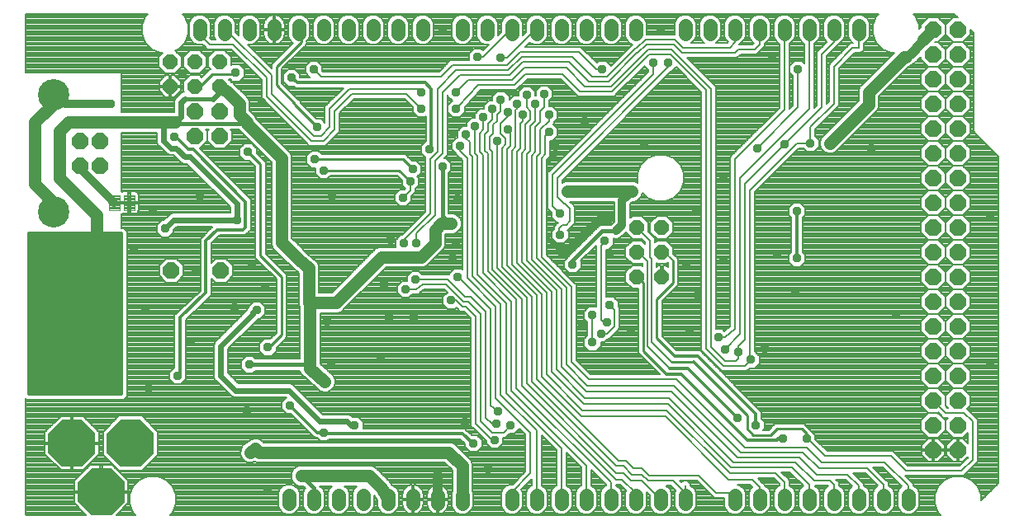
<source format=gbl>
G75*
G70*
%OFA0B0*%
%FSLAX24Y24*%
%IPPOS*%
%LPD*%
%AMOC8*
5,1,8,0,0,1.08239X$1,22.5*
%
%ADD10OC8,0.0610*%
%ADD11C,0.0560*%
%ADD12OC8,0.1900*%
%ADD13C,0.0827*%
%ADD14OC8,0.0660*%
%ADD15C,0.1266*%
%ADD16C,0.0046*%
%ADD17C,0.0500*%
%ADD18C,0.0240*%
%ADD19C,0.0160*%
%ADD20C,0.0320*%
%ADD21C,0.0400*%
%ADD22OC8,0.0360*%
%ADD23C,0.0120*%
%ADD24C,0.0080*%
%ADD25C,0.0100*%
D10*
X033230Y010550D03*
X034230Y010550D03*
X034230Y011550D03*
X033230Y011550D03*
X033230Y012550D03*
X034230Y012550D03*
X016380Y018250D03*
X015380Y018250D03*
X014380Y018250D03*
X014380Y019250D03*
X015380Y019250D03*
X016380Y019250D03*
D11*
X016580Y020382D02*
X016580Y020718D01*
X017580Y020718D02*
X017580Y020382D01*
X018580Y020382D02*
X018580Y020718D01*
X019580Y020718D02*
X019580Y020382D01*
X020580Y020382D02*
X020580Y020718D01*
X021580Y020718D02*
X021580Y020382D01*
X022580Y020382D02*
X022580Y020718D01*
X023580Y020718D02*
X023580Y020382D01*
X024580Y020382D02*
X024580Y020718D01*
X026180Y020718D02*
X026180Y020382D01*
X027180Y020382D02*
X027180Y020718D01*
X028180Y020718D02*
X028180Y020382D01*
X029180Y020382D02*
X029180Y020718D01*
X030180Y020718D02*
X030180Y020382D01*
X031180Y020382D02*
X031180Y020718D01*
X032180Y020718D02*
X032180Y020382D01*
X033180Y020382D02*
X033180Y020718D01*
X035180Y020718D02*
X035180Y020382D01*
X036180Y020382D02*
X036180Y020718D01*
X037180Y020718D02*
X037180Y020382D01*
X038180Y020382D02*
X038180Y020718D01*
X039180Y020718D02*
X039180Y020382D01*
X040180Y020382D02*
X040180Y020718D01*
X041180Y020718D02*
X041180Y020382D01*
X042180Y020382D02*
X042180Y020718D01*
X015580Y020718D02*
X015580Y020382D01*
X019180Y001718D02*
X019180Y001382D01*
X020180Y001382D02*
X020180Y001718D01*
X021180Y001718D02*
X021180Y001382D01*
X022180Y001382D02*
X022180Y001718D01*
X023180Y001718D02*
X023180Y001382D01*
X024180Y001382D02*
X024180Y001718D01*
X025180Y001718D02*
X025180Y001382D01*
X026180Y001382D02*
X026180Y001718D01*
X028180Y001718D02*
X028180Y001382D01*
X029180Y001382D02*
X029180Y001718D01*
X030180Y001718D02*
X030180Y001382D01*
X031180Y001382D02*
X031180Y001718D01*
X032180Y001718D02*
X032180Y001382D01*
X033180Y001382D02*
X033180Y001718D01*
X034180Y001718D02*
X034180Y001382D01*
X035180Y001382D02*
X035180Y001718D01*
X037180Y001718D02*
X037180Y001382D01*
X038180Y001382D02*
X038180Y001718D01*
X039180Y001718D02*
X039180Y001382D01*
X040180Y001382D02*
X040180Y001718D01*
X041180Y001718D02*
X041180Y001382D01*
X042180Y001382D02*
X042180Y001718D01*
X043180Y001718D02*
X043180Y001382D01*
X044180Y001382D02*
X044180Y001718D01*
D12*
X012780Y003820D03*
X010420Y003820D03*
X011600Y001850D03*
D13*
X011900Y001850D03*
X011300Y001850D03*
X010420Y003520D03*
X010420Y004120D03*
X012780Y004120D03*
X012780Y003520D03*
D14*
X014430Y010800D03*
X016430Y010800D03*
X011534Y015058D03*
X010747Y015058D03*
X010747Y016042D03*
X011534Y016042D03*
X015380Y016250D03*
X016380Y016250D03*
X016380Y017250D03*
X015380Y017250D03*
X045180Y017550D03*
X046180Y017550D03*
X046180Y018550D03*
X045180Y018550D03*
X045180Y019550D03*
X046180Y019550D03*
X046180Y020550D03*
X045180Y020550D03*
X045180Y016550D03*
X046180Y016550D03*
X046180Y015550D03*
X045180Y015550D03*
X045180Y014550D03*
X046180Y014550D03*
X046180Y013550D03*
X045180Y013550D03*
X045180Y012550D03*
X046180Y012550D03*
X046180Y011550D03*
X045180Y011550D03*
X045180Y010550D03*
X046180Y010550D03*
X046180Y009550D03*
X045180Y009550D03*
X045180Y008550D03*
X046180Y008550D03*
X046180Y007550D03*
X045180Y007550D03*
X045180Y006550D03*
X046180Y006550D03*
X046180Y005550D03*
X045180Y005550D03*
X045180Y004550D03*
X046180Y004550D03*
X046180Y003550D03*
X045180Y003550D03*
D15*
X009680Y013188D03*
X009680Y017912D03*
D16*
X011923Y013258D02*
X012337Y013258D01*
X011923Y013258D02*
X011923Y013842D01*
X012337Y013842D01*
X012337Y013258D01*
X012337Y013303D02*
X011923Y013303D01*
X011923Y013348D02*
X012337Y013348D01*
X012337Y013393D02*
X011923Y013393D01*
X011923Y013438D02*
X012337Y013438D01*
X012337Y013483D02*
X011923Y013483D01*
X011923Y013528D02*
X012337Y013528D01*
X012337Y013573D02*
X011923Y013573D01*
X011923Y013618D02*
X012337Y013618D01*
X012337Y013663D02*
X011923Y013663D01*
X011923Y013708D02*
X012337Y013708D01*
X012337Y013753D02*
X011923Y013753D01*
X011923Y013798D02*
X012337Y013798D01*
X012523Y013258D02*
X012937Y013258D01*
X012523Y013258D02*
X012523Y013842D01*
X012937Y013842D01*
X012937Y013258D01*
X012937Y013303D02*
X012523Y013303D01*
X012523Y013348D02*
X012937Y013348D01*
X012937Y013393D02*
X012523Y013393D01*
X012523Y013438D02*
X012937Y013438D01*
X012937Y013483D02*
X012523Y013483D01*
X012523Y013528D02*
X012937Y013528D01*
X012937Y013573D02*
X012523Y013573D01*
X012523Y013618D02*
X012937Y013618D01*
X012937Y013663D02*
X012523Y013663D01*
X012523Y013708D02*
X012937Y013708D01*
X012937Y013753D02*
X012523Y013753D01*
X012523Y013798D02*
X012937Y013798D01*
D17*
X011430Y013050D02*
X011430Y012300D01*
X011680Y012050D01*
X011430Y013050D02*
X009930Y014550D01*
X009930Y016450D01*
X010280Y016800D01*
X014130Y016800D01*
X014580Y016800D01*
X016680Y018050D02*
X017180Y017550D01*
X017180Y017100D01*
X017480Y016800D01*
X017480Y016750D01*
X017880Y016350D01*
X018880Y015350D01*
X018880Y011950D01*
X019230Y011600D01*
X019580Y011250D01*
X019980Y010900D01*
X019980Y009500D01*
X020030Y009500D01*
X021080Y009500D01*
X022930Y011350D01*
X024530Y011350D01*
X025080Y011900D01*
X025080Y012450D01*
X025330Y012700D01*
X025730Y012700D01*
X030420Y014000D02*
X033030Y014000D01*
X041030Y015950D02*
X042580Y017500D01*
X042580Y018000D01*
X044030Y019450D01*
X044080Y019450D01*
X044780Y020150D02*
X045180Y020550D01*
X020030Y009500D02*
X020030Y007000D01*
X020030Y006850D01*
X020630Y006300D01*
X017830Y003600D02*
X017980Y003450D01*
X025630Y003450D01*
X026180Y002900D01*
X026180Y001550D01*
X023180Y001550D02*
X022930Y002000D01*
X022430Y002500D01*
X019680Y002500D01*
X017830Y003600D02*
X017630Y003450D01*
X009680Y013188D02*
X009680Y013550D01*
X008930Y014300D01*
X008930Y016800D01*
X009680Y017550D01*
X009680Y017912D01*
X016380Y018250D02*
X016430Y018200D01*
X016680Y018050D01*
D18*
X016380Y018000D02*
X016380Y018250D01*
X016380Y018000D02*
X016130Y017750D01*
X014980Y017750D02*
X014830Y017600D01*
X014830Y017000D01*
X014580Y016800D01*
X014130Y016800D02*
X014130Y016050D01*
X014430Y015750D01*
X014630Y015750D01*
X014980Y015400D01*
X015180Y015400D01*
X017080Y013500D01*
X017080Y012850D01*
X014530Y012850D01*
X014180Y012500D01*
X017730Y009100D02*
X017880Y009200D01*
X017730Y009100D02*
X017730Y009050D01*
X016430Y007750D01*
X016430Y006550D01*
X017030Y005950D01*
X019180Y005950D01*
X020430Y004700D01*
X021530Y004700D01*
X021680Y004550D01*
X021830Y004550D01*
X033030Y014000D02*
X033040Y013990D01*
X017480Y016800D02*
X017430Y016750D01*
D19*
X014780Y016750D01*
X014730Y016800D01*
X014580Y016800D01*
X014980Y017750D02*
X016130Y017750D01*
X025380Y015000D02*
X025380Y013000D01*
X025730Y012650D01*
X025730Y012700D01*
X025930Y012000D02*
X025930Y011850D01*
X029630Y012100D02*
X030180Y011550D01*
X030630Y011200D02*
X030630Y011050D01*
X030630Y011200D02*
X031830Y012400D01*
X032380Y012400D01*
X029630Y015200D02*
X029930Y015500D01*
X029930Y015850D01*
X020030Y007000D02*
X017580Y007000D01*
X019680Y002500D02*
X020180Y002000D01*
X020180Y001550D01*
D20*
X030180Y011550D02*
X030380Y011550D01*
X031380Y012550D01*
X031400Y012550D01*
X031750Y012900D01*
X032130Y012900D01*
X032630Y012650D02*
X032630Y013650D01*
X033040Y013990D01*
X032630Y012650D02*
X032380Y012400D01*
X045080Y003650D02*
X045180Y003550D01*
X012130Y013550D02*
X010747Y014933D01*
X010747Y015058D01*
X010142Y017550D02*
X009680Y017912D01*
X010142Y017550D02*
X011980Y017550D01*
D21*
X025180Y002550D02*
X025180Y001550D01*
X044080Y019450D02*
X044280Y019550D01*
X044730Y020000D01*
X044780Y020150D01*
D22*
X039730Y018950D03*
X038690Y019370D03*
X034480Y019200D03*
X033880Y019200D03*
X031830Y018950D03*
X029480Y017950D03*
X029130Y017550D03*
X028780Y017900D03*
X028380Y017550D03*
X027730Y017700D03*
X027380Y017350D03*
X028030Y017200D03*
X028630Y017100D03*
X028030Y016500D03*
X027580Y016050D03*
X026330Y016300D03*
X025830Y016350D03*
X026680Y016650D03*
X027030Y017000D03*
X025930Y017350D03*
X025930Y018000D03*
X024530Y018000D03*
X024530Y017350D03*
X026080Y015850D03*
X024850Y015700D03*
X025380Y015000D03*
X024180Y014900D03*
X024080Y014400D03*
X023780Y013750D03*
X025730Y012700D03*
X025930Y011850D03*
X025780Y011300D03*
X025980Y010550D03*
X025730Y009600D03*
X024230Y008900D03*
X023230Y008900D03*
X023880Y010050D03*
X024280Y010450D03*
X023030Y010250D03*
X023830Y011900D03*
X024330Y011900D03*
X023280Y012056D03*
X020930Y013800D03*
X020580Y014850D03*
X020230Y015300D03*
X017880Y016350D03*
X017530Y015600D03*
X020330Y016600D03*
X018080Y017600D03*
X019280Y018600D03*
X020180Y018950D03*
X017030Y018800D03*
X014880Y018750D03*
X011980Y017550D03*
X014555Y016225D03*
X015590Y013810D03*
X017080Y012850D03*
X019230Y011600D03*
X017680Y011000D03*
X018230Y010100D03*
X016980Y009300D03*
X017880Y009200D03*
X015230Y007950D03*
X013380Y009250D03*
X011680Y008300D03*
X011430Y009300D03*
X010680Y009300D03*
X009930Y009300D03*
X009180Y009300D03*
X012930Y011650D03*
X011680Y012050D03*
X013680Y013250D03*
X014180Y012500D03*
X015430Y010800D03*
X020730Y008750D03*
X018330Y007700D03*
X017580Y007000D03*
X014680Y006550D03*
X013530Y006050D03*
X011680Y006800D03*
X011430Y006050D03*
X010680Y006050D03*
X009930Y006050D03*
X009180Y006050D03*
X017480Y005150D03*
X019230Y005350D03*
X020630Y006300D03*
X020880Y007000D03*
X022880Y007250D03*
X027630Y005100D03*
X027562Y004600D03*
X028130Y004536D03*
X027480Y003950D03*
X026627Y003803D03*
X026280Y004681D03*
X027230Y002781D03*
X021830Y004550D03*
X020580Y004250D03*
X017630Y003450D03*
X019680Y002500D03*
X018330Y001900D03*
X031430Y007900D03*
X031780Y008250D03*
X032030Y008700D03*
X031430Y009000D03*
X031030Y008600D03*
X032130Y009400D03*
X032983Y008424D03*
X035345Y008424D03*
X036530Y008100D03*
X036780Y007600D03*
X037330Y007500D03*
X037830Y007200D03*
X038380Y007653D03*
X039630Y009950D03*
X039680Y011300D03*
X038880Y011450D03*
X036730Y011250D03*
X035230Y011000D03*
X035680Y009800D03*
X032130Y011500D03*
X031930Y012000D03*
X032130Y012900D03*
X030130Y013100D03*
X030130Y012250D03*
X030180Y011550D03*
X030630Y011050D03*
X035623Y013187D03*
X036720Y014610D03*
X038086Y015756D03*
X039180Y015900D03*
X040230Y015950D03*
X041030Y015950D03*
X042680Y015750D03*
X039680Y013200D03*
X033520Y015860D03*
X031130Y016850D03*
X029680Y017100D03*
X029680Y016400D03*
X029930Y015850D03*
X030420Y014000D03*
X033040Y013990D03*
X025980Y013700D03*
X026780Y019450D03*
X027730Y019400D03*
X025374Y020550D03*
X034180Y020550D03*
X047474Y013050D03*
X043680Y009050D03*
X047474Y007050D03*
X040080Y004000D03*
X039130Y004000D03*
X038030Y004550D03*
X037280Y004850D03*
D23*
X035280Y006850D01*
X034558Y006850D01*
X034430Y006600D02*
X035030Y006600D01*
X037680Y003950D01*
X038880Y003950D01*
X038930Y004000D01*
X039130Y004000D01*
X038030Y004550D02*
X038030Y005000D01*
X035680Y007350D01*
X034751Y007350D01*
X035530Y007100D02*
X037380Y005250D01*
X033280Y010500D02*
X033230Y010550D01*
X039680Y011300D02*
X039680Y013200D01*
X024930Y015770D02*
X024850Y015700D01*
X024930Y015770D02*
X024930Y018150D01*
X024680Y018400D01*
X019530Y018400D01*
X019280Y018600D01*
X015130Y015700D02*
X014655Y016175D01*
X014555Y016225D01*
X015130Y015700D02*
X015324Y015700D01*
X017430Y013594D01*
X017430Y012550D01*
X017330Y012450D01*
X016280Y012450D01*
X015830Y012000D01*
X015830Y009900D01*
X014780Y008900D01*
X014780Y006550D01*
X014680Y006550D01*
X012430Y006594D02*
X008680Y006594D01*
X008680Y006712D02*
X012430Y006712D01*
X012430Y006831D02*
X008680Y006831D01*
X008680Y006949D02*
X012430Y006949D01*
X012430Y007068D02*
X008680Y007068D01*
X008680Y007186D02*
X012430Y007186D01*
X012430Y007305D02*
X008680Y007305D01*
X008680Y007423D02*
X012430Y007423D01*
X012430Y007542D02*
X008680Y007542D01*
X008680Y007660D02*
X012430Y007660D01*
X012430Y007779D02*
X008680Y007779D01*
X008680Y007897D02*
X012430Y007897D01*
X012430Y008016D02*
X008680Y008016D01*
X008680Y008134D02*
X012430Y008134D01*
X012430Y008253D02*
X008680Y008253D01*
X008680Y008371D02*
X012430Y008371D01*
X012430Y008490D02*
X008680Y008490D01*
X008680Y008608D02*
X012430Y008608D01*
X012430Y008727D02*
X008680Y008727D01*
X008680Y008845D02*
X012430Y008845D01*
X012430Y008964D02*
X008680Y008964D01*
X008680Y009082D02*
X012430Y009082D01*
X012430Y009201D02*
X008680Y009201D01*
X008680Y009319D02*
X012430Y009319D01*
X012430Y009438D02*
X008680Y009438D01*
X008680Y009556D02*
X012430Y009556D01*
X012430Y009675D02*
X008680Y009675D01*
X008680Y009793D02*
X012430Y009793D01*
X012430Y009912D02*
X008680Y009912D01*
X008680Y010030D02*
X012430Y010030D01*
X012430Y010149D02*
X008680Y010149D01*
X008680Y010267D02*
X012430Y010267D01*
X012430Y010386D02*
X008680Y010386D01*
X008680Y010504D02*
X012430Y010504D01*
X012430Y010623D02*
X008680Y010623D01*
X008680Y010741D02*
X012430Y010741D01*
X012430Y010860D02*
X008680Y010860D01*
X008680Y010978D02*
X012430Y010978D01*
X012430Y011097D02*
X008680Y011097D01*
X008680Y011215D02*
X012430Y011215D01*
X012430Y011334D02*
X008680Y011334D01*
X008680Y011452D02*
X012430Y011452D01*
X012430Y011571D02*
X008680Y011571D01*
X008680Y011689D02*
X012430Y011689D01*
X012430Y011808D02*
X008680Y011808D01*
X008680Y011926D02*
X012430Y011926D01*
X012430Y012045D02*
X008680Y012045D01*
X008680Y012163D02*
X012430Y012163D01*
X012430Y012282D02*
X008680Y012282D01*
X008680Y012300D02*
X008680Y005800D01*
X012430Y005800D01*
X012430Y012300D01*
X008680Y012300D01*
X012180Y013550D02*
X012730Y013550D01*
X012430Y006475D02*
X008680Y006475D01*
X008680Y006357D02*
X012430Y006357D01*
X012430Y006238D02*
X008680Y006238D01*
X008680Y006120D02*
X012430Y006120D01*
X012430Y006001D02*
X008680Y006001D01*
X008680Y005883D02*
X012430Y005883D01*
X019230Y005350D02*
X020330Y004250D01*
X020580Y004250D01*
X020630Y004200D01*
X026180Y004200D01*
X026627Y003803D01*
D24*
X008540Y000944D02*
X008540Y000940D01*
X008569Y000910D01*
X008573Y000910D01*
X010998Y000910D01*
X010510Y001399D01*
X010510Y001810D01*
X010726Y001810D01*
X010726Y001890D01*
X010510Y001890D01*
X010510Y002301D01*
X011148Y002940D01*
X011560Y002940D01*
X011560Y002363D01*
X011600Y002346D01*
X011640Y002363D01*
X011640Y002940D01*
X012051Y002940D01*
X012690Y002301D01*
X012690Y001890D01*
X012473Y001890D01*
X012473Y001810D01*
X012690Y001810D01*
X012690Y001399D01*
X012201Y000910D01*
X012991Y000910D01*
X012883Y001018D01*
X012740Y001363D01*
X012740Y001737D01*
X012883Y002082D01*
X013147Y002347D01*
X013493Y002490D01*
X013867Y002490D01*
X014212Y002347D01*
X014477Y002082D01*
X014620Y001737D01*
X014620Y001363D01*
X014477Y001018D01*
X014369Y000910D01*
X045491Y000910D01*
X045383Y001018D01*
X045240Y001363D01*
X045240Y001737D01*
X045383Y002082D01*
X045647Y002347D01*
X045993Y002490D01*
X046367Y002490D01*
X046712Y002347D01*
X046977Y002082D01*
X047120Y001737D01*
X047120Y001499D01*
X047820Y002199D01*
X047820Y015401D01*
X046976Y016245D01*
X046976Y016245D01*
X046875Y016346D01*
X046820Y016478D01*
X046820Y020401D01*
X046670Y020551D01*
X046670Y020347D01*
X046383Y020060D01*
X045977Y020060D01*
X045690Y020347D01*
X045690Y020753D01*
X045977Y021040D01*
X046181Y021040D01*
X046031Y021190D01*
X044369Y021190D01*
X044477Y021082D01*
X044620Y020737D01*
X044620Y020570D01*
X044690Y020640D01*
X044690Y020753D01*
X044977Y021040D01*
X045383Y021040D01*
X045670Y020753D01*
X045670Y020347D01*
X045383Y020060D01*
X045270Y020060D01*
X045250Y020040D01*
X045383Y020040D01*
X045670Y019753D01*
X045670Y019347D01*
X045383Y019060D01*
X044977Y019060D01*
X044690Y019347D01*
X044690Y019451D01*
X044543Y019304D01*
X044505Y019260D01*
X044493Y019254D01*
X044484Y019245D01*
X044429Y019222D01*
X044429Y019222D01*
X044427Y019218D01*
X044312Y019102D01*
X044227Y019067D01*
X042990Y017830D01*
X042990Y017418D01*
X042927Y017268D01*
X041262Y015602D01*
X041111Y015540D01*
X040948Y015540D01*
X040798Y015602D01*
X040682Y015718D01*
X040620Y015868D01*
X040620Y016032D01*
X040682Y016182D01*
X042170Y017670D01*
X042170Y018082D01*
X042232Y018232D01*
X042348Y018348D01*
X042348Y018348D01*
X043610Y019610D01*
X043493Y019610D01*
X043147Y019753D01*
X042883Y020018D01*
X042438Y020018D01*
X042429Y020009D02*
X042553Y020133D01*
X042620Y020294D01*
X042620Y020806D01*
X042553Y020967D01*
X042429Y021091D01*
X042267Y021158D01*
X042092Y021158D01*
X041931Y021091D01*
X041807Y020967D01*
X041740Y020806D01*
X041740Y020294D01*
X041807Y020133D01*
X041931Y020009D01*
X041952Y020000D01*
X041847Y020000D01*
X041097Y019250D01*
X040980Y019133D01*
X040980Y017633D01*
X040880Y017533D01*
X040880Y019467D01*
X041380Y019967D01*
X041380Y019989D01*
X041429Y020009D01*
X041553Y020133D01*
X041620Y020294D01*
X041620Y020806D01*
X041553Y020967D01*
X041429Y021091D01*
X041267Y021158D01*
X041092Y021158D01*
X040931Y021091D01*
X040807Y020967D01*
X040740Y020806D01*
X040740Y020294D01*
X040807Y020133D01*
X040893Y020046D01*
X040597Y019750D01*
X040480Y019633D01*
X040480Y017483D01*
X040380Y017383D01*
X040380Y019989D01*
X040429Y020009D01*
X040553Y020133D01*
X040620Y020294D01*
X040620Y020806D01*
X040553Y020967D01*
X040429Y021091D01*
X040267Y021158D01*
X040092Y021158D01*
X039931Y021091D01*
X039807Y020967D01*
X039740Y020806D01*
X039740Y020294D01*
X039807Y020133D01*
X039931Y020009D01*
X039980Y019989D01*
X039980Y019181D01*
X039871Y019290D01*
X039589Y019290D01*
X039390Y019091D01*
X039390Y018809D01*
X039530Y018669D01*
X039530Y017483D01*
X039380Y017333D01*
X039380Y019989D01*
X039429Y020009D01*
X039553Y020133D01*
X039620Y020294D01*
X039620Y020806D01*
X039553Y020967D01*
X039429Y021091D01*
X039267Y021158D01*
X039092Y021158D01*
X038931Y021091D01*
X038807Y020967D01*
X038740Y020806D01*
X038740Y020294D01*
X038807Y020133D01*
X038931Y020009D01*
X038980Y019989D01*
X038980Y017383D01*
X037097Y015500D01*
X036980Y015383D01*
X036980Y008541D01*
X036761Y008349D01*
X036671Y008440D01*
X036430Y008440D01*
X036430Y018233D01*
X035263Y019400D01*
X037263Y019400D01*
X037380Y019517D01*
X037413Y019550D01*
X038063Y019550D01*
X038180Y019667D01*
X038380Y019867D01*
X038380Y019989D01*
X038429Y020009D01*
X038553Y020133D01*
X038620Y020294D01*
X038620Y020806D01*
X038553Y020967D01*
X038429Y021091D01*
X038267Y021158D01*
X038092Y021158D01*
X037931Y021091D01*
X037807Y020967D01*
X037740Y020806D01*
X037740Y020294D01*
X037807Y020133D01*
X037931Y020009D01*
X037949Y020002D01*
X037897Y019950D01*
X037363Y019950D01*
X037380Y019967D01*
X037380Y019980D01*
X037388Y019990D01*
X037387Y019992D01*
X037429Y020009D01*
X037553Y020133D01*
X037620Y020294D01*
X037620Y020806D01*
X037553Y020967D01*
X037429Y021091D01*
X037267Y021158D01*
X037092Y021158D01*
X036931Y021091D01*
X036807Y020967D01*
X036740Y020806D01*
X036740Y020294D01*
X036807Y020133D01*
X036909Y020031D01*
X036884Y020000D01*
X036407Y020000D01*
X036429Y020009D01*
X036553Y020133D01*
X036620Y020294D01*
X036620Y020806D01*
X036553Y020967D01*
X036429Y021091D01*
X036267Y021158D01*
X036092Y021158D01*
X035931Y021091D01*
X035807Y020967D01*
X035740Y020806D01*
X035740Y020294D01*
X035807Y020133D01*
X035931Y020009D01*
X035952Y020000D01*
X035407Y020000D01*
X035429Y020009D01*
X035553Y020133D01*
X035620Y020294D01*
X035620Y020806D01*
X035553Y020967D01*
X035429Y021091D01*
X035267Y021158D01*
X035092Y021158D01*
X034931Y021091D01*
X034807Y020967D01*
X034740Y020806D01*
X034740Y020350D01*
X033620Y020350D01*
X033620Y020806D01*
X033553Y020967D01*
X033429Y021091D01*
X033267Y021158D01*
X033092Y021158D01*
X032931Y021091D01*
X032807Y020967D01*
X032740Y020806D01*
X032740Y020294D01*
X032807Y020133D01*
X032931Y020009D01*
X033055Y019958D01*
X032170Y019073D01*
X032170Y019091D01*
X031971Y019290D01*
X031689Y019290D01*
X031606Y019207D01*
X030963Y019850D01*
X028713Y019850D01*
X028901Y020038D01*
X028931Y020009D01*
X029092Y019942D01*
X029267Y019942D01*
X029429Y020009D01*
X029553Y020133D01*
X029620Y020294D01*
X029620Y020806D01*
X029553Y020967D01*
X029429Y021091D01*
X029267Y021158D01*
X029092Y021158D01*
X028931Y021091D01*
X028807Y020967D01*
X028740Y020806D01*
X028740Y020443D01*
X028620Y020323D01*
X028620Y020806D01*
X028553Y020967D01*
X028429Y021091D01*
X028267Y021158D01*
X028092Y021158D01*
X027931Y021091D01*
X027807Y020967D01*
X027740Y020806D01*
X027740Y020443D01*
X027620Y020323D01*
X027620Y020806D01*
X027553Y020967D01*
X027429Y021091D01*
X027267Y021158D01*
X027092Y021158D01*
X026931Y021091D01*
X026807Y020967D01*
X026740Y020806D01*
X026740Y020294D01*
X026807Y020133D01*
X026931Y020009D01*
X027092Y019942D01*
X027239Y019942D01*
X027004Y019707D01*
X026921Y019790D01*
X026639Y019790D01*
X026440Y019591D01*
X026440Y019309D01*
X026449Y019300D01*
X025697Y019300D01*
X025247Y018850D01*
X020563Y018850D01*
X020520Y018893D01*
X020520Y019091D01*
X020321Y019290D01*
X020039Y019290D01*
X019840Y019091D01*
X019840Y018809D01*
X020029Y018620D01*
X019620Y018620D01*
X019620Y018741D01*
X019421Y018940D01*
X019139Y018940D01*
X018940Y018741D01*
X018940Y018459D01*
X019139Y018260D01*
X019353Y018260D01*
X019383Y018236D01*
X019439Y018180D01*
X019453Y018180D01*
X019464Y018171D01*
X019542Y018180D01*
X021377Y018180D01*
X020630Y017433D01*
X020630Y016781D01*
X020471Y016940D01*
X020287Y016940D01*
X019640Y017587D01*
X019640Y017637D01*
X019517Y017760D01*
X018890Y018387D01*
X018890Y018963D01*
X019783Y019857D01*
X019806Y019861D01*
X027158Y019861D01*
X027080Y019783D02*
X026928Y019783D01*
X026921Y020018D02*
X026438Y020018D01*
X026429Y020009D02*
X026553Y020133D01*
X026620Y020294D01*
X026620Y020806D01*
X026553Y020967D01*
X026429Y021091D01*
X026267Y021158D01*
X026092Y021158D01*
X025931Y021091D01*
X025807Y020967D01*
X025740Y020806D01*
X025740Y020294D01*
X025807Y020133D01*
X025931Y020009D01*
X026092Y019942D01*
X026267Y019942D01*
X026429Y020009D01*
X026517Y020097D02*
X026843Y020097D01*
X026789Y020175D02*
X026570Y020175D01*
X026603Y020254D02*
X026757Y020254D01*
X026740Y020332D02*
X026620Y020332D01*
X026620Y020411D02*
X026740Y020411D01*
X026740Y020489D02*
X026620Y020489D01*
X026620Y020568D02*
X026740Y020568D01*
X026740Y020646D02*
X026620Y020646D01*
X026620Y020725D02*
X026740Y020725D01*
X026740Y020803D02*
X026620Y020803D01*
X026588Y020882D02*
X026771Y020882D01*
X026804Y020960D02*
X026556Y020960D01*
X026481Y021039D02*
X026878Y021039D01*
X026993Y021117D02*
X026366Y021117D01*
X025993Y021117D02*
X024766Y021117D01*
X024829Y021091D02*
X024667Y021158D01*
X024492Y021158D01*
X024331Y021091D01*
X024207Y020967D01*
X024140Y020806D01*
X024140Y020294D01*
X024207Y020133D01*
X024331Y020009D01*
X024492Y019942D01*
X024667Y019942D01*
X024829Y020009D01*
X024953Y020133D01*
X025020Y020294D01*
X025020Y020806D01*
X024953Y020967D01*
X024829Y021091D01*
X024881Y021039D02*
X025878Y021039D01*
X025804Y020960D02*
X024956Y020960D01*
X024988Y020882D02*
X025771Y020882D01*
X025740Y020803D02*
X025020Y020803D01*
X025020Y020725D02*
X025740Y020725D01*
X025740Y020646D02*
X025020Y020646D01*
X025020Y020568D02*
X025740Y020568D01*
X025740Y020489D02*
X025020Y020489D01*
X025020Y020411D02*
X025740Y020411D01*
X025740Y020332D02*
X025020Y020332D01*
X025003Y020254D02*
X025757Y020254D01*
X025789Y020175D02*
X024970Y020175D01*
X024917Y020097D02*
X025843Y020097D01*
X025921Y020018D02*
X024838Y020018D01*
X024321Y020018D02*
X023838Y020018D01*
X023829Y020009D02*
X023953Y020133D01*
X024020Y020294D01*
X024020Y020806D01*
X023953Y020967D01*
X023829Y021091D01*
X023667Y021158D01*
X023492Y021158D01*
X023331Y021091D01*
X023207Y020967D01*
X023140Y020806D01*
X023140Y020294D01*
X023207Y020133D01*
X023331Y020009D01*
X023492Y019942D01*
X023667Y019942D01*
X023829Y020009D01*
X023917Y020097D02*
X024243Y020097D01*
X024189Y020175D02*
X023970Y020175D01*
X024003Y020254D02*
X024157Y020254D01*
X024140Y020332D02*
X024020Y020332D01*
X024020Y020411D02*
X024140Y020411D01*
X024140Y020489D02*
X024020Y020489D01*
X024020Y020568D02*
X024140Y020568D01*
X024140Y020646D02*
X024020Y020646D01*
X024020Y020725D02*
X024140Y020725D01*
X024140Y020803D02*
X024020Y020803D01*
X023988Y020882D02*
X024171Y020882D01*
X024204Y020960D02*
X023956Y020960D01*
X023881Y021039D02*
X024278Y021039D01*
X024393Y021117D02*
X023766Y021117D01*
X023393Y021117D02*
X022766Y021117D01*
X022829Y021091D02*
X022667Y021158D01*
X022492Y021158D01*
X022331Y021091D01*
X022207Y020967D01*
X022140Y020806D01*
X022140Y020294D01*
X022207Y020133D01*
X022331Y020009D01*
X022492Y019942D01*
X022667Y019942D01*
X022829Y020009D01*
X022953Y020133D01*
X023020Y020294D01*
X023020Y020806D01*
X022953Y020967D01*
X022829Y021091D01*
X022881Y021039D02*
X023278Y021039D01*
X023204Y020960D02*
X022956Y020960D01*
X022988Y020882D02*
X023171Y020882D01*
X023140Y020803D02*
X023020Y020803D01*
X023020Y020725D02*
X023140Y020725D01*
X023140Y020646D02*
X023020Y020646D01*
X023020Y020568D02*
X023140Y020568D01*
X023140Y020489D02*
X023020Y020489D01*
X023020Y020411D02*
X023140Y020411D01*
X023140Y020332D02*
X023020Y020332D01*
X023003Y020254D02*
X023157Y020254D01*
X023189Y020175D02*
X022970Y020175D01*
X022917Y020097D02*
X023243Y020097D01*
X023321Y020018D02*
X022838Y020018D01*
X022321Y020018D02*
X021838Y020018D01*
X021829Y020009D02*
X021953Y020133D01*
X022020Y020294D01*
X022020Y020806D01*
X021953Y020967D01*
X021829Y021091D01*
X021667Y021158D01*
X021492Y021158D01*
X021331Y021091D01*
X021207Y020967D01*
X021140Y020806D01*
X021140Y020294D01*
X021207Y020133D01*
X021331Y020009D01*
X021492Y019942D01*
X021667Y019942D01*
X021829Y020009D01*
X021917Y020097D02*
X022243Y020097D01*
X022189Y020175D02*
X021970Y020175D01*
X022003Y020254D02*
X022157Y020254D01*
X022140Y020332D02*
X022020Y020332D01*
X022020Y020411D02*
X022140Y020411D01*
X022140Y020489D02*
X022020Y020489D01*
X022020Y020568D02*
X022140Y020568D01*
X022140Y020646D02*
X022020Y020646D01*
X022020Y020725D02*
X022140Y020725D01*
X022140Y020803D02*
X022020Y020803D01*
X021988Y020882D02*
X022171Y020882D01*
X022204Y020960D02*
X021956Y020960D01*
X021881Y021039D02*
X022278Y021039D01*
X022393Y021117D02*
X021766Y021117D01*
X021393Y021117D02*
X020766Y021117D01*
X020829Y021091D02*
X020667Y021158D01*
X020492Y021158D01*
X020331Y021091D01*
X020207Y020967D01*
X020140Y020806D01*
X020140Y020294D01*
X020207Y020133D01*
X020331Y020009D01*
X020492Y019942D01*
X020667Y019942D01*
X020829Y020009D01*
X020953Y020133D01*
X021020Y020294D01*
X021020Y020806D01*
X020953Y020967D01*
X020829Y021091D01*
X020881Y021039D02*
X021278Y021039D01*
X021204Y020960D02*
X020956Y020960D01*
X020988Y020882D02*
X021171Y020882D01*
X021140Y020803D02*
X021020Y020803D01*
X021020Y020725D02*
X021140Y020725D01*
X021140Y020646D02*
X021020Y020646D01*
X021020Y020568D02*
X021140Y020568D01*
X021140Y020489D02*
X021020Y020489D01*
X021020Y020411D02*
X021140Y020411D01*
X021140Y020332D02*
X021020Y020332D01*
X021003Y020254D02*
X021157Y020254D01*
X021189Y020175D02*
X020970Y020175D01*
X020917Y020097D02*
X021243Y020097D01*
X021321Y020018D02*
X020838Y020018D01*
X020321Y020018D02*
X019900Y020018D01*
X019903Y020006D02*
X019890Y020070D01*
X019953Y020133D01*
X020020Y020294D01*
X020020Y020806D01*
X019953Y020967D01*
X019829Y021091D01*
X019667Y021158D01*
X019492Y021158D01*
X019331Y021091D01*
X019207Y020967D01*
X019140Y020806D01*
X019140Y020294D01*
X019207Y020133D01*
X019331Y020009D01*
X019339Y020006D01*
X018593Y019260D01*
X018470Y019137D01*
X018470Y018993D01*
X017521Y019942D01*
X017667Y019942D01*
X017829Y020009D01*
X017953Y020133D01*
X018020Y020294D01*
X018020Y020806D01*
X017953Y020967D01*
X017829Y021091D01*
X017667Y021158D01*
X017492Y021158D01*
X017331Y021091D01*
X017207Y020967D01*
X017140Y020806D01*
X017140Y020323D01*
X017020Y020443D01*
X017020Y020806D01*
X016953Y020967D01*
X016829Y021091D01*
X016667Y021158D01*
X016492Y021158D01*
X016331Y021091D01*
X016207Y020967D01*
X016140Y020806D01*
X016140Y020294D01*
X016200Y020150D01*
X016063Y020150D01*
X015990Y020223D01*
X016020Y020294D01*
X016020Y020806D01*
X015953Y020967D01*
X015829Y021091D01*
X015667Y021158D01*
X015492Y021158D01*
X015331Y021091D01*
X015207Y020967D01*
X015140Y020806D01*
X015140Y020294D01*
X015207Y020133D01*
X015331Y020009D01*
X015492Y019942D01*
X015667Y019942D01*
X015694Y019953D01*
X015780Y019867D01*
X015897Y019750D01*
X016847Y019750D01*
X018080Y018517D01*
X018080Y017767D01*
X019880Y015967D01*
X019997Y015850D01*
X020663Y015850D01*
X021113Y016300D01*
X021230Y016417D01*
X021230Y017167D01*
X021813Y017750D01*
X023847Y017750D01*
X024190Y017407D01*
X024190Y017209D01*
X024389Y017010D01*
X024671Y017010D01*
X024710Y017049D01*
X024710Y016040D01*
X024709Y016040D01*
X024510Y015841D01*
X024510Y015559D01*
X024683Y015386D01*
X024680Y015383D01*
X024680Y013183D01*
X023737Y012240D01*
X023689Y012240D01*
X023490Y012041D01*
X023490Y011760D01*
X022848Y011760D01*
X022698Y011698D01*
X020910Y009910D01*
X020390Y009910D01*
X020390Y010833D01*
X020394Y010846D01*
X020390Y010914D01*
X020390Y010982D01*
X020384Y010995D01*
X020383Y011009D01*
X020353Y011070D01*
X020327Y011132D01*
X020317Y011142D01*
X020311Y011155D01*
X020260Y011200D01*
X020212Y011248D01*
X020199Y011253D01*
X019860Y011550D01*
X019577Y011832D01*
X019290Y012120D01*
X019290Y015432D01*
X019227Y015582D01*
X018227Y016582D01*
X017863Y016947D01*
X017827Y017032D01*
X017590Y017270D01*
X017590Y017632D01*
X017527Y017782D01*
X017412Y017898D01*
X016991Y018318D01*
X016961Y018360D01*
X016934Y018376D01*
X016912Y018398D01*
X016865Y018417D01*
X016845Y018429D01*
X016845Y018443D01*
X016748Y018540D01*
X016809Y018540D01*
X016889Y018460D01*
X017171Y018460D01*
X017370Y018659D01*
X017370Y018941D01*
X017171Y019140D01*
X016889Y019140D01*
X016845Y019096D01*
X016845Y019443D01*
X016572Y019715D01*
X016187Y019715D01*
X015915Y019443D01*
X015915Y019057D01*
X016012Y018960D01*
X015993Y018960D01*
X015870Y018837D01*
X015660Y018627D01*
X015572Y018715D01*
X015187Y018715D01*
X014915Y018443D01*
X014915Y018057D01*
X014942Y018030D01*
X014924Y018030D01*
X014821Y017987D01*
X014592Y017759D01*
X014550Y017656D01*
X014550Y017210D01*
X012430Y017210D01*
X012430Y018800D01*
X008540Y018800D01*
X008540Y021156D01*
X008540Y021163D01*
X008545Y021175D01*
X008555Y021184D01*
X008567Y021189D01*
X008573Y021190D01*
X013491Y021190D01*
X013383Y021082D01*
X013240Y020737D01*
X013240Y020363D01*
X013383Y020018D01*
X008540Y020018D01*
X008540Y019940D02*
X013461Y019940D01*
X013383Y020018D02*
X013647Y019753D01*
X013993Y019610D01*
X014082Y019610D01*
X013915Y019443D01*
X013915Y019057D01*
X014187Y018785D01*
X014572Y018785D01*
X014845Y019057D01*
X014845Y019443D01*
X014586Y019701D01*
X014712Y019753D01*
X014977Y020018D01*
X015321Y020018D01*
X015243Y020097D02*
X015009Y020097D01*
X015042Y020175D02*
X015189Y020175D01*
X015157Y020254D02*
X015074Y020254D01*
X015107Y020332D02*
X015140Y020332D01*
X015120Y020363D02*
X015120Y020737D01*
X014977Y021082D01*
X014869Y021190D01*
X042991Y021190D01*
X042883Y021082D01*
X042740Y020737D01*
X042740Y020363D01*
X042883Y020018D01*
X042850Y020097D02*
X042517Y020097D01*
X042570Y020175D02*
X042818Y020175D01*
X042785Y020254D02*
X042603Y020254D01*
X042620Y020332D02*
X042753Y020332D01*
X042740Y020411D02*
X042620Y020411D01*
X042620Y020489D02*
X042740Y020489D01*
X042740Y020568D02*
X042620Y020568D01*
X042620Y020646D02*
X042740Y020646D01*
X042740Y020725D02*
X042620Y020725D01*
X042620Y020803D02*
X042767Y020803D01*
X042800Y020882D02*
X042588Y020882D01*
X042556Y020960D02*
X042832Y020960D01*
X042865Y021039D02*
X042481Y021039D01*
X042366Y021117D02*
X042918Y021117D01*
X041993Y021117D02*
X041366Y021117D01*
X041481Y021039D02*
X041878Y021039D01*
X041804Y020960D02*
X041556Y020960D01*
X041588Y020882D02*
X041771Y020882D01*
X041740Y020803D02*
X041620Y020803D01*
X041620Y020725D02*
X041740Y020725D01*
X041740Y020646D02*
X041620Y020646D01*
X041620Y020568D02*
X041740Y020568D01*
X041740Y020489D02*
X041620Y020489D01*
X041620Y020411D02*
X041740Y020411D01*
X041740Y020332D02*
X041620Y020332D01*
X041603Y020254D02*
X041757Y020254D01*
X041789Y020175D02*
X041570Y020175D01*
X041517Y020097D02*
X041843Y020097D01*
X041921Y020018D02*
X041438Y020018D01*
X041352Y019940D02*
X041787Y019940D01*
X041708Y019861D02*
X041274Y019861D01*
X041195Y019783D02*
X041630Y019783D01*
X041551Y019704D02*
X041117Y019704D01*
X041038Y019626D02*
X041473Y019626D01*
X041394Y019547D02*
X040960Y019547D01*
X040881Y019469D02*
X041316Y019469D01*
X041237Y019390D02*
X040880Y019390D01*
X040880Y019312D02*
X041159Y019312D01*
X041080Y019233D02*
X040880Y019233D01*
X040880Y019155D02*
X041002Y019155D01*
X040980Y019076D02*
X040880Y019076D01*
X040880Y018998D02*
X040980Y018998D01*
X040980Y018919D02*
X040880Y018919D01*
X040880Y018841D02*
X040980Y018841D01*
X040980Y018762D02*
X040880Y018762D01*
X040880Y018684D02*
X040980Y018684D01*
X040980Y018605D02*
X040880Y018605D01*
X040880Y018527D02*
X040980Y018527D01*
X040980Y018448D02*
X040880Y018448D01*
X040880Y018370D02*
X040980Y018370D01*
X040980Y018291D02*
X040880Y018291D01*
X040880Y018213D02*
X040980Y018213D01*
X040980Y018134D02*
X040880Y018134D01*
X040880Y018056D02*
X040980Y018056D01*
X040980Y017977D02*
X040880Y017977D01*
X040880Y017899D02*
X040980Y017899D01*
X040980Y017820D02*
X040880Y017820D01*
X040880Y017742D02*
X040980Y017742D01*
X040980Y017663D02*
X040880Y017663D01*
X040880Y017585D02*
X040932Y017585D01*
X041180Y017550D02*
X040230Y016600D01*
X040230Y015950D01*
X039680Y015950D01*
X037780Y014050D01*
X037780Y007250D01*
X037830Y007200D01*
X037580Y006950D01*
X036730Y006950D01*
X036030Y007650D01*
X036030Y018100D01*
X034580Y019550D01*
X033730Y019550D01*
X032230Y018050D01*
X030930Y018050D01*
X030230Y018750D01*
X028730Y018750D01*
X028280Y018300D01*
X026830Y018300D01*
X026030Y017450D01*
X025930Y017350D01*
X026270Y017349D02*
X027040Y017349D01*
X027040Y017340D02*
X026889Y017340D01*
X026690Y017141D01*
X026690Y016990D01*
X026539Y016990D01*
X026340Y016791D01*
X026340Y016640D01*
X026189Y016640D01*
X025990Y016441D01*
X025990Y016190D01*
X025939Y016190D01*
X025740Y015991D01*
X025740Y015709D01*
X025880Y015569D01*
X025880Y015567D01*
X025997Y015450D01*
X026180Y015267D01*
X026180Y010831D01*
X026121Y010890D01*
X025839Y010890D01*
X025640Y010691D01*
X025640Y010650D01*
X024561Y010650D01*
X024421Y010790D01*
X024139Y010790D01*
X023940Y010591D01*
X023940Y010390D01*
X023739Y010390D01*
X023540Y010191D01*
X023540Y009909D01*
X023739Y009710D01*
X024021Y009710D01*
X024161Y009850D01*
X024319Y009850D01*
X024390Y009842D01*
X024400Y009850D01*
X024413Y009850D01*
X024463Y009901D01*
X024650Y010050D01*
X025447Y010050D01*
X025573Y009924D01*
X025390Y009741D01*
X025390Y009459D01*
X025589Y009260D01*
X025871Y009260D01*
X025929Y009318D01*
X025980Y009267D01*
X026097Y009150D01*
X026247Y009150D01*
X026530Y008867D01*
X026530Y004517D01*
X026647Y004400D01*
X027140Y003907D01*
X027140Y003809D01*
X027339Y003610D01*
X027621Y003610D01*
X027820Y003809D01*
X027820Y004050D01*
X027926Y004050D01*
X028073Y004196D01*
X028271Y004196D01*
X028470Y004395D01*
X028470Y004427D01*
X028730Y004167D01*
X028730Y002683D01*
X028205Y002158D01*
X028092Y002158D01*
X027931Y002091D01*
X027807Y001967D01*
X027740Y001806D01*
X026620Y001806D01*
X026590Y001878D01*
X026590Y002982D01*
X026527Y003132D01*
X026412Y003248D01*
X025977Y003682D01*
X025862Y003798D01*
X025711Y003860D01*
X018150Y003860D01*
X018140Y003869D01*
X018109Y003911D01*
X018083Y003926D01*
X018062Y003948D01*
X018014Y003968D01*
X017969Y003994D01*
X017939Y003999D01*
X017911Y004010D01*
X017859Y004010D01*
X017807Y004017D01*
X017778Y004010D01*
X017748Y004010D01*
X017700Y003990D01*
X017649Y003977D01*
X017625Y003959D01*
X017598Y003948D01*
X017560Y003911D01*
X017319Y003729D01*
X017235Y003589D01*
X017212Y003427D01*
X017253Y003269D01*
X017351Y003139D01*
X017491Y003056D01*
X017653Y003033D01*
X017811Y003073D01*
X017813Y003075D01*
X017898Y003040D01*
X025460Y003040D01*
X025770Y002730D01*
X025770Y001878D01*
X025740Y001806D01*
X025591Y001806D01*
X025589Y001816D02*
X025569Y001879D01*
X025539Y001938D01*
X025500Y001992D01*
X025453Y002038D01*
X025400Y002077D01*
X025341Y002107D01*
X025278Y002128D01*
X025220Y002137D01*
X025220Y001590D01*
X025600Y001590D01*
X025600Y001751D01*
X025589Y001816D01*
X025566Y001885D02*
X025770Y001885D01*
X025770Y001963D02*
X025521Y001963D01*
X025449Y002042D02*
X025770Y002042D01*
X025770Y002120D02*
X025302Y002120D01*
X025220Y002120D02*
X025140Y002120D01*
X025140Y002137D02*
X025081Y002128D01*
X025019Y002107D01*
X024960Y002077D01*
X024906Y002038D01*
X024859Y001992D01*
X024821Y001938D01*
X024791Y001879D01*
X024770Y001816D01*
X024760Y001751D01*
X024760Y001590D01*
X025140Y001590D01*
X025140Y002137D01*
X025058Y002120D02*
X024302Y002120D01*
X024278Y002128D02*
X024341Y002107D01*
X024400Y002077D01*
X024453Y002038D01*
X024500Y001992D01*
X024539Y001938D01*
X024569Y001879D01*
X024589Y001816D01*
X024600Y001751D01*
X024600Y001590D01*
X024220Y001590D01*
X024220Y001510D01*
X024600Y001510D01*
X024600Y001349D01*
X024589Y001284D01*
X024569Y001221D01*
X024539Y001162D01*
X024500Y001108D01*
X024453Y001062D01*
X024400Y001023D01*
X024341Y000993D01*
X024278Y000972D01*
X024220Y000963D01*
X024220Y001510D01*
X024140Y001510D01*
X024140Y000963D01*
X024081Y000972D01*
X024019Y000993D01*
X023960Y001023D01*
X023906Y001062D01*
X023859Y001108D01*
X023821Y001162D01*
X023791Y001221D01*
X023770Y001284D01*
X023760Y001349D01*
X023760Y001510D01*
X024140Y001510D01*
X024140Y001590D01*
X024140Y002137D01*
X024081Y002128D01*
X024019Y002107D01*
X023960Y002077D01*
X023906Y002038D01*
X023859Y001992D01*
X023821Y001938D01*
X023791Y001879D01*
X023770Y001816D01*
X023760Y001751D01*
X023760Y001590D01*
X024140Y001590D01*
X024220Y001590D01*
X024220Y002137D01*
X024278Y002128D01*
X024220Y002120D02*
X024140Y002120D01*
X024140Y002042D02*
X024220Y002042D01*
X024220Y001963D02*
X024140Y001963D01*
X024140Y001885D02*
X024220Y001885D01*
X024220Y001806D02*
X024140Y001806D01*
X024140Y001728D02*
X024220Y001728D01*
X024220Y001649D02*
X024140Y001649D01*
X024140Y001571D02*
X023620Y001571D01*
X023620Y001649D02*
X023760Y001649D01*
X023760Y001728D02*
X023620Y001728D01*
X023620Y001806D02*
X023553Y001967D01*
X023429Y002091D01*
X023324Y002134D01*
X023300Y002179D01*
X023277Y002232D01*
X023260Y002249D01*
X023249Y002270D01*
X023203Y002307D01*
X022777Y002732D01*
X022662Y002848D01*
X022511Y002910D01*
X019598Y002910D01*
X019448Y002848D01*
X019332Y002732D01*
X019270Y002582D01*
X019270Y002418D01*
X019332Y002268D01*
X019448Y002152D01*
X019598Y002090D01*
X019750Y002090D01*
X019840Y002000D01*
X019807Y001967D01*
X019740Y001806D01*
X019620Y001806D01*
X019553Y001967D01*
X019429Y002091D01*
X019267Y002158D01*
X019092Y002158D01*
X018931Y002091D01*
X018807Y001967D01*
X018740Y001806D01*
X014591Y001806D01*
X014620Y001728D02*
X018740Y001728D01*
X018740Y001806D02*
X018740Y001294D01*
X018807Y001133D01*
X018931Y001009D01*
X019092Y000942D01*
X019267Y000942D01*
X019429Y001009D01*
X019553Y001133D01*
X019620Y001294D01*
X019620Y001806D01*
X019620Y001728D02*
X019740Y001728D01*
X019740Y001806D02*
X019740Y001294D01*
X019807Y001133D01*
X019931Y001009D01*
X020092Y000942D01*
X020267Y000942D01*
X020429Y001009D01*
X020553Y001133D01*
X020620Y001294D01*
X020620Y001806D01*
X020740Y001806D01*
X020740Y001294D01*
X020807Y001133D01*
X020931Y001009D01*
X021092Y000942D01*
X021267Y000942D01*
X021429Y001009D01*
X021553Y001133D01*
X021620Y001294D01*
X021620Y001806D01*
X021740Y001806D01*
X021807Y001967D01*
X021930Y002090D01*
X021430Y002090D01*
X021553Y001967D01*
X021620Y001806D01*
X021620Y001728D02*
X021740Y001728D01*
X021740Y001806D02*
X021740Y001294D01*
X021807Y001133D01*
X021931Y001009D01*
X022092Y000942D01*
X022267Y000942D01*
X022429Y001009D01*
X022553Y001133D01*
X022620Y001294D01*
X022620Y001714D01*
X022740Y001498D01*
X022740Y001294D01*
X022807Y001133D01*
X022931Y001009D01*
X023092Y000942D01*
X023267Y000942D01*
X023429Y001009D01*
X023553Y001133D01*
X023620Y001294D01*
X023620Y001806D01*
X023769Y001806D01*
X023793Y001885D02*
X023587Y001885D01*
X023555Y001963D02*
X023839Y001963D01*
X023911Y002042D02*
X023479Y002042D01*
X023359Y002120D02*
X024058Y002120D01*
X024449Y002042D02*
X024911Y002042D01*
X024839Y001963D02*
X024521Y001963D01*
X024566Y001885D02*
X024793Y001885D01*
X024769Y001806D02*
X024591Y001806D01*
X024600Y001728D02*
X024760Y001728D01*
X024760Y001649D02*
X024600Y001649D01*
X024600Y001492D02*
X024760Y001492D01*
X024760Y001510D02*
X024760Y001349D01*
X024770Y001284D01*
X024791Y001221D01*
X024821Y001162D01*
X024859Y001108D01*
X024906Y001062D01*
X024960Y001023D01*
X025019Y000993D01*
X025081Y000972D01*
X025140Y000963D01*
X025140Y001510D01*
X025220Y001510D01*
X025220Y001590D01*
X025140Y001590D01*
X025140Y001510D01*
X024760Y001510D01*
X024760Y001414D02*
X024600Y001414D01*
X024598Y001335D02*
X024762Y001335D01*
X024779Y001257D02*
X024581Y001257D01*
X024547Y001178D02*
X024812Y001178D01*
X024868Y001100D02*
X024491Y001100D01*
X024396Y001021D02*
X024963Y001021D01*
X025140Y001021D02*
X025220Y001021D01*
X025220Y000963D02*
X025278Y000972D01*
X025341Y000993D01*
X025400Y001023D01*
X025453Y001062D01*
X025500Y001108D01*
X025539Y001162D01*
X025569Y001221D01*
X025589Y001284D01*
X025600Y001349D01*
X025600Y001510D01*
X025220Y001510D01*
X025220Y000963D01*
X025220Y001100D02*
X025140Y001100D01*
X025140Y001178D02*
X025220Y001178D01*
X025220Y001257D02*
X025140Y001257D01*
X025140Y001335D02*
X025220Y001335D01*
X025220Y001414D02*
X025140Y001414D01*
X025140Y001492D02*
X025220Y001492D01*
X025220Y001571D02*
X025740Y001571D01*
X025740Y001649D02*
X025600Y001649D01*
X025600Y001728D02*
X025740Y001728D01*
X025740Y001806D02*
X025740Y001294D01*
X025807Y001133D01*
X025931Y001009D01*
X026092Y000942D01*
X026267Y000942D01*
X026429Y001009D01*
X026553Y001133D01*
X026620Y001294D01*
X026620Y001806D01*
X026620Y001728D02*
X027740Y001728D01*
X027740Y001806D02*
X027740Y001294D01*
X027807Y001133D01*
X027931Y001009D01*
X028092Y000942D01*
X028267Y000942D01*
X028429Y001009D01*
X028553Y001133D01*
X028620Y001294D01*
X028620Y001806D01*
X028740Y001806D01*
X028740Y001294D01*
X028807Y001133D01*
X028931Y001009D01*
X029092Y000942D01*
X029267Y000942D01*
X029429Y001009D01*
X029553Y001133D01*
X029620Y001294D01*
X029620Y001806D01*
X029740Y001806D01*
X029740Y001294D01*
X029807Y001133D01*
X029931Y001009D01*
X030092Y000942D01*
X030267Y000942D01*
X030429Y001009D01*
X030553Y001133D01*
X030620Y001294D01*
X030620Y001806D01*
X030740Y001806D01*
X030740Y001294D01*
X030807Y001133D01*
X030931Y001009D01*
X031092Y000942D01*
X031267Y000942D01*
X031429Y001009D01*
X031553Y001133D01*
X031620Y001294D01*
X031620Y001806D01*
X031740Y001806D01*
X031740Y001294D01*
X031807Y001133D01*
X031931Y001009D01*
X032092Y000942D01*
X032267Y000942D01*
X032429Y001009D01*
X032553Y001133D01*
X032620Y001294D01*
X032620Y001806D01*
X032740Y001806D01*
X032740Y001294D01*
X032807Y001133D01*
X032931Y001009D01*
X033092Y000942D01*
X033267Y000942D01*
X033429Y001009D01*
X033553Y001133D01*
X033620Y001294D01*
X033620Y001806D01*
X033641Y001806D01*
X033620Y001806D02*
X033604Y001842D01*
X033740Y001707D01*
X033740Y001294D01*
X033807Y001133D01*
X033931Y001009D01*
X034092Y000942D01*
X034267Y000942D01*
X034429Y001009D01*
X034553Y001133D01*
X034620Y001294D01*
X034620Y001806D01*
X034740Y001806D01*
X034740Y001294D01*
X034807Y001133D01*
X034931Y001009D01*
X035092Y000942D01*
X035267Y000942D01*
X035429Y001009D01*
X035553Y001133D01*
X035620Y001294D01*
X035620Y001806D01*
X036141Y001806D01*
X036219Y001728D02*
X035620Y001728D01*
X035620Y001806D02*
X035553Y001967D01*
X035429Y002091D01*
X035380Y002111D01*
X035380Y002183D01*
X035263Y002300D01*
X035097Y002300D01*
X035030Y002233D01*
X034963Y002300D01*
X035647Y002300D01*
X036347Y001600D01*
X036740Y001600D01*
X036740Y001294D01*
X036807Y001133D01*
X036931Y001009D01*
X037092Y000942D01*
X037267Y000942D01*
X037429Y001009D01*
X037553Y001133D01*
X037620Y001294D01*
X037620Y001806D01*
X037740Y001806D01*
X037740Y001294D01*
X037807Y001133D01*
X037931Y001009D01*
X038092Y000942D01*
X038267Y000942D01*
X038429Y001009D01*
X038553Y001133D01*
X038620Y001294D01*
X038620Y001806D01*
X038740Y001806D01*
X038740Y001294D01*
X038807Y001133D01*
X038931Y001009D01*
X039092Y000942D01*
X039267Y000942D01*
X039429Y001009D01*
X039553Y001133D01*
X039620Y001294D01*
X039620Y001806D01*
X039740Y001806D01*
X039740Y001294D01*
X039807Y001133D01*
X039931Y001009D01*
X040092Y000942D01*
X040267Y000942D01*
X040429Y001009D01*
X040553Y001133D01*
X040620Y001294D01*
X040620Y001806D01*
X040740Y001806D01*
X040740Y001294D01*
X040807Y001133D01*
X040931Y001009D01*
X041092Y000942D01*
X041267Y000942D01*
X041429Y001009D01*
X041553Y001133D01*
X041620Y001294D01*
X041620Y001806D01*
X041740Y001806D01*
X041740Y001294D01*
X041807Y001133D01*
X041931Y001009D01*
X042092Y000942D01*
X042267Y000942D01*
X042429Y001009D01*
X042553Y001133D01*
X042620Y001294D01*
X042620Y001806D01*
X042740Y001806D01*
X042740Y001294D01*
X042807Y001133D01*
X042931Y001009D01*
X043092Y000942D01*
X043267Y000942D01*
X043429Y001009D01*
X043553Y001133D01*
X043620Y001294D01*
X043620Y001806D01*
X043740Y001806D01*
X043740Y001294D01*
X043807Y001133D01*
X043931Y001009D01*
X044092Y000942D01*
X044267Y000942D01*
X044429Y001009D01*
X044553Y001133D01*
X044620Y001294D01*
X044620Y001806D01*
X045268Y001806D01*
X045240Y001728D02*
X044620Y001728D01*
X044620Y001806D02*
X044553Y001967D01*
X044429Y002091D01*
X044380Y002111D01*
X044380Y002183D01*
X044263Y002300D01*
X044063Y002500D01*
X046413Y002500D01*
X046863Y002950D01*
X046980Y003067D01*
X046980Y004783D01*
X046630Y005133D01*
X046543Y005220D01*
X046670Y005347D01*
X046670Y005753D01*
X046383Y006040D01*
X045977Y006040D01*
X045690Y005753D01*
X045690Y005347D01*
X045787Y005250D01*
X045763Y005250D01*
X045668Y005345D01*
X045670Y005347D01*
X045670Y005753D01*
X045383Y006040D01*
X044977Y006040D01*
X044690Y005753D01*
X044690Y005347D01*
X044977Y005060D01*
X045383Y005060D01*
X045385Y005062D01*
X045480Y004967D01*
X045597Y004850D01*
X045787Y004850D01*
X045690Y004753D01*
X045690Y004347D01*
X045977Y004060D01*
X046383Y004060D01*
X046580Y004257D01*
X046580Y003815D01*
X046374Y004020D01*
X046220Y004020D01*
X046220Y003590D01*
X046140Y003590D01*
X046140Y004020D01*
X045985Y004020D01*
X045710Y003745D01*
X045710Y003590D01*
X046140Y003590D01*
X046140Y003510D01*
X046220Y003510D01*
X046220Y003080D01*
X046374Y003080D01*
X046580Y003285D01*
X046580Y003233D01*
X046247Y002900D01*
X044163Y002900D01*
X043563Y003500D01*
X040913Y003500D01*
X040420Y003993D01*
X040420Y004141D01*
X040290Y004271D01*
X040290Y004287D01*
X040090Y004487D01*
X039967Y004610D01*
X038793Y004610D01*
X038543Y004360D01*
X038321Y004360D01*
X038370Y004409D01*
X038370Y004691D01*
X038250Y004811D01*
X038250Y005091D01*
X038121Y005220D01*
X035771Y007570D01*
X034828Y007570D01*
X034240Y008159D01*
X034240Y009563D01*
X034890Y010213D01*
X034890Y011287D01*
X034767Y011410D01*
X034753Y011410D01*
X034695Y011468D01*
X034695Y011743D01*
X034422Y012015D01*
X034037Y012015D01*
X033960Y011938D01*
X033960Y012103D01*
X033695Y012368D01*
X033695Y012743D01*
X033422Y013015D01*
X033037Y013015D01*
X032950Y012928D01*
X032950Y013500D01*
X033059Y013590D01*
X033111Y013590D01*
X033262Y013652D01*
X033377Y013768D01*
X033440Y013918D01*
X033440Y013961D01*
X033647Y013753D01*
X033993Y013610D01*
X034367Y013610D01*
X034712Y013753D01*
X034977Y014018D01*
X035120Y014363D01*
X035120Y014737D01*
X034977Y015082D01*
X034712Y015347D01*
X034367Y015490D01*
X033993Y015490D01*
X033647Y015347D01*
X033383Y015082D01*
X033240Y014737D01*
X033240Y014363D01*
X033243Y014355D01*
X033111Y014410D01*
X030338Y014410D01*
X030210Y014357D01*
X030210Y014448D01*
X034573Y018860D01*
X034621Y018860D01*
X034804Y019043D01*
X035830Y018017D01*
X035830Y007567D01*
X035947Y007450D01*
X036647Y006750D01*
X037663Y006750D01*
X037773Y006860D01*
X037971Y006860D01*
X038170Y007059D01*
X038170Y007341D01*
X037980Y007531D01*
X037980Y013967D01*
X039763Y015750D01*
X039949Y015750D01*
X040089Y015610D01*
X040371Y015610D01*
X040570Y015809D01*
X040570Y016091D01*
X040430Y016231D01*
X040430Y016517D01*
X041263Y017350D01*
X041380Y017467D01*
X041380Y018967D01*
X042013Y019600D01*
X042263Y019600D01*
X042380Y019717D01*
X042380Y019989D01*
X042429Y020009D01*
X042380Y019940D02*
X042961Y019940D01*
X043039Y019861D02*
X042380Y019861D01*
X042380Y019783D02*
X043118Y019783D01*
X043266Y019704D02*
X042367Y019704D01*
X042288Y019626D02*
X043455Y019626D01*
X043547Y019547D02*
X041960Y019547D01*
X041881Y019469D02*
X043469Y019469D01*
X043390Y019390D02*
X041803Y019390D01*
X041724Y019312D02*
X043312Y019312D01*
X043233Y019233D02*
X041646Y019233D01*
X041567Y019155D02*
X043155Y019155D01*
X043076Y019076D02*
X041489Y019076D01*
X041410Y018998D02*
X042998Y018998D01*
X042919Y018919D02*
X041380Y018919D01*
X041380Y018841D02*
X042841Y018841D01*
X042762Y018762D02*
X041380Y018762D01*
X041380Y018684D02*
X042684Y018684D01*
X042605Y018605D02*
X041380Y018605D01*
X041380Y018527D02*
X042527Y018527D01*
X042448Y018448D02*
X041380Y018448D01*
X041380Y018370D02*
X042370Y018370D01*
X042291Y018291D02*
X041380Y018291D01*
X041380Y018213D02*
X042224Y018213D01*
X042192Y018134D02*
X041380Y018134D01*
X041380Y018056D02*
X042170Y018056D01*
X042170Y017977D02*
X041380Y017977D01*
X041380Y017899D02*
X042170Y017899D01*
X042170Y017820D02*
X041380Y017820D01*
X041380Y017742D02*
X042170Y017742D01*
X042163Y017663D02*
X041380Y017663D01*
X041380Y017585D02*
X042085Y017585D01*
X042006Y017506D02*
X041380Y017506D01*
X041340Y017428D02*
X041928Y017428D01*
X041849Y017349D02*
X041262Y017349D01*
X041263Y017350D02*
X041263Y017350D01*
X041183Y017271D02*
X041771Y017271D01*
X041692Y017192D02*
X041105Y017192D01*
X041026Y017114D02*
X041614Y017114D01*
X041535Y017035D02*
X040948Y017035D01*
X040869Y016957D02*
X041457Y016957D01*
X041378Y016878D02*
X040791Y016878D01*
X040712Y016800D02*
X041300Y016800D01*
X041221Y016721D02*
X040634Y016721D01*
X040555Y016643D02*
X041143Y016643D01*
X041064Y016564D02*
X040477Y016564D01*
X040430Y016486D02*
X040986Y016486D01*
X040907Y016407D02*
X040430Y016407D01*
X040430Y016329D02*
X040829Y016329D01*
X040750Y016250D02*
X040430Y016250D01*
X040489Y016172D02*
X040678Y016172D01*
X040645Y016093D02*
X040568Y016093D01*
X040570Y016015D02*
X040620Y016015D01*
X040620Y015936D02*
X040570Y015936D01*
X040570Y015858D02*
X040624Y015858D01*
X040657Y015779D02*
X040540Y015779D01*
X040461Y015701D02*
X040699Y015701D01*
X040778Y015622D02*
X040383Y015622D01*
X040077Y015622D02*
X039635Y015622D01*
X039713Y015701D02*
X039998Y015701D01*
X039556Y015544D02*
X040940Y015544D01*
X041120Y015544D02*
X044690Y015544D01*
X044690Y015622D02*
X041282Y015622D01*
X041360Y015701D02*
X044690Y015701D01*
X044690Y015753D02*
X044690Y015347D01*
X044977Y015060D01*
X045383Y015060D01*
X045670Y015347D01*
X045670Y015753D01*
X045383Y016040D01*
X044977Y016040D01*
X044690Y015753D01*
X044716Y015779D02*
X041439Y015779D01*
X041517Y015858D02*
X044794Y015858D01*
X044873Y015936D02*
X041596Y015936D01*
X041674Y016015D02*
X044951Y016015D01*
X044977Y016060D02*
X045383Y016060D01*
X045670Y016347D01*
X045670Y016753D01*
X045383Y017040D01*
X044977Y017040D01*
X044690Y016753D01*
X044690Y016347D01*
X044977Y016060D01*
X044944Y016093D02*
X041753Y016093D01*
X041831Y016172D02*
X044865Y016172D01*
X044787Y016250D02*
X041910Y016250D01*
X041988Y016329D02*
X044708Y016329D01*
X044690Y016407D02*
X042067Y016407D01*
X042145Y016486D02*
X044690Y016486D01*
X044690Y016564D02*
X042224Y016564D01*
X042302Y016643D02*
X044690Y016643D01*
X044690Y016721D02*
X042381Y016721D01*
X042459Y016800D02*
X044736Y016800D01*
X044815Y016878D02*
X042538Y016878D01*
X042616Y016957D02*
X044893Y016957D01*
X044972Y017035D02*
X042695Y017035D01*
X042773Y017114D02*
X044923Y017114D01*
X044977Y017060D02*
X045383Y017060D01*
X045670Y017347D01*
X045670Y017753D01*
X045383Y018040D01*
X044977Y018040D01*
X044690Y017753D01*
X044690Y017347D01*
X044977Y017060D01*
X044845Y017192D02*
X042852Y017192D01*
X042929Y017271D02*
X044766Y017271D01*
X044690Y017349D02*
X042961Y017349D01*
X042990Y017428D02*
X044690Y017428D01*
X044690Y017506D02*
X042990Y017506D01*
X042990Y017585D02*
X044690Y017585D01*
X044690Y017663D02*
X042990Y017663D01*
X042990Y017742D02*
X044690Y017742D01*
X044757Y017820D02*
X042990Y017820D01*
X043058Y017899D02*
X044835Y017899D01*
X044914Y017977D02*
X043137Y017977D01*
X043215Y018056D02*
X046820Y018056D01*
X046820Y018134D02*
X046457Y018134D01*
X046383Y018060D02*
X046670Y018347D01*
X046670Y018753D01*
X046383Y019040D01*
X045977Y019040D01*
X045690Y018753D01*
X045690Y018347D01*
X045977Y018060D01*
X046383Y018060D01*
X046383Y018040D02*
X045977Y018040D01*
X045690Y017753D01*
X045690Y017347D01*
X045977Y017060D01*
X046383Y017060D01*
X046670Y017347D01*
X046670Y017753D01*
X046383Y018040D01*
X046446Y017977D02*
X046820Y017977D01*
X046820Y017899D02*
X046524Y017899D01*
X046603Y017820D02*
X046820Y017820D01*
X046820Y017742D02*
X046670Y017742D01*
X046670Y017663D02*
X046820Y017663D01*
X046820Y017585D02*
X046670Y017585D01*
X046670Y017506D02*
X046820Y017506D01*
X046820Y017428D02*
X046670Y017428D01*
X046670Y017349D02*
X046820Y017349D01*
X046820Y017271D02*
X046593Y017271D01*
X046515Y017192D02*
X046820Y017192D01*
X046820Y017114D02*
X046436Y017114D01*
X046383Y017040D02*
X045977Y017040D01*
X045690Y016753D01*
X045690Y016347D01*
X045977Y016060D01*
X046383Y016060D01*
X046670Y016347D01*
X046670Y016753D01*
X046383Y017040D01*
X046388Y017035D02*
X046820Y017035D01*
X046820Y016957D02*
X046466Y016957D01*
X046545Y016878D02*
X046820Y016878D01*
X046820Y016800D02*
X046623Y016800D01*
X046670Y016721D02*
X046820Y016721D01*
X046820Y016643D02*
X046670Y016643D01*
X046670Y016564D02*
X046820Y016564D01*
X046820Y016486D02*
X046670Y016486D01*
X046670Y016407D02*
X046849Y016407D01*
X046892Y016329D02*
X046651Y016329D01*
X046573Y016250D02*
X046971Y016250D01*
X047049Y016172D02*
X046494Y016172D01*
X046416Y016093D02*
X047128Y016093D01*
X047206Y016015D02*
X046408Y016015D01*
X046383Y016040D02*
X045977Y016040D01*
X045690Y015753D01*
X045690Y015347D01*
X045977Y015060D01*
X046383Y015060D01*
X046670Y015347D01*
X046670Y015753D01*
X046383Y016040D01*
X046487Y015936D02*
X047285Y015936D01*
X047363Y015858D02*
X046565Y015858D01*
X046644Y015779D02*
X047442Y015779D01*
X047520Y015701D02*
X046670Y015701D01*
X046670Y015622D02*
X047599Y015622D01*
X047677Y015544D02*
X046670Y015544D01*
X046670Y015465D02*
X047756Y015465D01*
X047820Y015387D02*
X046670Y015387D01*
X046631Y015308D02*
X047820Y015308D01*
X047820Y015230D02*
X046552Y015230D01*
X046474Y015151D02*
X047820Y015151D01*
X047820Y015073D02*
X046395Y015073D01*
X046383Y015040D02*
X045977Y015040D01*
X045690Y014753D01*
X045690Y014347D01*
X045977Y014060D01*
X046383Y014060D01*
X046670Y014347D01*
X046670Y014753D01*
X046383Y015040D01*
X046429Y014994D02*
X047820Y014994D01*
X047820Y014916D02*
X046507Y014916D01*
X046586Y014837D02*
X047820Y014837D01*
X047820Y014759D02*
X046664Y014759D01*
X046670Y014680D02*
X047820Y014680D01*
X047820Y014602D02*
X046670Y014602D01*
X046670Y014523D02*
X047820Y014523D01*
X047820Y014445D02*
X046670Y014445D01*
X046670Y014366D02*
X047820Y014366D01*
X047820Y014288D02*
X046610Y014288D01*
X046532Y014209D02*
X047820Y014209D01*
X047820Y014131D02*
X046453Y014131D01*
X046383Y014040D02*
X045977Y014040D01*
X045690Y013753D01*
X045690Y013347D01*
X045977Y013060D01*
X046383Y013060D01*
X046670Y013347D01*
X046670Y013753D01*
X046383Y014040D01*
X046449Y013974D02*
X047820Y013974D01*
X047820Y014052D02*
X038065Y014052D01*
X038143Y014131D02*
X044906Y014131D01*
X044977Y014060D02*
X044690Y014347D01*
X044690Y014753D01*
X044977Y015040D01*
X045383Y015040D01*
X045670Y014753D01*
X045670Y014347D01*
X045383Y014060D01*
X044977Y014060D01*
X044977Y014040D02*
X044690Y013753D01*
X044690Y013347D01*
X044977Y013060D01*
X045383Y013060D01*
X045670Y013347D01*
X045670Y013753D01*
X045383Y014040D01*
X044977Y014040D01*
X044910Y013974D02*
X037986Y013974D01*
X037980Y013895D02*
X044832Y013895D01*
X044753Y013817D02*
X037980Y013817D01*
X037980Y013738D02*
X044690Y013738D01*
X044690Y013660D02*
X037980Y013660D01*
X037980Y013581D02*
X044690Y013581D01*
X044690Y013503D02*
X039858Y013503D01*
X039821Y013540D02*
X040020Y013341D01*
X040020Y013059D01*
X039900Y012939D01*
X039900Y011561D01*
X040020Y011441D01*
X040020Y011159D01*
X039821Y010960D01*
X039539Y010960D01*
X039340Y011159D01*
X039340Y011441D01*
X039460Y011561D01*
X039460Y012939D01*
X039340Y013059D01*
X039340Y013341D01*
X039539Y013540D01*
X039821Y013540D01*
X039937Y013424D02*
X044690Y013424D01*
X044691Y013346D02*
X040015Y013346D01*
X040020Y013267D02*
X044770Y013267D01*
X044848Y013189D02*
X040020Y013189D01*
X040020Y013110D02*
X044927Y013110D01*
X044977Y013040D02*
X044690Y012753D01*
X044690Y012347D01*
X044977Y012060D01*
X045383Y012060D01*
X045670Y012347D01*
X045670Y012753D01*
X045383Y013040D01*
X044977Y013040D01*
X044968Y013032D02*
X039992Y013032D01*
X039914Y012953D02*
X044890Y012953D01*
X044811Y012875D02*
X039900Y012875D01*
X039900Y012796D02*
X044733Y012796D01*
X044690Y012718D02*
X039900Y012718D01*
X039900Y012639D02*
X044690Y012639D01*
X044690Y012561D02*
X039900Y012561D01*
X039900Y012482D02*
X044690Y012482D01*
X044690Y012404D02*
X039900Y012404D01*
X039900Y012325D02*
X044712Y012325D01*
X044790Y012247D02*
X039900Y012247D01*
X039900Y012168D02*
X044869Y012168D01*
X044947Y012090D02*
X039900Y012090D01*
X039900Y012011D02*
X044948Y012011D01*
X044977Y012040D02*
X044690Y011753D01*
X044690Y011347D01*
X044977Y011060D01*
X045383Y011060D01*
X045670Y011347D01*
X045670Y011753D01*
X045383Y012040D01*
X044977Y012040D01*
X044869Y011933D02*
X039900Y011933D01*
X039900Y011854D02*
X044791Y011854D01*
X044712Y011776D02*
X039900Y011776D01*
X039900Y011697D02*
X044690Y011697D01*
X044690Y011619D02*
X039900Y011619D01*
X039921Y011540D02*
X044690Y011540D01*
X044690Y011462D02*
X039999Y011462D01*
X040020Y011383D02*
X044690Y011383D01*
X044732Y011305D02*
X040020Y011305D01*
X040020Y011226D02*
X044811Y011226D01*
X044889Y011148D02*
X040008Y011148D01*
X039930Y011069D02*
X044968Y011069D01*
X044977Y011040D02*
X044690Y010753D01*
X044690Y010347D01*
X044977Y010060D01*
X045383Y010060D01*
X045670Y010347D01*
X045670Y010753D01*
X045383Y011040D01*
X044977Y011040D01*
X044927Y010991D02*
X039851Y010991D01*
X039508Y010991D02*
X037980Y010991D01*
X037980Y011069D02*
X039430Y011069D01*
X039351Y011148D02*
X037980Y011148D01*
X037980Y011226D02*
X039340Y011226D01*
X039340Y011305D02*
X037980Y011305D01*
X037980Y011383D02*
X039340Y011383D01*
X039361Y011462D02*
X037980Y011462D01*
X037980Y011540D02*
X039439Y011540D01*
X039460Y011619D02*
X037980Y011619D01*
X037980Y011697D02*
X039460Y011697D01*
X039460Y011776D02*
X037980Y011776D01*
X037980Y011854D02*
X039460Y011854D01*
X039460Y011933D02*
X037980Y011933D01*
X037980Y012011D02*
X039460Y012011D01*
X039460Y012090D02*
X037980Y012090D01*
X037980Y012168D02*
X039460Y012168D01*
X039460Y012247D02*
X037980Y012247D01*
X037980Y012325D02*
X039460Y012325D01*
X039460Y012404D02*
X037980Y012404D01*
X037980Y012482D02*
X039460Y012482D01*
X039460Y012561D02*
X037980Y012561D01*
X037980Y012639D02*
X039460Y012639D01*
X039460Y012718D02*
X037980Y012718D01*
X037980Y012796D02*
X039460Y012796D01*
X039460Y012875D02*
X037980Y012875D01*
X037980Y012953D02*
X039446Y012953D01*
X039367Y013032D02*
X037980Y013032D01*
X037980Y013110D02*
X039340Y013110D01*
X039340Y013189D02*
X037980Y013189D01*
X037980Y013267D02*
X039340Y013267D01*
X039345Y013346D02*
X037980Y013346D01*
X037980Y013424D02*
X039423Y013424D01*
X039502Y013503D02*
X037980Y013503D01*
X036980Y013503D02*
X036430Y013503D01*
X036430Y013581D02*
X036980Y013581D01*
X036980Y013660D02*
X036430Y013660D01*
X036430Y013738D02*
X036980Y013738D01*
X036980Y013817D02*
X036430Y013817D01*
X036430Y013895D02*
X036980Y013895D01*
X036980Y013974D02*
X036430Y013974D01*
X036430Y014052D02*
X036980Y014052D01*
X036980Y014131D02*
X036430Y014131D01*
X036430Y014209D02*
X036980Y014209D01*
X036980Y014288D02*
X036430Y014288D01*
X036430Y014366D02*
X036980Y014366D01*
X036980Y014445D02*
X036430Y014445D01*
X036430Y014523D02*
X036980Y014523D01*
X036980Y014602D02*
X036430Y014602D01*
X036430Y014680D02*
X036980Y014680D01*
X036980Y014759D02*
X036430Y014759D01*
X036430Y014837D02*
X036980Y014837D01*
X036980Y014916D02*
X036430Y014916D01*
X036430Y014994D02*
X036980Y014994D01*
X036980Y015073D02*
X036430Y015073D01*
X036430Y015151D02*
X036980Y015151D01*
X036980Y015230D02*
X036430Y015230D01*
X036430Y015308D02*
X036980Y015308D01*
X036984Y015387D02*
X036430Y015387D01*
X036430Y015465D02*
X037062Y015465D01*
X037141Y015544D02*
X036430Y015544D01*
X036430Y015622D02*
X037219Y015622D01*
X037298Y015701D02*
X036430Y015701D01*
X036430Y015779D02*
X037376Y015779D01*
X037455Y015858D02*
X036430Y015858D01*
X036430Y015936D02*
X037533Y015936D01*
X037612Y016015D02*
X036430Y016015D01*
X036430Y016093D02*
X037690Y016093D01*
X037769Y016172D02*
X036430Y016172D01*
X036430Y016250D02*
X037847Y016250D01*
X037926Y016329D02*
X036430Y016329D01*
X036430Y016407D02*
X038004Y016407D01*
X038083Y016486D02*
X036430Y016486D01*
X036430Y016564D02*
X038161Y016564D01*
X038240Y016643D02*
X036430Y016643D01*
X036430Y016721D02*
X038318Y016721D01*
X038397Y016800D02*
X036430Y016800D01*
X036430Y016878D02*
X038475Y016878D01*
X038554Y016957D02*
X036430Y016957D01*
X036430Y017035D02*
X038632Y017035D01*
X038711Y017114D02*
X036430Y017114D01*
X036430Y017192D02*
X038789Y017192D01*
X038868Y017271D02*
X036430Y017271D01*
X036430Y017349D02*
X038946Y017349D01*
X038980Y017428D02*
X036430Y017428D01*
X036430Y017506D02*
X038980Y017506D01*
X038980Y017585D02*
X036430Y017585D01*
X036430Y017663D02*
X038980Y017663D01*
X038980Y017742D02*
X036430Y017742D01*
X036430Y017820D02*
X038980Y017820D01*
X038980Y017899D02*
X036430Y017899D01*
X036430Y017977D02*
X038980Y017977D01*
X038980Y018056D02*
X036430Y018056D01*
X036430Y018134D02*
X038980Y018134D01*
X038980Y018213D02*
X036430Y018213D01*
X036372Y018291D02*
X038980Y018291D01*
X038980Y018370D02*
X036293Y018370D01*
X036215Y018448D02*
X038980Y018448D01*
X038980Y018527D02*
X036136Y018527D01*
X036058Y018605D02*
X038980Y018605D01*
X038980Y018684D02*
X035979Y018684D01*
X035901Y018762D02*
X038980Y018762D01*
X038980Y018841D02*
X035822Y018841D01*
X035744Y018919D02*
X038980Y018919D01*
X038980Y018998D02*
X035665Y018998D01*
X035587Y019076D02*
X038980Y019076D01*
X038980Y019155D02*
X035508Y019155D01*
X035430Y019233D02*
X038980Y019233D01*
X038980Y019312D02*
X035351Y019312D01*
X035273Y019390D02*
X038980Y019390D01*
X038980Y019469D02*
X037331Y019469D01*
X037410Y019547D02*
X038980Y019547D01*
X038980Y019626D02*
X038138Y019626D01*
X038217Y019704D02*
X038980Y019704D01*
X038980Y019783D02*
X038295Y019783D01*
X038374Y019861D02*
X038980Y019861D01*
X038980Y019940D02*
X038380Y019940D01*
X038438Y020018D02*
X038921Y020018D01*
X038843Y020097D02*
X038517Y020097D01*
X038570Y020175D02*
X038789Y020175D01*
X038757Y020254D02*
X038603Y020254D01*
X038620Y020332D02*
X038740Y020332D01*
X038740Y020411D02*
X038620Y020411D01*
X038620Y020489D02*
X038740Y020489D01*
X038740Y020568D02*
X038620Y020568D01*
X038620Y020646D02*
X038740Y020646D01*
X038740Y020725D02*
X038620Y020725D01*
X038620Y020803D02*
X038740Y020803D01*
X038771Y020882D02*
X038588Y020882D01*
X038556Y020960D02*
X038804Y020960D01*
X038878Y021039D02*
X038481Y021039D01*
X038366Y021117D02*
X038993Y021117D01*
X039366Y021117D02*
X039993Y021117D01*
X039878Y021039D02*
X039481Y021039D01*
X039556Y020960D02*
X039804Y020960D01*
X039771Y020882D02*
X039588Y020882D01*
X039620Y020803D02*
X039740Y020803D01*
X039740Y020725D02*
X039620Y020725D01*
X039620Y020646D02*
X039740Y020646D01*
X039740Y020568D02*
X039620Y020568D01*
X039620Y020489D02*
X039740Y020489D01*
X039740Y020411D02*
X039620Y020411D01*
X039620Y020332D02*
X039740Y020332D01*
X039757Y020254D02*
X039603Y020254D01*
X039570Y020175D02*
X039789Y020175D01*
X039843Y020097D02*
X039517Y020097D01*
X039438Y020018D02*
X039921Y020018D01*
X039980Y019940D02*
X039380Y019940D01*
X039380Y019861D02*
X039980Y019861D01*
X039980Y019783D02*
X039380Y019783D01*
X039380Y019704D02*
X039980Y019704D01*
X039980Y019626D02*
X039380Y019626D01*
X039380Y019547D02*
X039980Y019547D01*
X039980Y019469D02*
X039380Y019469D01*
X039380Y019390D02*
X039980Y019390D01*
X039980Y019312D02*
X039380Y019312D01*
X039380Y019233D02*
X039532Y019233D01*
X039454Y019155D02*
X039380Y019155D01*
X039380Y019076D02*
X039390Y019076D01*
X039380Y018998D02*
X039390Y018998D01*
X039380Y018919D02*
X039390Y018919D01*
X039380Y018841D02*
X039390Y018841D01*
X039380Y018762D02*
X039437Y018762D01*
X039380Y018684D02*
X039515Y018684D01*
X039530Y018605D02*
X039380Y018605D01*
X039380Y018527D02*
X039530Y018527D01*
X039530Y018448D02*
X039380Y018448D01*
X039380Y018370D02*
X039530Y018370D01*
X039530Y018291D02*
X039380Y018291D01*
X039380Y018213D02*
X039530Y018213D01*
X039530Y018134D02*
X039380Y018134D01*
X039380Y018056D02*
X039530Y018056D01*
X039530Y017977D02*
X039380Y017977D01*
X039380Y017899D02*
X039530Y017899D01*
X039530Y017820D02*
X039380Y017820D01*
X039380Y017742D02*
X039530Y017742D01*
X039530Y017663D02*
X039380Y017663D01*
X039380Y017585D02*
X039530Y017585D01*
X039530Y017506D02*
X039380Y017506D01*
X039380Y017428D02*
X039475Y017428D01*
X039396Y017349D02*
X039380Y017349D01*
X039180Y017300D02*
X037180Y015300D01*
X037180Y008450D01*
X036780Y008100D01*
X036530Y008100D01*
X036711Y008400D02*
X036819Y008400D01*
X036909Y008479D02*
X036430Y008479D01*
X036430Y008557D02*
X036980Y008557D01*
X036980Y008636D02*
X036430Y008636D01*
X036430Y008714D02*
X036980Y008714D01*
X036980Y008793D02*
X036430Y008793D01*
X036430Y008871D02*
X036980Y008871D01*
X036980Y008950D02*
X036430Y008950D01*
X036430Y009028D02*
X036980Y009028D01*
X036980Y009107D02*
X036430Y009107D01*
X036430Y009185D02*
X036980Y009185D01*
X036980Y009264D02*
X036430Y009264D01*
X036430Y009342D02*
X036980Y009342D01*
X036980Y009421D02*
X036430Y009421D01*
X036430Y009499D02*
X036980Y009499D01*
X036980Y009578D02*
X036430Y009578D01*
X036430Y009656D02*
X036980Y009656D01*
X036980Y009735D02*
X036430Y009735D01*
X036430Y009813D02*
X036980Y009813D01*
X036980Y009892D02*
X036430Y009892D01*
X036430Y009970D02*
X036980Y009970D01*
X036980Y010049D02*
X036430Y010049D01*
X036430Y010127D02*
X036980Y010127D01*
X036980Y010206D02*
X036430Y010206D01*
X036430Y010284D02*
X036980Y010284D01*
X036980Y010363D02*
X036430Y010363D01*
X036430Y010441D02*
X036980Y010441D01*
X036980Y010520D02*
X036430Y010520D01*
X036430Y010598D02*
X036980Y010598D01*
X036980Y010677D02*
X036430Y010677D01*
X036430Y010755D02*
X036980Y010755D01*
X036980Y010834D02*
X036430Y010834D01*
X036430Y010912D02*
X036980Y010912D01*
X036980Y010991D02*
X036430Y010991D01*
X036430Y011069D02*
X036980Y011069D01*
X036980Y011148D02*
X036430Y011148D01*
X036430Y011226D02*
X036980Y011226D01*
X036980Y011305D02*
X036430Y011305D01*
X036430Y011383D02*
X036980Y011383D01*
X036980Y011462D02*
X036430Y011462D01*
X036430Y011540D02*
X036980Y011540D01*
X036980Y011619D02*
X036430Y011619D01*
X036430Y011697D02*
X036980Y011697D01*
X036980Y011776D02*
X036430Y011776D01*
X036430Y011854D02*
X036980Y011854D01*
X036980Y011933D02*
X036430Y011933D01*
X036430Y012011D02*
X036980Y012011D01*
X036980Y012090D02*
X036430Y012090D01*
X036430Y012168D02*
X036980Y012168D01*
X036980Y012247D02*
X036430Y012247D01*
X036430Y012325D02*
X036980Y012325D01*
X036980Y012404D02*
X036430Y012404D01*
X036430Y012482D02*
X036980Y012482D01*
X036980Y012561D02*
X036430Y012561D01*
X036430Y012639D02*
X036980Y012639D01*
X036980Y012718D02*
X036430Y012718D01*
X036430Y012796D02*
X036980Y012796D01*
X036980Y012875D02*
X036430Y012875D01*
X036430Y012953D02*
X036980Y012953D01*
X036980Y013032D02*
X036430Y013032D01*
X036430Y013110D02*
X036980Y013110D01*
X036980Y013189D02*
X036430Y013189D01*
X036430Y013267D02*
X036980Y013267D01*
X036980Y013346D02*
X036430Y013346D01*
X036430Y013424D02*
X036980Y013424D01*
X037580Y014300D02*
X039180Y015900D01*
X040680Y017400D01*
X040680Y019550D01*
X041180Y020050D01*
X041180Y020550D01*
X040740Y020568D02*
X040620Y020568D01*
X040620Y020646D02*
X040740Y020646D01*
X040740Y020725D02*
X040620Y020725D01*
X040620Y020803D02*
X040740Y020803D01*
X040771Y020882D02*
X040588Y020882D01*
X040556Y020960D02*
X040804Y020960D01*
X040878Y021039D02*
X040481Y021039D01*
X040366Y021117D02*
X040993Y021117D01*
X040740Y020489D02*
X040620Y020489D01*
X040620Y020411D02*
X040740Y020411D01*
X040740Y020332D02*
X040620Y020332D01*
X040603Y020254D02*
X040757Y020254D01*
X040789Y020175D02*
X040570Y020175D01*
X040517Y020097D02*
X040843Y020097D01*
X040865Y020018D02*
X040438Y020018D01*
X040380Y019940D02*
X040787Y019940D01*
X040708Y019861D02*
X040380Y019861D01*
X040380Y019783D02*
X040630Y019783D01*
X040551Y019704D02*
X040380Y019704D01*
X040380Y019626D02*
X040480Y019626D01*
X040480Y019547D02*
X040380Y019547D01*
X040380Y019469D02*
X040480Y019469D01*
X040480Y019390D02*
X040380Y019390D01*
X040380Y019312D02*
X040480Y019312D01*
X040480Y019233D02*
X040380Y019233D01*
X040380Y019155D02*
X040480Y019155D01*
X040480Y019076D02*
X040380Y019076D01*
X040380Y018998D02*
X040480Y018998D01*
X040480Y018919D02*
X040380Y018919D01*
X040380Y018841D02*
X040480Y018841D01*
X040480Y018762D02*
X040380Y018762D01*
X040380Y018684D02*
X040480Y018684D01*
X040480Y018605D02*
X040380Y018605D01*
X040380Y018527D02*
X040480Y018527D01*
X040480Y018448D02*
X040380Y018448D01*
X040380Y018370D02*
X040480Y018370D01*
X040480Y018291D02*
X040380Y018291D01*
X040380Y018213D02*
X040480Y018213D01*
X040480Y018134D02*
X040380Y018134D01*
X040380Y018056D02*
X040480Y018056D01*
X040480Y017977D02*
X040380Y017977D01*
X040380Y017899D02*
X040480Y017899D01*
X040480Y017820D02*
X040380Y017820D01*
X040380Y017742D02*
X040480Y017742D01*
X040480Y017663D02*
X040380Y017663D01*
X040380Y017585D02*
X040480Y017585D01*
X040480Y017506D02*
X040380Y017506D01*
X040380Y017428D02*
X040425Y017428D01*
X040180Y017350D02*
X037380Y014550D01*
X037380Y008250D01*
X036780Y007600D01*
X036780Y007150D02*
X036230Y007700D01*
X036230Y018150D01*
X034630Y019750D01*
X033680Y019750D01*
X032180Y018250D01*
X031130Y018250D01*
X030380Y019000D01*
X028680Y019000D01*
X028180Y018500D01*
X026430Y018500D01*
X025930Y018000D01*
X025707Y017742D02*
X025580Y017742D01*
X025580Y017820D02*
X025629Y017820D01*
X025590Y017859D02*
X025774Y017675D01*
X025590Y017491D01*
X025590Y017209D01*
X025789Y017010D01*
X026071Y017010D01*
X026270Y017209D01*
X026270Y017413D01*
X026916Y018100D01*
X028363Y018100D01*
X028813Y018550D01*
X030147Y018550D01*
X030847Y017850D01*
X032313Y017850D01*
X032430Y017967D01*
X033540Y019077D01*
X033540Y019059D01*
X033680Y018919D01*
X033382Y018919D01*
X033460Y018998D02*
X033601Y018998D01*
X033539Y019076D02*
X033540Y019076D01*
X033680Y018919D02*
X033680Y018833D01*
X029678Y014821D01*
X029620Y014763D01*
X029620Y014763D01*
X029620Y014763D01*
X029620Y014680D01*
X029580Y014680D01*
X029620Y014680D02*
X029620Y013327D01*
X029790Y013157D01*
X029790Y012959D01*
X029989Y012760D01*
X030057Y012760D01*
X029997Y012700D01*
X029880Y012583D01*
X029880Y012481D01*
X029790Y012391D01*
X029790Y012109D01*
X029989Y011910D01*
X030271Y011910D01*
X030470Y012109D01*
X030470Y012391D01*
X030411Y012450D01*
X030463Y012450D01*
X030580Y012567D01*
X030730Y012717D01*
X030730Y013383D01*
X030613Y013500D01*
X030523Y013590D01*
X032310Y013590D01*
X032310Y012783D01*
X032167Y012640D01*
X031782Y012640D01*
X031694Y012603D01*
X030494Y011403D01*
X030426Y011336D01*
X030420Y011321D01*
X030290Y011191D01*
X030290Y010909D01*
X030489Y010710D01*
X030771Y010710D01*
X030970Y010909D01*
X030970Y011191D01*
X030965Y011196D01*
X031577Y011807D01*
X031580Y011786D01*
X031580Y009331D01*
X031571Y009340D01*
X031289Y009340D01*
X031090Y009141D01*
X031090Y008859D01*
X031230Y008719D01*
X031230Y008181D01*
X031090Y008041D01*
X031090Y007759D01*
X031289Y007560D01*
X031571Y007560D01*
X031770Y007759D01*
X031770Y007910D01*
X031921Y007910D01*
X032061Y008050D01*
X032113Y008050D01*
X032413Y008350D01*
X032530Y008467D01*
X032530Y009283D01*
X032470Y009343D01*
X032470Y009541D01*
X032271Y009740D01*
X031989Y009740D01*
X031980Y009731D01*
X031980Y011660D01*
X032071Y011660D01*
X032270Y011859D01*
X032270Y012099D01*
X032316Y012080D01*
X032443Y012080D01*
X032561Y012129D01*
X032777Y012345D01*
X033037Y012085D01*
X033412Y012085D01*
X033560Y011937D01*
X033560Y011878D01*
X033422Y012015D01*
X033037Y012015D01*
X032765Y011743D01*
X032765Y011357D01*
X033037Y011085D01*
X033422Y011085D01*
X033442Y011105D01*
X033450Y011097D01*
X033450Y010988D01*
X033422Y011015D01*
X033037Y011015D01*
X032765Y010743D01*
X032765Y010357D01*
X033037Y010085D01*
X033270Y010085D01*
X033270Y007463D01*
X034133Y006600D01*
X031363Y006600D01*
X030780Y007183D01*
X030780Y010233D01*
X030663Y010350D01*
X029580Y011433D01*
X029580Y015267D01*
X029613Y015300D01*
X029730Y015417D01*
X029730Y016060D01*
X029821Y016060D01*
X030020Y016259D01*
X030020Y016541D01*
X029837Y016724D01*
X029880Y016767D01*
X029880Y016819D01*
X030020Y016959D01*
X030020Y017241D01*
X029821Y017440D01*
X029680Y017440D01*
X029680Y017669D01*
X029820Y017809D01*
X029820Y018091D01*
X029621Y018290D01*
X029339Y018290D01*
X029140Y018091D01*
X029140Y017890D01*
X029120Y017890D01*
X029120Y018041D01*
X028921Y018240D01*
X028639Y018240D01*
X028440Y018041D01*
X028440Y017890D01*
X028239Y017890D01*
X028070Y017721D01*
X028070Y017841D01*
X027871Y018040D01*
X027589Y018040D01*
X027390Y017841D01*
X027390Y017690D01*
X027239Y017690D01*
X027040Y017491D01*
X027040Y017340D01*
X027040Y017428D02*
X026283Y017428D01*
X026357Y017506D02*
X027055Y017506D01*
X027134Y017585D02*
X026431Y017585D01*
X026505Y017663D02*
X027212Y017663D01*
X027390Y017742D02*
X026579Y017742D01*
X026653Y017820D02*
X027390Y017820D01*
X027448Y017899D02*
X026727Y017899D01*
X026800Y017977D02*
X027526Y017977D01*
X027730Y017700D02*
X027730Y017250D01*
X027580Y017100D01*
X027580Y016850D01*
X027430Y016700D01*
X027430Y016350D01*
X027280Y016200D01*
X027280Y015700D01*
X027380Y015600D01*
X027380Y010850D01*
X028580Y009650D01*
X028580Y006150D01*
X032380Y002350D01*
X032630Y002350D01*
X033180Y001800D01*
X033180Y001550D01*
X033620Y001571D02*
X033740Y001571D01*
X033740Y001649D02*
X033620Y001649D01*
X033620Y001728D02*
X033719Y001728D01*
X033740Y001492D02*
X033620Y001492D01*
X033620Y001414D02*
X033740Y001414D01*
X033740Y001335D02*
X033620Y001335D01*
X033604Y001257D02*
X033756Y001257D01*
X033788Y001178D02*
X033572Y001178D01*
X033520Y001100D02*
X033840Y001100D01*
X033919Y001021D02*
X033441Y001021D01*
X033269Y000943D02*
X034091Y000943D01*
X034269Y000943D02*
X035091Y000943D01*
X035269Y000943D02*
X037091Y000943D01*
X037269Y000943D02*
X038091Y000943D01*
X038269Y000943D02*
X039091Y000943D01*
X039269Y000943D02*
X040091Y000943D01*
X040269Y000943D02*
X041091Y000943D01*
X041269Y000943D02*
X042091Y000943D01*
X042269Y000943D02*
X043091Y000943D01*
X043269Y000943D02*
X044091Y000943D01*
X044269Y000943D02*
X045458Y000943D01*
X045382Y001021D02*
X044441Y001021D01*
X044520Y001100D02*
X045349Y001100D01*
X045317Y001178D02*
X044572Y001178D01*
X044604Y001257D02*
X045284Y001257D01*
X045251Y001335D02*
X044620Y001335D01*
X044620Y001414D02*
X045240Y001414D01*
X045240Y001492D02*
X044620Y001492D01*
X044620Y001571D02*
X045240Y001571D01*
X045240Y001649D02*
X044620Y001649D01*
X044587Y001885D02*
X045301Y001885D01*
X045334Y001963D02*
X044555Y001963D01*
X044479Y002042D02*
X045366Y002042D01*
X045421Y002120D02*
X044380Y002120D01*
X044364Y002199D02*
X045499Y002199D01*
X045578Y002277D02*
X044286Y002277D01*
X044207Y002356D02*
X045668Y002356D01*
X045858Y002434D02*
X044129Y002434D01*
X044180Y002100D02*
X044180Y001550D01*
X043740Y001571D02*
X043620Y001571D01*
X043620Y001649D02*
X043740Y001649D01*
X043740Y001728D02*
X043620Y001728D01*
X043620Y001806D02*
X043553Y001967D01*
X043429Y002091D01*
X043380Y002111D01*
X043380Y002233D01*
X043263Y002350D01*
X042763Y002850D01*
X043147Y002850D01*
X043918Y002079D01*
X043807Y001967D01*
X043740Y001806D01*
X043773Y001885D02*
X043587Y001885D01*
X043555Y001963D02*
X043805Y001963D01*
X043881Y002042D02*
X043479Y002042D01*
X043380Y002120D02*
X043877Y002120D01*
X043798Y002199D02*
X043380Y002199D01*
X043336Y002277D02*
X043720Y002277D01*
X043641Y002356D02*
X043257Y002356D01*
X043179Y002434D02*
X043563Y002434D01*
X043484Y002513D02*
X043100Y002513D01*
X043022Y002591D02*
X043406Y002591D01*
X043327Y002670D02*
X042943Y002670D01*
X042865Y002748D02*
X043249Y002748D01*
X043170Y002827D02*
X042786Y002827D01*
X042530Y002800D02*
X043180Y002150D01*
X043180Y001550D01*
X042740Y001571D02*
X042620Y001571D01*
X042620Y001649D02*
X042740Y001649D01*
X042740Y001728D02*
X042620Y001728D01*
X042620Y001806D02*
X042553Y001967D01*
X042429Y002091D01*
X042380Y002111D01*
X042380Y002183D01*
X042263Y002300D01*
X041963Y002600D01*
X042447Y002600D01*
X042949Y002098D01*
X042931Y002091D01*
X042807Y001967D01*
X042740Y001806D01*
X042773Y001885D02*
X042587Y001885D01*
X042555Y001963D02*
X042805Y001963D01*
X042881Y002042D02*
X042479Y002042D01*
X042380Y002120D02*
X042927Y002120D01*
X042848Y002199D02*
X042364Y002199D01*
X042286Y002277D02*
X042770Y002277D01*
X042691Y002356D02*
X042207Y002356D01*
X042129Y002434D02*
X042613Y002434D01*
X042534Y002513D02*
X042050Y002513D01*
X041972Y002591D02*
X042456Y002591D01*
X042530Y002800D02*
X040580Y002800D01*
X039930Y003450D01*
X037430Y003450D01*
X034730Y006150D01*
X031230Y006150D01*
X030380Y007000D01*
X030380Y010100D01*
X029180Y011300D01*
X029180Y015400D01*
X029330Y015550D01*
X029330Y016500D01*
X029680Y016850D01*
X029680Y017100D01*
X030020Y017114D02*
X031965Y017114D01*
X032043Y017192D02*
X030020Y017192D01*
X029990Y017271D02*
X032121Y017271D01*
X032200Y017349D02*
X029912Y017349D01*
X029833Y017428D02*
X032278Y017428D01*
X032356Y017506D02*
X029680Y017506D01*
X029680Y017585D02*
X032435Y017585D01*
X032513Y017663D02*
X029680Y017663D01*
X029752Y017742D02*
X032591Y017742D01*
X032670Y017820D02*
X029820Y017820D01*
X029820Y017899D02*
X030798Y017899D01*
X030720Y017977D02*
X029820Y017977D01*
X029820Y018056D02*
X030641Y018056D01*
X030563Y018134D02*
X029777Y018134D01*
X029698Y018213D02*
X030484Y018213D01*
X030406Y018291D02*
X028554Y018291D01*
X028612Y018213D02*
X028475Y018213D01*
X028533Y018134D02*
X028397Y018134D01*
X028455Y018056D02*
X026874Y018056D01*
X026080Y018700D02*
X028080Y018700D01*
X028630Y019250D01*
X030480Y019250D01*
X031280Y018450D01*
X032080Y018450D01*
X033230Y019600D01*
X033260Y019600D01*
X033610Y019950D01*
X034710Y019950D01*
X035060Y019600D01*
X037180Y019600D01*
X037330Y019750D01*
X037980Y019750D01*
X038180Y019950D01*
X038180Y020550D01*
X037740Y020568D02*
X037620Y020568D01*
X037620Y020646D02*
X037740Y020646D01*
X037740Y020725D02*
X037620Y020725D01*
X037620Y020803D02*
X037740Y020803D01*
X037771Y020882D02*
X037588Y020882D01*
X037556Y020960D02*
X037804Y020960D01*
X037878Y021039D02*
X037481Y021039D01*
X037366Y021117D02*
X037993Y021117D01*
X037740Y020489D02*
X037620Y020489D01*
X037620Y020411D02*
X037740Y020411D01*
X037740Y020332D02*
X037620Y020332D01*
X037603Y020254D02*
X037757Y020254D01*
X037789Y020175D02*
X037570Y020175D01*
X037517Y020097D02*
X037843Y020097D01*
X037921Y020018D02*
X037438Y020018D01*
X037180Y020050D02*
X036980Y019800D01*
X035090Y019800D01*
X034740Y020150D01*
X033580Y020150D01*
X033230Y019800D01*
X033180Y019800D01*
X032030Y018650D01*
X031430Y018650D01*
X030630Y019450D01*
X028580Y019450D01*
X028030Y018900D01*
X025930Y018900D01*
X025180Y018150D01*
X025180Y015600D01*
X024880Y015300D01*
X024880Y013100D01*
X023830Y012050D01*
X023830Y011900D01*
X023490Y011933D02*
X019477Y011933D01*
X019399Y012011D02*
X023490Y012011D01*
X023539Y012090D02*
X019320Y012090D01*
X019290Y012168D02*
X023617Y012168D01*
X023743Y012247D02*
X019290Y012247D01*
X019290Y012325D02*
X023822Y012325D01*
X023900Y012404D02*
X019290Y012404D01*
X019290Y012482D02*
X023979Y012482D01*
X024057Y012561D02*
X019290Y012561D01*
X019290Y012639D02*
X024136Y012639D01*
X024214Y012718D02*
X019290Y012718D01*
X019290Y012796D02*
X024293Y012796D01*
X024371Y012875D02*
X019290Y012875D01*
X019290Y012953D02*
X024450Y012953D01*
X024528Y013032D02*
X019290Y013032D01*
X019290Y013110D02*
X024607Y013110D01*
X024680Y013189D02*
X019290Y013189D01*
X019290Y013267D02*
X024680Y013267D01*
X024680Y013346D02*
X019290Y013346D01*
X019290Y013424D02*
X023625Y013424D01*
X023639Y013410D02*
X023921Y013410D01*
X024120Y013609D01*
X024120Y013807D01*
X024280Y013967D01*
X024280Y014119D01*
X024420Y014259D01*
X024420Y014541D01*
X024361Y014600D01*
X024520Y014759D01*
X024520Y015041D01*
X024321Y015240D01*
X024137Y015240D01*
X023867Y015510D01*
X020501Y015510D01*
X020371Y015640D01*
X020089Y015640D01*
X019890Y015441D01*
X019890Y015159D01*
X020089Y014960D01*
X020240Y014960D01*
X020240Y014709D01*
X020439Y014510D01*
X020721Y014510D01*
X020851Y014640D01*
X023543Y014640D01*
X023740Y014443D01*
X023740Y014259D01*
X023873Y014126D01*
X023837Y014090D01*
X023639Y014090D01*
X023440Y013891D01*
X023440Y013609D01*
X023639Y013410D01*
X023546Y013503D02*
X019290Y013503D01*
X019290Y013581D02*
X023468Y013581D01*
X023440Y013660D02*
X019290Y013660D01*
X019290Y013738D02*
X023440Y013738D01*
X023440Y013817D02*
X019290Y013817D01*
X019290Y013895D02*
X023444Y013895D01*
X023523Y013974D02*
X019290Y013974D01*
X019290Y014052D02*
X023601Y014052D01*
X023790Y014209D02*
X019290Y014209D01*
X019290Y014131D02*
X023868Y014131D01*
X023740Y014288D02*
X019290Y014288D01*
X019290Y014366D02*
X023740Y014366D01*
X023738Y014445D02*
X019290Y014445D01*
X019290Y014523D02*
X020426Y014523D01*
X020347Y014602D02*
X019290Y014602D01*
X019290Y014680D02*
X020269Y014680D01*
X020240Y014759D02*
X019290Y014759D01*
X019290Y014837D02*
X020240Y014837D01*
X020240Y014916D02*
X019290Y014916D01*
X019290Y014994D02*
X020055Y014994D01*
X019976Y015073D02*
X019290Y015073D01*
X019290Y015151D02*
X019898Y015151D01*
X019890Y015230D02*
X019290Y015230D01*
X019290Y015308D02*
X019890Y015308D01*
X019890Y015387D02*
X019290Y015387D01*
X019276Y015465D02*
X019914Y015465D01*
X019993Y015544D02*
X019243Y015544D01*
X019188Y015622D02*
X020071Y015622D01*
X019989Y015858D02*
X018952Y015858D01*
X018874Y015936D02*
X019911Y015936D01*
X019832Y016015D02*
X018795Y016015D01*
X018717Y016093D02*
X019754Y016093D01*
X019675Y016172D02*
X018638Y016172D01*
X018560Y016250D02*
X019597Y016250D01*
X019518Y016329D02*
X018481Y016329D01*
X018403Y016407D02*
X019440Y016407D01*
X019361Y016486D02*
X018324Y016486D01*
X018246Y016564D02*
X019283Y016564D01*
X019204Y016643D02*
X018167Y016643D01*
X018089Y016721D02*
X019126Y016721D01*
X019047Y016800D02*
X018010Y016800D01*
X017932Y016878D02*
X018969Y016878D01*
X018890Y016957D02*
X017859Y016957D01*
X017825Y017035D02*
X018812Y017035D01*
X018733Y017114D02*
X017746Y017114D01*
X017668Y017192D02*
X018655Y017192D01*
X018576Y017271D02*
X017590Y017271D01*
X017590Y017349D02*
X018498Y017349D01*
X018419Y017428D02*
X017590Y017428D01*
X017590Y017506D02*
X018341Y017506D01*
X018262Y017585D02*
X017590Y017585D01*
X017577Y017663D02*
X018184Y017663D01*
X018105Y017742D02*
X017544Y017742D01*
X017490Y017820D02*
X018080Y017820D01*
X018080Y017899D02*
X017411Y017899D01*
X017333Y017977D02*
X018080Y017977D01*
X018080Y018056D02*
X017254Y018056D01*
X017176Y018134D02*
X018080Y018134D01*
X018080Y018213D02*
X017097Y018213D01*
X017019Y018291D02*
X018080Y018291D01*
X018080Y018370D02*
X016944Y018370D01*
X016840Y018448D02*
X018080Y018448D01*
X018070Y018527D02*
X017237Y018527D01*
X017316Y018605D02*
X017992Y018605D01*
X017913Y018684D02*
X017370Y018684D01*
X017370Y018762D02*
X017835Y018762D01*
X017756Y018841D02*
X017370Y018841D01*
X017370Y018919D02*
X017678Y018919D01*
X017599Y018998D02*
X017313Y018998D01*
X017235Y019076D02*
X017521Y019076D01*
X017442Y019155D02*
X016845Y019155D01*
X016845Y019233D02*
X017364Y019233D01*
X017285Y019312D02*
X016845Y019312D01*
X016845Y019390D02*
X017207Y019390D01*
X017128Y019469D02*
X016819Y019469D01*
X016741Y019547D02*
X017050Y019547D01*
X016971Y019626D02*
X016662Y019626D01*
X016584Y019704D02*
X016893Y019704D01*
X016930Y019950D02*
X018280Y018600D01*
X018280Y017850D01*
X020080Y016050D01*
X020580Y016050D01*
X021030Y016500D01*
X021030Y017250D01*
X021730Y017950D01*
X023930Y017950D01*
X024530Y017350D01*
X024285Y017114D02*
X021230Y017114D01*
X021230Y017035D02*
X024364Y017035D01*
X024207Y017192D02*
X021255Y017192D01*
X021333Y017271D02*
X024190Y017271D01*
X024190Y017349D02*
X021412Y017349D01*
X021490Y017428D02*
X024169Y017428D01*
X024091Y017506D02*
X021569Y017506D01*
X021647Y017585D02*
X024012Y017585D01*
X023934Y017663D02*
X021726Y017663D01*
X021804Y017742D02*
X023855Y017742D01*
X024380Y018150D02*
X024530Y018000D01*
X024380Y018150D02*
X021630Y018150D01*
X020830Y017350D01*
X020830Y016600D01*
X020480Y016250D01*
X020180Y016250D01*
X018480Y017950D01*
X018480Y018700D01*
X016630Y020550D01*
X016580Y020550D01*
X017020Y020568D02*
X017140Y020568D01*
X017140Y020646D02*
X017020Y020646D01*
X017020Y020725D02*
X017140Y020725D01*
X017140Y020803D02*
X017020Y020803D01*
X016988Y020882D02*
X017171Y020882D01*
X017204Y020960D02*
X016956Y020960D01*
X016881Y021039D02*
X017278Y021039D01*
X017393Y021117D02*
X016766Y021117D01*
X016393Y021117D02*
X015766Y021117D01*
X015881Y021039D02*
X016278Y021039D01*
X016204Y020960D02*
X015956Y020960D01*
X015988Y020882D02*
X016171Y020882D01*
X016140Y020803D02*
X016020Y020803D01*
X016020Y020725D02*
X016140Y020725D01*
X016140Y020646D02*
X016020Y020646D01*
X016020Y020568D02*
X016140Y020568D01*
X016140Y020489D02*
X016020Y020489D01*
X016020Y020411D02*
X016140Y020411D01*
X016140Y020332D02*
X016020Y020332D01*
X016003Y020254D02*
X016157Y020254D01*
X016189Y020175D02*
X016038Y020175D01*
X015980Y019950D02*
X016930Y019950D01*
X016176Y019704D02*
X015584Y019704D01*
X015572Y019715D02*
X015187Y019715D01*
X014915Y019443D01*
X014915Y019057D01*
X015187Y018785D01*
X015572Y018785D01*
X015845Y019057D01*
X015845Y019443D01*
X015572Y019715D01*
X015662Y019626D02*
X016098Y019626D01*
X016019Y019547D02*
X015741Y019547D01*
X015819Y019469D02*
X015941Y019469D01*
X015915Y019390D02*
X015845Y019390D01*
X015845Y019312D02*
X015915Y019312D01*
X015915Y019233D02*
X015845Y019233D01*
X015845Y019155D02*
X015915Y019155D01*
X015915Y019076D02*
X015845Y019076D01*
X015785Y018998D02*
X015974Y018998D01*
X015952Y018919D02*
X015707Y018919D01*
X015628Y018841D02*
X015873Y018841D01*
X015795Y018762D02*
X012430Y018762D01*
X012430Y018684D02*
X014184Y018684D01*
X014195Y018695D02*
X013935Y018434D01*
X013935Y018290D01*
X014340Y018290D01*
X014340Y018695D01*
X014195Y018695D01*
X014105Y018605D02*
X012430Y018605D01*
X012430Y018527D02*
X014027Y018527D01*
X013948Y018448D02*
X012430Y018448D01*
X012430Y018370D02*
X013935Y018370D01*
X013935Y018291D02*
X012430Y018291D01*
X012430Y018213D02*
X014340Y018213D01*
X014340Y018210D02*
X013935Y018210D01*
X013935Y018066D01*
X014195Y017805D01*
X014340Y017805D01*
X014340Y018210D01*
X014420Y018210D01*
X014420Y018290D01*
X014825Y018290D01*
X014825Y018434D01*
X014564Y018695D01*
X014420Y018695D01*
X014420Y018290D01*
X014340Y018290D01*
X014340Y018210D01*
X014340Y018134D02*
X014420Y018134D01*
X014420Y018210D02*
X014420Y017805D01*
X014564Y017805D01*
X014825Y018066D01*
X014825Y018210D01*
X014420Y018210D01*
X014420Y018213D02*
X014915Y018213D01*
X014915Y018291D02*
X014825Y018291D01*
X014825Y018370D02*
X014915Y018370D01*
X014920Y018448D02*
X014811Y018448D01*
X014733Y018527D02*
X014999Y018527D01*
X015077Y018605D02*
X014654Y018605D01*
X014576Y018684D02*
X015156Y018684D01*
X015131Y018841D02*
X014628Y018841D01*
X014707Y018919D02*
X015053Y018919D01*
X014974Y018998D02*
X014785Y018998D01*
X014845Y019076D02*
X014915Y019076D01*
X014915Y019155D02*
X014845Y019155D01*
X014845Y019233D02*
X014915Y019233D01*
X014915Y019312D02*
X014845Y019312D01*
X014845Y019390D02*
X014915Y019390D01*
X014941Y019469D02*
X014819Y019469D01*
X014741Y019547D02*
X015019Y019547D01*
X015098Y019626D02*
X014662Y019626D01*
X014594Y019704D02*
X015176Y019704D01*
X014899Y019940D02*
X015707Y019940D01*
X015786Y019861D02*
X014820Y019861D01*
X014742Y019783D02*
X015864Y019783D01*
X015980Y019950D02*
X015580Y020350D01*
X015580Y020550D01*
X015140Y020568D02*
X015120Y020568D01*
X015120Y020646D02*
X015140Y020646D01*
X015140Y020725D02*
X015120Y020725D01*
X015140Y020803D02*
X015092Y020803D01*
X015060Y020882D02*
X015171Y020882D01*
X015204Y020960D02*
X015027Y020960D01*
X014995Y021039D02*
X015278Y021039D01*
X015393Y021117D02*
X014942Y021117D01*
X015120Y020489D02*
X015140Y020489D01*
X015140Y020411D02*
X015120Y020411D01*
X015120Y020363D02*
X014977Y020018D01*
X014019Y019547D02*
X008540Y019547D01*
X008540Y019469D02*
X013941Y019469D01*
X013915Y019390D02*
X008540Y019390D01*
X008540Y019312D02*
X013915Y019312D01*
X013915Y019233D02*
X008540Y019233D01*
X008540Y019155D02*
X013915Y019155D01*
X013915Y019076D02*
X008540Y019076D01*
X008540Y018998D02*
X013974Y018998D01*
X014053Y018919D02*
X008540Y018919D01*
X008540Y018841D02*
X014131Y018841D01*
X014340Y018684D02*
X014420Y018684D01*
X014420Y018605D02*
X014340Y018605D01*
X014340Y018527D02*
X014420Y018527D01*
X014420Y018448D02*
X014340Y018448D01*
X014340Y018370D02*
X014420Y018370D01*
X014420Y018291D02*
X014340Y018291D01*
X014340Y018056D02*
X014420Y018056D01*
X014420Y017977D02*
X014340Y017977D01*
X014340Y017899D02*
X014420Y017899D01*
X014420Y017820D02*
X014340Y017820D01*
X014180Y017820D02*
X012430Y017820D01*
X012430Y017742D02*
X014585Y017742D01*
X014579Y017820D02*
X014654Y017820D01*
X014658Y017899D02*
X014732Y017899D01*
X014736Y017977D02*
X014811Y017977D01*
X014815Y018056D02*
X014916Y018056D01*
X014915Y018134D02*
X014825Y018134D01*
X014102Y017899D02*
X012430Y017899D01*
X012430Y017977D02*
X014023Y017977D01*
X013945Y018056D02*
X012430Y018056D01*
X012430Y018134D02*
X013935Y018134D01*
X014553Y017663D02*
X012430Y017663D01*
X012430Y017585D02*
X014550Y017585D01*
X014550Y017506D02*
X012430Y017506D01*
X012430Y017428D02*
X014550Y017428D01*
X014550Y017349D02*
X012430Y017349D01*
X012430Y017271D02*
X014550Y017271D01*
X013850Y016390D02*
X013850Y015994D01*
X013892Y015891D01*
X013971Y015813D01*
X014271Y015513D01*
X014374Y015470D01*
X014514Y015470D01*
X014821Y015163D01*
X014924Y015120D01*
X015064Y015120D01*
X016800Y013384D01*
X016800Y013130D01*
X014474Y013130D01*
X014371Y013087D01*
X014124Y012840D01*
X014039Y012840D01*
X013840Y012641D01*
X013840Y012359D01*
X014039Y012160D01*
X014321Y012160D01*
X014520Y012359D01*
X014520Y012444D01*
X014646Y012570D01*
X016089Y012570D01*
X016060Y012541D01*
X015610Y012091D01*
X015610Y009994D01*
X014692Y009120D01*
X014689Y009120D01*
X014626Y009057D01*
X014562Y008996D01*
X014562Y008993D01*
X014560Y008991D01*
X014560Y008903D01*
X014558Y008814D01*
X014560Y008812D01*
X014560Y006890D01*
X014539Y006890D01*
X014340Y006691D01*
X014340Y006409D01*
X014539Y006210D01*
X014821Y006210D01*
X015020Y006409D01*
X015020Y006691D01*
X015000Y006711D01*
X015000Y008806D01*
X015918Y009680D01*
X015921Y009680D01*
X015983Y009743D01*
X016048Y009804D01*
X016048Y009807D01*
X016050Y009809D01*
X016050Y009897D01*
X016052Y009986D01*
X016050Y009988D01*
X016050Y010487D01*
X016227Y010310D01*
X016633Y010310D01*
X016920Y010597D01*
X016920Y011003D01*
X016633Y011290D01*
X016227Y011290D01*
X016050Y011113D01*
X016050Y011909D01*
X016371Y012230D01*
X017421Y012230D01*
X017521Y012330D01*
X017650Y012459D01*
X017650Y013685D01*
X015575Y015760D01*
X015583Y015760D01*
X015870Y016047D01*
X015870Y016453D01*
X015813Y016510D01*
X015947Y016510D01*
X015890Y016453D01*
X015890Y016047D01*
X016177Y015760D01*
X016583Y015760D01*
X016870Y016047D01*
X016870Y016453D01*
X016813Y016510D01*
X017140Y016510D01*
X017648Y016002D01*
X018470Y015180D01*
X018470Y011868D01*
X018532Y011718D01*
X018998Y011252D01*
X019242Y011008D01*
X019248Y010995D01*
X019300Y010950D01*
X019348Y010902D01*
X019361Y010897D01*
X019570Y010714D01*
X019570Y009418D01*
X019620Y009298D01*
X019620Y007240D01*
X017821Y007240D01*
X017721Y007340D01*
X017439Y007340D01*
X017240Y007141D01*
X017240Y006859D01*
X017439Y006660D01*
X017721Y006660D01*
X017821Y006760D01*
X019623Y006760D01*
X019623Y006760D01*
X019624Y006751D01*
X019654Y006685D01*
X019682Y006618D01*
X019689Y006611D01*
X019693Y006603D01*
X019746Y006554D01*
X019798Y006502D01*
X019806Y006499D01*
X020413Y005943D01*
X020566Y005887D01*
X020729Y005894D01*
X020877Y005963D01*
X020987Y006083D01*
X021043Y006236D01*
X021036Y006399D01*
X020967Y006547D01*
X020440Y007030D01*
X020440Y009090D01*
X021161Y009090D01*
X021312Y009152D01*
X021427Y009268D01*
X023100Y010940D01*
X024611Y010940D01*
X024762Y011002D01*
X025427Y011668D01*
X025490Y011818D01*
X025490Y012280D01*
X025500Y012290D01*
X025811Y012290D01*
X025962Y012352D01*
X026077Y012468D01*
X026140Y012618D01*
X026140Y012782D01*
X026077Y012932D01*
X025962Y013048D01*
X025811Y013110D01*
X025620Y013110D01*
X025620Y014759D01*
X025720Y014859D01*
X025720Y015141D01*
X025521Y015340D01*
X025453Y015340D01*
X025463Y015350D01*
X025580Y015467D01*
X025580Y017917D01*
X025590Y017927D01*
X025590Y017859D01*
X025590Y017899D02*
X025580Y017899D01*
X025380Y018000D02*
X026080Y018700D01*
X025780Y019100D02*
X025330Y018650D01*
X020480Y018650D01*
X020180Y018950D01*
X020520Y018919D02*
X025316Y018919D01*
X025395Y018998D02*
X020520Y018998D01*
X020520Y019076D02*
X025473Y019076D01*
X025552Y019155D02*
X020456Y019155D01*
X020378Y019233D02*
X025630Y019233D01*
X025780Y019100D02*
X027980Y019100D01*
X028530Y019650D01*
X030880Y019650D01*
X031580Y018950D01*
X031780Y018950D01*
X031830Y018950D01*
X032106Y019155D02*
X032252Y019155D01*
X032330Y019233D02*
X032028Y019233D01*
X032170Y019076D02*
X032173Y019076D01*
X032409Y019312D02*
X031501Y019312D01*
X031423Y019390D02*
X032487Y019390D01*
X032566Y019469D02*
X031344Y019469D01*
X031266Y019547D02*
X032644Y019547D01*
X032723Y019626D02*
X031187Y019626D01*
X031109Y019704D02*
X032801Y019704D01*
X032880Y019783D02*
X031030Y019783D01*
X031092Y019942D02*
X030931Y020009D01*
X030807Y020133D01*
X030740Y020294D01*
X030740Y020806D01*
X030807Y020967D01*
X030931Y021091D01*
X031092Y021158D01*
X031267Y021158D01*
X031429Y021091D01*
X031553Y020967D01*
X031620Y020806D01*
X031620Y020294D01*
X031553Y020133D01*
X031429Y020009D01*
X031267Y019942D01*
X031092Y019942D01*
X030921Y020018D02*
X030438Y020018D01*
X030429Y020009D02*
X030553Y020133D01*
X030620Y020294D01*
X030620Y020806D01*
X030553Y020967D01*
X030429Y021091D01*
X030267Y021158D01*
X030092Y021158D01*
X029931Y021091D01*
X029807Y020967D01*
X029740Y020806D01*
X029740Y020294D01*
X029807Y020133D01*
X029931Y020009D01*
X030092Y019942D01*
X030267Y019942D01*
X030429Y020009D01*
X030517Y020097D02*
X030843Y020097D01*
X030789Y020175D02*
X030570Y020175D01*
X030603Y020254D02*
X030757Y020254D01*
X030740Y020332D02*
X030620Y020332D01*
X030620Y020411D02*
X030740Y020411D01*
X030740Y020489D02*
X030620Y020489D01*
X030620Y020568D02*
X030740Y020568D01*
X030740Y020646D02*
X030620Y020646D01*
X030620Y020725D02*
X030740Y020725D01*
X030740Y020803D02*
X030620Y020803D01*
X030588Y020882D02*
X030771Y020882D01*
X030804Y020960D02*
X030556Y020960D01*
X030481Y021039D02*
X030878Y021039D01*
X030993Y021117D02*
X030366Y021117D01*
X029993Y021117D02*
X029366Y021117D01*
X029481Y021039D02*
X029878Y021039D01*
X029804Y020960D02*
X029556Y020960D01*
X029588Y020882D02*
X029771Y020882D01*
X029740Y020803D02*
X029620Y020803D01*
X029620Y020725D02*
X029740Y020725D01*
X029740Y020646D02*
X029620Y020646D01*
X029620Y020568D02*
X029740Y020568D01*
X029740Y020489D02*
X029620Y020489D01*
X029620Y020411D02*
X029740Y020411D01*
X029740Y020332D02*
X029620Y020332D01*
X029603Y020254D02*
X029757Y020254D01*
X029789Y020175D02*
X029570Y020175D01*
X029517Y020097D02*
X029843Y020097D01*
X029921Y020018D02*
X029438Y020018D01*
X028921Y020018D02*
X028881Y020018D01*
X028802Y019940D02*
X033037Y019940D01*
X032958Y019861D02*
X028724Y019861D01*
X028629Y020332D02*
X028620Y020332D01*
X028620Y020411D02*
X028708Y020411D01*
X028740Y020489D02*
X028620Y020489D01*
X028620Y020568D02*
X028740Y020568D01*
X028740Y020646D02*
X028620Y020646D01*
X028620Y020725D02*
X028740Y020725D01*
X028740Y020803D02*
X028620Y020803D01*
X028588Y020882D02*
X028771Y020882D01*
X028804Y020960D02*
X028556Y020960D01*
X028481Y021039D02*
X028878Y021039D01*
X028993Y021117D02*
X028366Y021117D01*
X027993Y021117D02*
X027366Y021117D01*
X027481Y021039D02*
X027878Y021039D01*
X027804Y020960D02*
X027556Y020960D01*
X027588Y020882D02*
X027771Y020882D01*
X027740Y020803D02*
X027620Y020803D01*
X027620Y020725D02*
X027740Y020725D01*
X027740Y020646D02*
X027620Y020646D01*
X027620Y020568D02*
X027740Y020568D01*
X027740Y020489D02*
X027620Y020489D01*
X027620Y020411D02*
X027708Y020411D01*
X027629Y020332D02*
X027620Y020332D01*
X028130Y020550D02*
X027030Y019450D01*
X026780Y019450D01*
X026553Y019704D02*
X019631Y019704D01*
X019709Y019783D02*
X026632Y019783D01*
X026475Y019626D02*
X019552Y019626D01*
X019474Y019547D02*
X026440Y019547D01*
X026440Y019469D02*
X019395Y019469D01*
X019317Y019390D02*
X026440Y019390D01*
X026440Y019312D02*
X019238Y019312D01*
X019160Y019233D02*
X019982Y019233D01*
X019904Y019155D02*
X019081Y019155D01*
X019003Y019076D02*
X019840Y019076D01*
X019840Y018998D02*
X018924Y018998D01*
X018890Y018919D02*
X019118Y018919D01*
X019040Y018841D02*
X018890Y018841D01*
X018890Y018762D02*
X018961Y018762D01*
X018940Y018684D02*
X018890Y018684D01*
X018890Y018605D02*
X018940Y018605D01*
X018940Y018527D02*
X018890Y018527D01*
X018890Y018448D02*
X018951Y018448D01*
X018907Y018370D02*
X019029Y018370D01*
X018986Y018291D02*
X019108Y018291D01*
X019064Y018213D02*
X019406Y018213D01*
X019221Y018056D02*
X021253Y018056D01*
X021331Y018134D02*
X019143Y018134D01*
X019300Y017977D02*
X021174Y017977D01*
X021096Y017899D02*
X019378Y017899D01*
X019457Y017820D02*
X021017Y017820D01*
X020939Y017742D02*
X019535Y017742D01*
X019614Y017663D02*
X020860Y017663D01*
X020782Y017585D02*
X019642Y017585D01*
X019721Y017506D02*
X020703Y017506D01*
X020630Y017428D02*
X019799Y017428D01*
X019878Y017349D02*
X020630Y017349D01*
X020630Y017271D02*
X019956Y017271D01*
X020035Y017192D02*
X020630Y017192D01*
X020630Y017114D02*
X020113Y017114D01*
X020192Y017035D02*
X020630Y017035D01*
X020630Y016957D02*
X020270Y016957D01*
X020533Y016878D02*
X020630Y016878D01*
X020630Y016800D02*
X020611Y016800D01*
X021230Y016800D02*
X024710Y016800D01*
X024710Y016878D02*
X021230Y016878D01*
X021230Y016957D02*
X024710Y016957D01*
X024710Y017035D02*
X024696Y017035D01*
X024710Y016721D02*
X021230Y016721D01*
X021230Y016643D02*
X024710Y016643D01*
X024710Y016564D02*
X021230Y016564D01*
X021230Y016486D02*
X024710Y016486D01*
X024710Y016407D02*
X021220Y016407D01*
X021141Y016329D02*
X024710Y016329D01*
X024710Y016250D02*
X021063Y016250D01*
X020984Y016172D02*
X024710Y016172D01*
X024710Y016093D02*
X020906Y016093D01*
X020827Y016015D02*
X024684Y016015D01*
X024605Y015936D02*
X020749Y015936D01*
X020670Y015858D02*
X024527Y015858D01*
X024510Y015779D02*
X019031Y015779D01*
X019109Y015701D02*
X024510Y015701D01*
X024510Y015622D02*
X020389Y015622D01*
X020467Y015544D02*
X024525Y015544D01*
X024604Y015465D02*
X023912Y015465D01*
X023990Y015387D02*
X024682Y015387D01*
X024680Y015308D02*
X024069Y015308D01*
X024331Y015230D02*
X024680Y015230D01*
X024680Y015151D02*
X024410Y015151D01*
X024488Y015073D02*
X024680Y015073D01*
X024680Y014994D02*
X024520Y014994D01*
X024520Y014916D02*
X024680Y014916D01*
X024680Y014837D02*
X024520Y014837D01*
X024519Y014759D02*
X024680Y014759D01*
X024680Y014680D02*
X024441Y014680D01*
X024362Y014602D02*
X024680Y014602D01*
X024680Y014523D02*
X024420Y014523D01*
X024420Y014445D02*
X024680Y014445D01*
X024680Y014366D02*
X024420Y014366D01*
X024420Y014288D02*
X024680Y014288D01*
X024680Y014209D02*
X024370Y014209D01*
X024291Y014131D02*
X024680Y014131D01*
X024680Y014052D02*
X024280Y014052D01*
X024280Y013974D02*
X024680Y013974D01*
X024680Y013895D02*
X024208Y013895D01*
X024129Y013817D02*
X024680Y013817D01*
X024680Y013738D02*
X024120Y013738D01*
X024120Y013660D02*
X024680Y013660D01*
X024680Y013581D02*
X024092Y013581D01*
X024013Y013503D02*
X024680Y013503D01*
X024680Y013424D02*
X023935Y013424D01*
X023780Y013750D02*
X024080Y014050D01*
X024080Y014400D01*
X023660Y014523D02*
X020734Y014523D01*
X020812Y014602D02*
X023581Y014602D01*
X025080Y015250D02*
X025380Y015550D01*
X025380Y018000D01*
X025580Y017663D02*
X025762Y017663D01*
X025684Y017585D02*
X025580Y017585D01*
X025580Y017506D02*
X025605Y017506D01*
X025590Y017428D02*
X025580Y017428D01*
X025580Y017349D02*
X025590Y017349D01*
X025580Y017271D02*
X025590Y017271D01*
X025580Y017192D02*
X025607Y017192D01*
X025580Y017114D02*
X025685Y017114D01*
X025764Y017035D02*
X025580Y017035D01*
X025580Y016957D02*
X026506Y016957D01*
X026427Y016878D02*
X025580Y016878D01*
X025580Y016800D02*
X026349Y016800D01*
X026340Y016721D02*
X025580Y016721D01*
X025580Y016643D02*
X026340Y016643D01*
X026113Y016564D02*
X025580Y016564D01*
X025580Y016486D02*
X026035Y016486D01*
X025990Y016407D02*
X025580Y016407D01*
X025580Y016329D02*
X025990Y016329D01*
X025990Y016250D02*
X025580Y016250D01*
X025580Y016172D02*
X025921Y016172D01*
X025842Y016093D02*
X025580Y016093D01*
X025580Y016015D02*
X025764Y016015D01*
X025740Y015936D02*
X025580Y015936D01*
X025580Y015858D02*
X025740Y015858D01*
X025740Y015779D02*
X025580Y015779D01*
X025580Y015701D02*
X025748Y015701D01*
X025827Y015622D02*
X025580Y015622D01*
X025580Y015544D02*
X025903Y015544D01*
X025982Y015465D02*
X025578Y015465D01*
X025499Y015387D02*
X026060Y015387D01*
X026139Y015308D02*
X025553Y015308D01*
X025631Y015230D02*
X026180Y015230D01*
X026180Y015151D02*
X025710Y015151D01*
X025720Y015073D02*
X026180Y015073D01*
X026180Y014994D02*
X025720Y014994D01*
X025720Y014916D02*
X026180Y014916D01*
X026180Y014837D02*
X025698Y014837D01*
X025620Y014759D02*
X026180Y014759D01*
X026180Y014680D02*
X025620Y014680D01*
X025620Y014602D02*
X026180Y014602D01*
X026180Y014523D02*
X025620Y014523D01*
X025620Y014445D02*
X026180Y014445D01*
X026180Y014366D02*
X025620Y014366D01*
X025620Y014288D02*
X026180Y014288D01*
X026180Y014209D02*
X025620Y014209D01*
X025620Y014131D02*
X026180Y014131D01*
X026180Y014052D02*
X025620Y014052D01*
X025620Y013974D02*
X026180Y013974D01*
X026180Y013895D02*
X025620Y013895D01*
X025620Y013817D02*
X026180Y013817D01*
X026180Y013738D02*
X025620Y013738D01*
X025620Y013660D02*
X026180Y013660D01*
X026180Y013581D02*
X025620Y013581D01*
X025620Y013503D02*
X026180Y013503D01*
X026180Y013424D02*
X025620Y013424D01*
X025620Y013346D02*
X026180Y013346D01*
X026180Y013267D02*
X025620Y013267D01*
X025620Y013189D02*
X026180Y013189D01*
X026180Y013110D02*
X025620Y013110D01*
X025978Y013032D02*
X026180Y013032D01*
X026180Y012953D02*
X026057Y012953D01*
X026101Y012875D02*
X026180Y012875D01*
X026180Y012796D02*
X026134Y012796D01*
X026140Y012718D02*
X026180Y012718D01*
X026180Y012639D02*
X026140Y012639D01*
X026116Y012561D02*
X026180Y012561D01*
X026180Y012482D02*
X026083Y012482D01*
X026013Y012404D02*
X026180Y012404D01*
X026180Y012325D02*
X025896Y012325D01*
X026180Y012247D02*
X025490Y012247D01*
X025490Y012168D02*
X026180Y012168D01*
X026180Y012090D02*
X025490Y012090D01*
X025490Y012011D02*
X026180Y012011D01*
X026180Y011933D02*
X025490Y011933D01*
X025490Y011854D02*
X026180Y011854D01*
X026180Y011776D02*
X025472Y011776D01*
X025440Y011697D02*
X026180Y011697D01*
X026180Y011619D02*
X025378Y011619D01*
X025300Y011540D02*
X026180Y011540D01*
X026180Y011462D02*
X025221Y011462D01*
X025143Y011383D02*
X026180Y011383D01*
X026180Y011305D02*
X025064Y011305D01*
X024986Y011226D02*
X026180Y011226D01*
X026180Y011148D02*
X024907Y011148D01*
X024829Y011069D02*
X026180Y011069D01*
X026180Y010991D02*
X024733Y010991D01*
X024456Y010755D02*
X025704Y010755D01*
X025640Y010677D02*
X024534Y010677D01*
X024280Y010450D02*
X025580Y010450D01*
X026280Y009750D01*
X026530Y009750D01*
X027130Y009150D01*
X027130Y004850D01*
X027380Y004600D01*
X027562Y004600D01*
X027380Y004250D02*
X026930Y004700D01*
X026930Y009050D01*
X026430Y009550D01*
X026230Y009550D01*
X025530Y010250D01*
X024580Y010250D01*
X024330Y010050D01*
X023880Y010050D01*
X024124Y009813D02*
X025462Y009813D01*
X025390Y009735D02*
X024045Y009735D01*
X023714Y009735D02*
X021894Y009735D01*
X021973Y009813D02*
X023636Y009813D01*
X023557Y009892D02*
X022051Y009892D01*
X022130Y009970D02*
X023540Y009970D01*
X023540Y010049D02*
X022208Y010049D01*
X022287Y010127D02*
X023540Y010127D01*
X023554Y010206D02*
X022365Y010206D01*
X022444Y010284D02*
X023633Y010284D01*
X023711Y010363D02*
X022522Y010363D01*
X022601Y010441D02*
X023940Y010441D01*
X023940Y010520D02*
X022679Y010520D01*
X022758Y010598D02*
X023947Y010598D01*
X024025Y010677D02*
X022836Y010677D01*
X022915Y010755D02*
X024104Y010755D01*
X023072Y010912D02*
X026180Y010912D01*
X026177Y010834D02*
X026180Y010834D01*
X026030Y010550D02*
X027330Y009250D01*
X027330Y005350D01*
X027630Y005100D01*
X028130Y004536D02*
X027844Y004250D01*
X027380Y004250D01*
X027380Y003950D02*
X026730Y004600D01*
X026730Y008950D01*
X026330Y009350D01*
X026180Y009350D01*
X025930Y009600D01*
X025730Y009600D01*
X025390Y009578D02*
X021737Y009578D01*
X021816Y009656D02*
X025390Y009656D01*
X025390Y009499D02*
X021659Y009499D01*
X021580Y009421D02*
X025428Y009421D01*
X025507Y009342D02*
X021502Y009342D01*
X021423Y009264D02*
X025585Y009264D01*
X025874Y009264D02*
X025983Y009264D01*
X026062Y009185D02*
X021345Y009185D01*
X021201Y009107D02*
X026290Y009107D01*
X026369Y009028D02*
X020440Y009028D01*
X020440Y008950D02*
X026447Y008950D01*
X026526Y008871D02*
X020440Y008871D01*
X020440Y008793D02*
X026530Y008793D01*
X026530Y008714D02*
X020440Y008714D01*
X020440Y008636D02*
X026530Y008636D01*
X026530Y008557D02*
X020440Y008557D01*
X020440Y008479D02*
X026530Y008479D01*
X026530Y008400D02*
X020440Y008400D01*
X020440Y008322D02*
X026530Y008322D01*
X026530Y008243D02*
X020440Y008243D01*
X020440Y008165D02*
X026530Y008165D01*
X026530Y008086D02*
X020440Y008086D01*
X020440Y008008D02*
X026530Y008008D01*
X026530Y007929D02*
X020440Y007929D01*
X020440Y007851D02*
X026530Y007851D01*
X026530Y007772D02*
X020440Y007772D01*
X020440Y007694D02*
X026530Y007694D01*
X026530Y007615D02*
X020440Y007615D01*
X020440Y007537D02*
X026530Y007537D01*
X026530Y007458D02*
X020440Y007458D01*
X020440Y007380D02*
X026530Y007380D01*
X026530Y007301D02*
X020440Y007301D01*
X020440Y007223D02*
X026530Y007223D01*
X026530Y007144D02*
X020440Y007144D01*
X020440Y007066D02*
X026530Y007066D01*
X026530Y006987D02*
X020487Y006987D01*
X020573Y006909D02*
X026530Y006909D01*
X026530Y006830D02*
X020658Y006830D01*
X020744Y006752D02*
X026530Y006752D01*
X026530Y006673D02*
X020830Y006673D01*
X020915Y006595D02*
X026530Y006595D01*
X026530Y006516D02*
X020981Y006516D01*
X021018Y006438D02*
X026530Y006438D01*
X026530Y006359D02*
X021038Y006359D01*
X021041Y006281D02*
X026530Y006281D01*
X026530Y006202D02*
X021030Y006202D01*
X021002Y006124D02*
X026530Y006124D01*
X026530Y006045D02*
X020952Y006045D01*
X020880Y005967D02*
X026530Y005967D01*
X026530Y005888D02*
X020593Y005888D01*
X020563Y005888D02*
X019638Y005888D01*
X019716Y005810D02*
X026530Y005810D01*
X026530Y005731D02*
X019795Y005731D01*
X019873Y005653D02*
X026530Y005653D01*
X026530Y005574D02*
X019952Y005574D01*
X020030Y005496D02*
X026530Y005496D01*
X026530Y005417D02*
X020109Y005417D01*
X020187Y005339D02*
X026530Y005339D01*
X026530Y005260D02*
X020266Y005260D01*
X020344Y005182D02*
X026530Y005182D01*
X026530Y005103D02*
X020423Y005103D01*
X020501Y005025D02*
X026530Y005025D01*
X026530Y004946D02*
X021668Y004946D01*
X021688Y004937D02*
X021585Y004980D01*
X020546Y004980D01*
X019417Y006109D01*
X019338Y006187D01*
X019235Y006230D01*
X017146Y006230D01*
X016710Y006666D01*
X016710Y007634D01*
X017936Y008860D01*
X018021Y008860D01*
X018220Y009059D01*
X018220Y009341D01*
X018021Y009540D01*
X017739Y009540D01*
X017540Y009341D01*
X017540Y009310D01*
X017528Y009302D01*
X017512Y009279D01*
X017492Y009259D01*
X017482Y009233D01*
X017466Y009210D01*
X017461Y009182D01*
X017457Y009173D01*
X016192Y007909D01*
X016150Y007806D01*
X016150Y006494D01*
X016192Y006391D01*
X016271Y006313D01*
X016871Y005713D01*
X016974Y005670D01*
X019064Y005670D01*
X019066Y005667D01*
X018890Y005491D01*
X018890Y005209D01*
X019089Y005010D01*
X019259Y005010D01*
X020110Y004159D01*
X020239Y004030D01*
X020319Y004030D01*
X020439Y003910D01*
X020721Y003910D01*
X020791Y003980D01*
X026096Y003980D01*
X026287Y003811D01*
X026287Y003662D01*
X026486Y003463D01*
X026767Y003463D01*
X026967Y003662D01*
X026967Y003944D01*
X026767Y004143D01*
X026575Y004143D01*
X026331Y004360D01*
X026271Y004420D01*
X026263Y004420D01*
X026258Y004425D01*
X026173Y004420D01*
X022170Y004420D01*
X022170Y004691D01*
X021971Y004890D01*
X021736Y004890D01*
X021688Y004937D01*
X021993Y004868D02*
X026530Y004868D01*
X026530Y004789D02*
X022072Y004789D01*
X022150Y004711D02*
X026530Y004711D01*
X026530Y004632D02*
X022170Y004632D01*
X022170Y004554D02*
X026530Y004554D01*
X026572Y004475D02*
X022170Y004475D01*
X020736Y003926D02*
X026158Y003926D01*
X026246Y003847D02*
X025743Y003847D01*
X025891Y003769D02*
X026287Y003769D01*
X026287Y003690D02*
X025970Y003690D01*
X025977Y003682D02*
X025977Y003682D01*
X026048Y003612D02*
X026337Y003612D01*
X026416Y003533D02*
X026127Y003533D01*
X026205Y003455D02*
X028730Y003455D01*
X028730Y003533D02*
X026837Y003533D01*
X026916Y003612D02*
X027337Y003612D01*
X027259Y003690D02*
X026967Y003690D01*
X026967Y003769D02*
X027180Y003769D01*
X027140Y003847D02*
X026967Y003847D01*
X026967Y003926D02*
X027121Y003926D01*
X027043Y004004D02*
X026907Y004004D01*
X026964Y004083D02*
X026828Y004083D01*
X026886Y004161D02*
X026555Y004161D01*
X026467Y004240D02*
X026807Y004240D01*
X026729Y004318D02*
X026378Y004318D01*
X026294Y004397D02*
X026650Y004397D01*
X026647Y004400D02*
X026647Y004400D01*
X027380Y003950D02*
X027480Y003950D01*
X027820Y003926D02*
X028730Y003926D01*
X028730Y004004D02*
X027820Y004004D01*
X027820Y003847D02*
X028730Y003847D01*
X028730Y003769D02*
X027779Y003769D01*
X027701Y003690D02*
X028730Y003690D01*
X028730Y003612D02*
X027622Y003612D01*
X027959Y004083D02*
X028730Y004083D01*
X028730Y004161D02*
X028037Y004161D01*
X028314Y004240D02*
X028657Y004240D01*
X028579Y004318D02*
X028392Y004318D01*
X028470Y004397D02*
X028500Y004397D01*
X028930Y004250D02*
X028930Y002600D01*
X028180Y001850D01*
X028180Y001550D01*
X028620Y001571D02*
X028740Y001571D01*
X028740Y001649D02*
X028620Y001649D01*
X028620Y001728D02*
X028740Y001728D01*
X028740Y001806D02*
X028807Y001967D01*
X028931Y002091D01*
X028980Y002111D01*
X028980Y002367D01*
X028561Y001948D01*
X028620Y001806D01*
X028587Y001885D02*
X028773Y001885D01*
X028805Y001963D02*
X028576Y001963D01*
X028654Y002042D02*
X028881Y002042D01*
X028980Y002120D02*
X028733Y002120D01*
X028811Y002199D02*
X028980Y002199D01*
X028980Y002277D02*
X028890Y002277D01*
X028968Y002356D02*
X028980Y002356D01*
X029380Y002356D02*
X029980Y002356D01*
X029980Y002434D02*
X029380Y002434D01*
X029380Y002513D02*
X029980Y002513D01*
X029980Y002591D02*
X029380Y002591D01*
X029380Y002670D02*
X029980Y002670D01*
X029980Y002748D02*
X029380Y002748D01*
X029380Y002827D02*
X029980Y002827D01*
X029980Y002905D02*
X029380Y002905D01*
X029380Y002984D02*
X029980Y002984D01*
X029980Y003062D02*
X029380Y003062D01*
X029380Y003141D02*
X029980Y003141D01*
X029980Y003219D02*
X029380Y003219D01*
X029380Y003298D02*
X029980Y003298D01*
X029980Y003376D02*
X029380Y003376D01*
X029380Y003455D02*
X029980Y003455D01*
X029980Y003533D02*
X029380Y003533D01*
X029380Y003612D02*
X029905Y003612D01*
X029980Y003537D02*
X029980Y002111D01*
X029931Y002091D01*
X029807Y001967D01*
X029740Y001806D01*
X029740Y001728D02*
X029620Y001728D01*
X029620Y001806D02*
X029553Y001967D01*
X029429Y002091D01*
X029380Y002111D01*
X029380Y004137D01*
X029980Y003537D01*
X030180Y003620D02*
X027950Y005850D01*
X027950Y009480D01*
X026790Y010640D01*
X026790Y015440D01*
X026680Y015550D01*
X026680Y016650D01*
X026880Y016350D02*
X026880Y015600D01*
X026980Y015500D01*
X027000Y015450D01*
X027000Y010710D01*
X028160Y009550D01*
X028160Y005940D01*
X031180Y002920D01*
X031180Y001790D01*
X031220Y001750D01*
X031220Y001670D01*
X031180Y001630D01*
X031180Y001550D01*
X031620Y001571D02*
X031740Y001571D01*
X031740Y001649D02*
X031620Y001649D01*
X031620Y001728D02*
X031740Y001728D01*
X031740Y001806D02*
X031807Y001967D01*
X031931Y002091D01*
X031980Y002111D01*
X031980Y002147D01*
X031380Y002747D01*
X031380Y002111D01*
X031429Y002091D01*
X031553Y001967D01*
X031620Y001806D01*
X031587Y001885D02*
X031773Y001885D01*
X031805Y001963D02*
X031555Y001963D01*
X031479Y002042D02*
X031881Y002042D01*
X031980Y002120D02*
X031380Y002120D01*
X031380Y002199D02*
X031928Y002199D01*
X031850Y002277D02*
X031380Y002277D01*
X031380Y002356D02*
X031771Y002356D01*
X031693Y002434D02*
X031380Y002434D01*
X031380Y002513D02*
X031614Y002513D01*
X031536Y002591D02*
X031380Y002591D01*
X031380Y002670D02*
X031457Y002670D01*
X030980Y002670D02*
X030380Y002670D01*
X030380Y002748D02*
X030980Y002748D01*
X030980Y002827D02*
X030380Y002827D01*
X030380Y002905D02*
X030912Y002905D01*
X030980Y002837D02*
X030980Y002111D01*
X030931Y002091D01*
X030807Y001967D01*
X030740Y001806D01*
X030740Y001728D02*
X030620Y001728D01*
X030620Y001806D02*
X030553Y001967D01*
X030429Y002091D01*
X030380Y002111D01*
X030380Y003437D01*
X030980Y002837D01*
X030833Y002984D02*
X030380Y002984D01*
X030380Y003062D02*
X030755Y003062D01*
X030676Y003141D02*
X030380Y003141D01*
X030380Y003219D02*
X030598Y003219D01*
X030519Y003298D02*
X030380Y003298D01*
X030380Y003376D02*
X030441Y003376D01*
X030180Y003620D02*
X030180Y001550D01*
X030620Y001571D02*
X030740Y001571D01*
X030740Y001649D02*
X030620Y001649D01*
X030620Y001492D02*
X030740Y001492D01*
X030740Y001414D02*
X030620Y001414D01*
X030620Y001335D02*
X030740Y001335D01*
X030756Y001257D02*
X030604Y001257D01*
X030572Y001178D02*
X030788Y001178D01*
X030840Y001100D02*
X030520Y001100D01*
X030441Y001021D02*
X030919Y001021D01*
X031091Y000943D02*
X030269Y000943D01*
X030091Y000943D02*
X029269Y000943D01*
X029091Y000943D02*
X028269Y000943D01*
X028091Y000943D02*
X026269Y000943D01*
X026091Y000943D02*
X023269Y000943D01*
X023091Y000943D02*
X022269Y000943D01*
X022091Y000943D02*
X021269Y000943D01*
X021091Y000943D02*
X020269Y000943D01*
X020091Y000943D02*
X019269Y000943D01*
X019091Y000943D02*
X014402Y000943D01*
X014478Y001021D02*
X018919Y001021D01*
X018840Y001100D02*
X014511Y001100D01*
X014543Y001178D02*
X018788Y001178D01*
X018756Y001257D02*
X014576Y001257D01*
X014608Y001335D02*
X018740Y001335D01*
X018740Y001414D02*
X014620Y001414D01*
X014620Y001492D02*
X018740Y001492D01*
X018740Y001571D02*
X014620Y001571D01*
X014620Y001649D02*
X018740Y001649D01*
X018773Y001885D02*
X014559Y001885D01*
X014526Y001963D02*
X018805Y001963D01*
X018881Y002042D02*
X014494Y002042D01*
X014439Y002120D02*
X019001Y002120D01*
X019359Y002120D02*
X019526Y002120D01*
X019479Y002042D02*
X019799Y002042D01*
X019805Y001963D02*
X019555Y001963D01*
X019587Y001885D02*
X019773Y001885D01*
X019740Y001649D02*
X019620Y001649D01*
X019620Y001571D02*
X019740Y001571D01*
X019740Y001492D02*
X019620Y001492D01*
X019620Y001414D02*
X019740Y001414D01*
X019740Y001335D02*
X019620Y001335D01*
X019604Y001257D02*
X019756Y001257D01*
X019788Y001178D02*
X019572Y001178D01*
X019520Y001100D02*
X019840Y001100D01*
X019919Y001021D02*
X019441Y001021D01*
X020441Y001021D02*
X020919Y001021D01*
X020840Y001100D02*
X020520Y001100D01*
X020572Y001178D02*
X020788Y001178D01*
X020756Y001257D02*
X020604Y001257D01*
X020620Y001335D02*
X020740Y001335D01*
X020740Y001414D02*
X020620Y001414D01*
X020620Y001492D02*
X020740Y001492D01*
X020740Y001571D02*
X020620Y001571D01*
X020620Y001649D02*
X020740Y001649D01*
X020740Y001728D02*
X020620Y001728D01*
X020620Y001806D02*
X020553Y001967D01*
X020430Y002090D01*
X020930Y002090D01*
X020807Y001967D01*
X020740Y001806D01*
X020773Y001885D02*
X020587Y001885D01*
X020555Y001963D02*
X020805Y001963D01*
X020881Y002042D02*
X020479Y002042D01*
X021479Y002042D02*
X021881Y002042D01*
X021805Y001963D02*
X021555Y001963D01*
X021587Y001885D02*
X021773Y001885D01*
X021740Y001649D02*
X021620Y001649D01*
X021620Y001571D02*
X021740Y001571D01*
X021740Y001492D02*
X021620Y001492D01*
X021620Y001414D02*
X021740Y001414D01*
X021740Y001335D02*
X021620Y001335D01*
X021604Y001257D02*
X021756Y001257D01*
X021788Y001178D02*
X021572Y001178D01*
X021520Y001100D02*
X021840Y001100D01*
X021919Y001021D02*
X021441Y001021D01*
X022441Y001021D02*
X022919Y001021D01*
X022840Y001100D02*
X022520Y001100D01*
X022572Y001178D02*
X022788Y001178D01*
X022756Y001257D02*
X022604Y001257D01*
X022620Y001335D02*
X022740Y001335D01*
X022740Y001414D02*
X022620Y001414D01*
X022620Y001492D02*
X022740Y001492D01*
X022699Y001571D02*
X022620Y001571D01*
X022620Y001649D02*
X022656Y001649D01*
X023620Y001492D02*
X023760Y001492D01*
X023760Y001414D02*
X023620Y001414D01*
X023620Y001335D02*
X023762Y001335D01*
X023779Y001257D02*
X023604Y001257D01*
X023572Y001178D02*
X023812Y001178D01*
X023868Y001100D02*
X023520Y001100D01*
X023441Y001021D02*
X023963Y001021D01*
X024140Y001021D02*
X024220Y001021D01*
X024220Y001100D02*
X024140Y001100D01*
X024140Y001178D02*
X024220Y001178D01*
X024220Y001257D02*
X024140Y001257D01*
X024140Y001335D02*
X024220Y001335D01*
X024220Y001414D02*
X024140Y001414D01*
X024140Y001492D02*
X024220Y001492D01*
X024220Y001571D02*
X025140Y001571D01*
X025140Y001649D02*
X025220Y001649D01*
X025220Y001728D02*
X025140Y001728D01*
X025140Y001806D02*
X025220Y001806D01*
X025220Y001885D02*
X025140Y001885D01*
X025140Y001963D02*
X025220Y001963D01*
X025220Y002042D02*
X025140Y002042D01*
X025770Y002199D02*
X023291Y002199D01*
X023240Y002277D02*
X025770Y002277D01*
X025770Y002356D02*
X023154Y002356D01*
X023076Y002434D02*
X025770Y002434D01*
X025770Y002513D02*
X022997Y002513D01*
X022919Y002591D02*
X025770Y002591D01*
X025770Y002670D02*
X022840Y002670D01*
X022762Y002748D02*
X025752Y002748D01*
X025673Y002827D02*
X022683Y002827D01*
X022523Y002905D02*
X025595Y002905D01*
X025516Y002984D02*
X013513Y002984D01*
X013592Y003062D02*
X017480Y003062D01*
X017349Y003141D02*
X013670Y003141D01*
X013749Y003219D02*
X017291Y003219D01*
X017246Y003298D02*
X013827Y003298D01*
X013890Y003360D02*
X013240Y002710D01*
X012320Y002710D01*
X011670Y003360D01*
X011670Y004280D01*
X012320Y004930D01*
X013240Y004930D01*
X013890Y004280D01*
X013890Y003360D01*
X013890Y003376D02*
X017226Y003376D01*
X017216Y003455D02*
X013890Y003455D01*
X013890Y003533D02*
X017227Y003533D01*
X017249Y003612D02*
X013890Y003612D01*
X013890Y003690D02*
X017295Y003690D01*
X017371Y003769D02*
X013890Y003769D01*
X013890Y003847D02*
X017476Y003847D01*
X017575Y003926D02*
X013890Y003926D01*
X013890Y004004D02*
X017734Y004004D01*
X017926Y004004D02*
X020345Y004004D01*
X020423Y003926D02*
X018085Y003926D01*
X019401Y004868D02*
X013302Y004868D01*
X013381Y004789D02*
X019480Y004789D01*
X019558Y004711D02*
X013459Y004711D01*
X013538Y004632D02*
X019637Y004632D01*
X019715Y004554D02*
X013616Y004554D01*
X013695Y004475D02*
X019794Y004475D01*
X019872Y004397D02*
X013773Y004397D01*
X013852Y004318D02*
X019951Y004318D01*
X020029Y004240D02*
X013890Y004240D01*
X013890Y004161D02*
X020108Y004161D01*
X020186Y004083D02*
X013890Y004083D01*
X012258Y004868D02*
X010914Y004868D01*
X010871Y004910D02*
X010460Y004910D01*
X010460Y004693D01*
X010380Y004693D01*
X010380Y004910D01*
X009968Y004910D01*
X009330Y004271D01*
X009330Y003860D01*
X009907Y003860D01*
X009923Y003820D01*
X009907Y003780D01*
X009330Y003780D01*
X009330Y003369D01*
X009968Y002730D01*
X010380Y002730D01*
X010380Y002947D01*
X010460Y002947D01*
X010460Y002730D01*
X010871Y002730D01*
X011510Y003369D01*
X011510Y003780D01*
X010933Y003780D01*
X010916Y003820D01*
X010933Y003860D01*
X011510Y003860D01*
X011510Y004271D01*
X010871Y004910D01*
X010992Y004789D02*
X012179Y004789D01*
X012101Y004711D02*
X011071Y004711D01*
X011149Y004632D02*
X012022Y004632D01*
X011944Y004554D02*
X011228Y004554D01*
X011306Y004475D02*
X011865Y004475D01*
X011787Y004397D02*
X011385Y004397D01*
X011463Y004318D02*
X011708Y004318D01*
X011670Y004240D02*
X011510Y004240D01*
X011510Y004161D02*
X011670Y004161D01*
X011670Y004083D02*
X011510Y004083D01*
X011510Y004004D02*
X011670Y004004D01*
X011670Y003926D02*
X011510Y003926D01*
X011510Y003769D02*
X011670Y003769D01*
X011670Y003847D02*
X010927Y003847D01*
X011510Y003690D02*
X011670Y003690D01*
X011670Y003612D02*
X011510Y003612D01*
X011510Y003533D02*
X011670Y003533D01*
X011670Y003455D02*
X011510Y003455D01*
X011510Y003376D02*
X011670Y003376D01*
X011733Y003298D02*
X011439Y003298D01*
X011360Y003219D02*
X011811Y003219D01*
X011890Y003141D02*
X011282Y003141D01*
X011203Y003062D02*
X011968Y003062D01*
X012047Y002984D02*
X011125Y002984D01*
X011113Y002905D02*
X011046Y002905D01*
X011035Y002827D02*
X010968Y002827D01*
X010956Y002748D02*
X010889Y002748D01*
X010878Y002670D02*
X008540Y002670D01*
X008540Y002748D02*
X009950Y002748D01*
X009872Y002827D02*
X008540Y002827D01*
X008540Y002905D02*
X009793Y002905D01*
X009715Y002984D02*
X008540Y002984D01*
X008540Y003062D02*
X009636Y003062D01*
X009558Y003141D02*
X008540Y003141D01*
X008540Y003219D02*
X009479Y003219D01*
X009401Y003298D02*
X008540Y003298D01*
X008540Y003376D02*
X009330Y003376D01*
X009330Y003455D02*
X008540Y003455D01*
X008540Y003533D02*
X009330Y003533D01*
X009330Y003612D02*
X008540Y003612D01*
X008540Y003690D02*
X009330Y003690D01*
X009330Y003769D02*
X008540Y003769D01*
X008540Y003847D02*
X009912Y003847D01*
X009330Y003926D02*
X008540Y003926D01*
X008540Y004004D02*
X009330Y004004D01*
X009330Y004083D02*
X008540Y004083D01*
X008540Y004161D02*
X009330Y004161D01*
X009330Y004240D02*
X008540Y004240D01*
X008540Y004318D02*
X009376Y004318D01*
X009455Y004397D02*
X008540Y004397D01*
X008540Y004475D02*
X009533Y004475D01*
X009612Y004554D02*
X008540Y004554D01*
X008540Y004632D02*
X009690Y004632D01*
X009769Y004711D02*
X008540Y004711D01*
X008540Y004789D02*
X009847Y004789D01*
X009926Y004868D02*
X008540Y004868D01*
X008540Y004946D02*
X019323Y004946D01*
X019074Y005025D02*
X008540Y005025D01*
X008540Y005103D02*
X018996Y005103D01*
X018917Y005182D02*
X008540Y005182D01*
X008540Y005260D02*
X018890Y005260D01*
X018890Y005339D02*
X008540Y005339D01*
X008540Y005417D02*
X018890Y005417D01*
X018894Y005496D02*
X008540Y005496D01*
X008540Y005574D02*
X018973Y005574D01*
X019051Y005653D02*
X012593Y005653D01*
X012650Y005709D02*
X012521Y005580D01*
X008589Y005580D01*
X008540Y005629D01*
X008540Y000944D01*
X008540Y000943D02*
X010966Y000943D01*
X010887Y001021D02*
X008540Y001021D01*
X008540Y001100D02*
X010809Y001100D01*
X010730Y001178D02*
X008540Y001178D01*
X008540Y001257D02*
X010652Y001257D01*
X010573Y001335D02*
X008540Y001335D01*
X008540Y001414D02*
X010510Y001414D01*
X010510Y001492D02*
X008540Y001492D01*
X008540Y001571D02*
X010510Y001571D01*
X010510Y001649D02*
X008540Y001649D01*
X008540Y001728D02*
X010510Y001728D01*
X010510Y001806D02*
X008540Y001806D01*
X008540Y001885D02*
X010726Y001885D01*
X010510Y001963D02*
X008540Y001963D01*
X008540Y002042D02*
X010510Y002042D01*
X010510Y002120D02*
X008540Y002120D01*
X008540Y002199D02*
X010510Y002199D01*
X010510Y002277D02*
X008540Y002277D01*
X008540Y002356D02*
X010564Y002356D01*
X010642Y002434D02*
X008540Y002434D01*
X008540Y002513D02*
X010721Y002513D01*
X010799Y002591D02*
X008540Y002591D01*
X010380Y002748D02*
X010460Y002748D01*
X010460Y002827D02*
X010380Y002827D01*
X010380Y002905D02*
X010460Y002905D01*
X011560Y002905D02*
X011640Y002905D01*
X011640Y002827D02*
X011560Y002827D01*
X011560Y002748D02*
X011640Y002748D01*
X011640Y002670D02*
X011560Y002670D01*
X011560Y002591D02*
X011640Y002591D01*
X011640Y002513D02*
X011560Y002513D01*
X011560Y002434D02*
X011640Y002434D01*
X011622Y002356D02*
X011578Y002356D01*
X012086Y002905D02*
X012125Y002905D01*
X012165Y002827D02*
X012204Y002827D01*
X012243Y002748D02*
X012282Y002748D01*
X012322Y002670D02*
X019306Y002670D01*
X019274Y002591D02*
X012400Y002591D01*
X012479Y002513D02*
X019270Y002513D01*
X019270Y002434D02*
X014002Y002434D01*
X014191Y002356D02*
X019296Y002356D01*
X019328Y002277D02*
X014282Y002277D01*
X014361Y002199D02*
X019401Y002199D01*
X019348Y002748D02*
X013278Y002748D01*
X013356Y002827D02*
X019426Y002827D01*
X019586Y002905D02*
X013435Y002905D01*
X013358Y002434D02*
X012557Y002434D01*
X012636Y002356D02*
X013168Y002356D01*
X013078Y002277D02*
X012690Y002277D01*
X012690Y002199D02*
X012999Y002199D01*
X012921Y002120D02*
X012690Y002120D01*
X012690Y002042D02*
X012866Y002042D01*
X012834Y001963D02*
X012690Y001963D01*
X012801Y001885D02*
X012473Y001885D01*
X012690Y001806D02*
X012768Y001806D01*
X012740Y001728D02*
X012690Y001728D01*
X012690Y001649D02*
X012740Y001649D01*
X012740Y001571D02*
X012690Y001571D01*
X012690Y001492D02*
X012740Y001492D01*
X012740Y001414D02*
X012690Y001414D01*
X012751Y001335D02*
X012626Y001335D01*
X012548Y001257D02*
X012784Y001257D01*
X012817Y001178D02*
X012469Y001178D01*
X012391Y001100D02*
X012849Y001100D01*
X012882Y001021D02*
X012312Y001021D01*
X012234Y000943D02*
X012958Y000943D01*
X017767Y003062D02*
X017845Y003062D01*
X016853Y005731D02*
X012650Y005731D01*
X012650Y005709D02*
X012650Y012391D01*
X012521Y012520D01*
X012430Y012520D01*
X012430Y013092D01*
X012450Y013112D01*
X012460Y013106D01*
X012501Y013095D01*
X012690Y013095D01*
X012690Y013510D01*
X012770Y013510D01*
X012770Y013590D01*
X013100Y013590D01*
X013100Y013863D01*
X013089Y013905D01*
X013067Y013942D01*
X013037Y013972D01*
X013000Y013994D01*
X012958Y014005D01*
X012770Y014005D01*
X012770Y013590D01*
X012690Y013590D01*
X012690Y014005D01*
X012501Y014005D01*
X012460Y013994D01*
X012450Y013988D01*
X012430Y014008D01*
X012430Y016390D01*
X013850Y016390D01*
X013850Y016329D02*
X012430Y016329D01*
X012430Y016250D02*
X013850Y016250D01*
X013850Y016172D02*
X012430Y016172D01*
X012430Y016093D02*
X013850Y016093D01*
X013850Y016015D02*
X012430Y016015D01*
X012430Y015936D02*
X013874Y015936D01*
X013926Y015858D02*
X012430Y015858D01*
X012430Y015779D02*
X014005Y015779D01*
X014083Y015701D02*
X012430Y015701D01*
X012430Y015622D02*
X014162Y015622D01*
X014240Y015544D02*
X012430Y015544D01*
X012430Y015465D02*
X014519Y015465D01*
X014597Y015387D02*
X012430Y015387D01*
X012430Y015308D02*
X014676Y015308D01*
X014754Y015230D02*
X012430Y015230D01*
X012430Y015151D02*
X014849Y015151D01*
X015111Y015073D02*
X012430Y015073D01*
X012430Y014994D02*
X015190Y014994D01*
X015268Y014916D02*
X012430Y014916D01*
X012430Y014837D02*
X015347Y014837D01*
X015425Y014759D02*
X012430Y014759D01*
X012430Y014680D02*
X015504Y014680D01*
X015582Y014602D02*
X012430Y014602D01*
X012430Y014523D02*
X015661Y014523D01*
X015739Y014445D02*
X012430Y014445D01*
X012430Y014366D02*
X015818Y014366D01*
X015896Y014288D02*
X012430Y014288D01*
X012430Y014209D02*
X015975Y014209D01*
X016053Y014131D02*
X012430Y014131D01*
X012430Y014052D02*
X016132Y014052D01*
X016210Y013974D02*
X013035Y013974D01*
X013091Y013895D02*
X016289Y013895D01*
X016367Y013817D02*
X013100Y013817D01*
X013100Y013738D02*
X016446Y013738D01*
X016524Y013660D02*
X013100Y013660D01*
X013100Y013510D02*
X012770Y013510D01*
X012770Y013095D01*
X012958Y013095D01*
X013000Y013106D01*
X013037Y013128D01*
X013067Y013158D01*
X013089Y013195D01*
X013100Y013237D01*
X013100Y013510D01*
X013100Y013503D02*
X016681Y013503D01*
X016603Y013581D02*
X012770Y013581D01*
X012770Y013503D02*
X012690Y013503D01*
X012690Y013424D02*
X012770Y013424D01*
X012770Y013346D02*
X012690Y013346D01*
X012690Y013267D02*
X012770Y013267D01*
X012770Y013189D02*
X012690Y013189D01*
X012690Y013110D02*
X012770Y013110D01*
X013007Y013110D02*
X014426Y013110D01*
X014315Y013032D02*
X012430Y013032D01*
X012430Y012953D02*
X014237Y012953D01*
X014158Y012875D02*
X012430Y012875D01*
X012430Y012796D02*
X013995Y012796D01*
X013917Y012718D02*
X012430Y012718D01*
X012430Y012639D02*
X013840Y012639D01*
X013840Y012561D02*
X012430Y012561D01*
X012559Y012482D02*
X013840Y012482D01*
X013840Y012404D02*
X012637Y012404D01*
X012650Y012325D02*
X013874Y012325D01*
X013952Y012247D02*
X012650Y012247D01*
X012650Y012168D02*
X014031Y012168D01*
X014329Y012168D02*
X015687Y012168D01*
X015610Y012090D02*
X012650Y012090D01*
X012650Y012011D02*
X015610Y012011D01*
X015610Y011933D02*
X012650Y011933D01*
X012650Y011854D02*
X015610Y011854D01*
X015610Y011776D02*
X012650Y011776D01*
X012650Y011697D02*
X015610Y011697D01*
X015610Y011619D02*
X012650Y011619D01*
X012650Y011540D02*
X015610Y011540D01*
X015610Y011462D02*
X012650Y011462D01*
X012650Y011383D02*
X015610Y011383D01*
X015610Y011305D02*
X012650Y011305D01*
X012650Y011226D02*
X014163Y011226D01*
X014227Y011290D02*
X013940Y011003D01*
X013940Y010597D01*
X014227Y010310D01*
X014633Y010310D01*
X014920Y010597D01*
X014920Y011003D01*
X014633Y011290D01*
X014227Y011290D01*
X014084Y011148D02*
X012650Y011148D01*
X012650Y011069D02*
X014006Y011069D01*
X013940Y010991D02*
X012650Y010991D01*
X012650Y010912D02*
X013940Y010912D01*
X013940Y010834D02*
X012650Y010834D01*
X012650Y010755D02*
X013940Y010755D01*
X013940Y010677D02*
X012650Y010677D01*
X012650Y010598D02*
X013940Y010598D01*
X014017Y010520D02*
X012650Y010520D01*
X012650Y010441D02*
X014096Y010441D01*
X014174Y010363D02*
X012650Y010363D01*
X012650Y010284D02*
X015610Y010284D01*
X015610Y010206D02*
X012650Y010206D01*
X012650Y010127D02*
X015610Y010127D01*
X015610Y010049D02*
X012650Y010049D01*
X012650Y009970D02*
X015584Y009970D01*
X015502Y009892D02*
X012650Y009892D01*
X012650Y009813D02*
X015419Y009813D01*
X015337Y009735D02*
X012650Y009735D01*
X012650Y009656D02*
X015255Y009656D01*
X015172Y009578D02*
X012650Y009578D01*
X012650Y009499D02*
X015090Y009499D01*
X015007Y009421D02*
X012650Y009421D01*
X012650Y009342D02*
X014925Y009342D01*
X014843Y009264D02*
X012650Y009264D01*
X012650Y009185D02*
X014760Y009185D01*
X014675Y009107D02*
X012650Y009107D01*
X012650Y009028D02*
X014595Y009028D01*
X014560Y008950D02*
X012650Y008950D01*
X012650Y008871D02*
X014559Y008871D01*
X014560Y008793D02*
X012650Y008793D01*
X012650Y008714D02*
X014560Y008714D01*
X014560Y008636D02*
X012650Y008636D01*
X012650Y008557D02*
X014560Y008557D01*
X014560Y008479D02*
X012650Y008479D01*
X012650Y008400D02*
X014560Y008400D01*
X014560Y008322D02*
X012650Y008322D01*
X012650Y008243D02*
X014560Y008243D01*
X014560Y008165D02*
X012650Y008165D01*
X012650Y008086D02*
X014560Y008086D01*
X014560Y008008D02*
X012650Y008008D01*
X012650Y007929D02*
X014560Y007929D01*
X014560Y007851D02*
X012650Y007851D01*
X012650Y007772D02*
X014560Y007772D01*
X014560Y007694D02*
X012650Y007694D01*
X012650Y007615D02*
X014560Y007615D01*
X014560Y007537D02*
X012650Y007537D01*
X012650Y007458D02*
X014560Y007458D01*
X014560Y007380D02*
X012650Y007380D01*
X012650Y007301D02*
X014560Y007301D01*
X014560Y007223D02*
X012650Y007223D01*
X012650Y007144D02*
X014560Y007144D01*
X014560Y007066D02*
X012650Y007066D01*
X012650Y006987D02*
X014560Y006987D01*
X014560Y006909D02*
X012650Y006909D01*
X012650Y006830D02*
X014479Y006830D01*
X014400Y006752D02*
X012650Y006752D01*
X012650Y006673D02*
X014340Y006673D01*
X014340Y006595D02*
X012650Y006595D01*
X012650Y006516D02*
X014340Y006516D01*
X014340Y006438D02*
X012650Y006438D01*
X012650Y006359D02*
X014390Y006359D01*
X014468Y006281D02*
X012650Y006281D01*
X012650Y006202D02*
X016382Y006202D01*
X016460Y006124D02*
X012650Y006124D01*
X012650Y006045D02*
X016539Y006045D01*
X016617Y005967D02*
X012650Y005967D01*
X012650Y005888D02*
X016696Y005888D01*
X016774Y005810D02*
X012650Y005810D01*
X014891Y006281D02*
X016303Y006281D01*
X016225Y006359D02*
X014970Y006359D01*
X015020Y006438D02*
X016173Y006438D01*
X016150Y006516D02*
X015020Y006516D01*
X015020Y006595D02*
X016150Y006595D01*
X016150Y006673D02*
X015020Y006673D01*
X015000Y006752D02*
X016150Y006752D01*
X016150Y006830D02*
X015000Y006830D01*
X015000Y006909D02*
X016150Y006909D01*
X016150Y006987D02*
X015000Y006987D01*
X015000Y007066D02*
X016150Y007066D01*
X016150Y007144D02*
X015000Y007144D01*
X015000Y007223D02*
X016150Y007223D01*
X016150Y007301D02*
X015000Y007301D01*
X015000Y007380D02*
X016150Y007380D01*
X016150Y007458D02*
X015000Y007458D01*
X015000Y007537D02*
X016150Y007537D01*
X016150Y007615D02*
X015000Y007615D01*
X015000Y007694D02*
X016150Y007694D01*
X016150Y007772D02*
X015000Y007772D01*
X015000Y007851D02*
X016168Y007851D01*
X016213Y007929D02*
X015000Y007929D01*
X015000Y008008D02*
X016291Y008008D01*
X016370Y008086D02*
X015000Y008086D01*
X015000Y008165D02*
X016448Y008165D01*
X016527Y008243D02*
X015000Y008243D01*
X015000Y008322D02*
X016605Y008322D01*
X016684Y008400D02*
X015000Y008400D01*
X015000Y008479D02*
X016762Y008479D01*
X016841Y008557D02*
X015000Y008557D01*
X015000Y008636D02*
X016919Y008636D01*
X016998Y008714D02*
X015000Y008714D01*
X015000Y008793D02*
X017076Y008793D01*
X017155Y008871D02*
X015068Y008871D01*
X015151Y008950D02*
X017233Y008950D01*
X017312Y009028D02*
X015233Y009028D01*
X015316Y009107D02*
X017390Y009107D01*
X017461Y009185D02*
X015398Y009185D01*
X015481Y009264D02*
X017497Y009264D01*
X017541Y009342D02*
X015563Y009342D01*
X015645Y009421D02*
X017619Y009421D01*
X017698Y009499D02*
X015728Y009499D01*
X015810Y009578D02*
X018670Y009578D01*
X018670Y009656D02*
X015893Y009656D01*
X015975Y009735D02*
X018670Y009735D01*
X018670Y009813D02*
X016050Y009813D01*
X016050Y009892D02*
X018670Y009892D01*
X018670Y009970D02*
X016052Y009970D01*
X016050Y010049D02*
X018670Y010049D01*
X018670Y010127D02*
X016050Y010127D01*
X016050Y010206D02*
X018670Y010206D01*
X018670Y010284D02*
X016050Y010284D01*
X016050Y010363D02*
X016174Y010363D01*
X016096Y010441D02*
X016050Y010441D01*
X015610Y010441D02*
X014764Y010441D01*
X014842Y010520D02*
X015610Y010520D01*
X015610Y010598D02*
X014920Y010598D01*
X014920Y010677D02*
X015610Y010677D01*
X015610Y010755D02*
X014920Y010755D01*
X014920Y010834D02*
X015610Y010834D01*
X015610Y010912D02*
X014920Y010912D01*
X014920Y010991D02*
X015610Y010991D01*
X015610Y011069D02*
X014854Y011069D01*
X014775Y011148D02*
X015610Y011148D01*
X015610Y011226D02*
X014697Y011226D01*
X016050Y011226D02*
X016163Y011226D01*
X016084Y011148D02*
X016050Y011148D01*
X016050Y011305D02*
X017828Y011305D01*
X017820Y011313D02*
X017943Y011190D01*
X018670Y010463D01*
X018670Y008287D01*
X018423Y008040D01*
X018189Y008040D01*
X017990Y007841D01*
X017990Y007559D01*
X018189Y007360D01*
X018471Y007360D01*
X018670Y007559D01*
X018670Y007693D01*
X018967Y007990D01*
X019090Y008113D01*
X019090Y010637D01*
X018240Y011487D01*
X018240Y015187D01*
X017870Y015557D01*
X017870Y015741D01*
X017671Y015940D01*
X017389Y015940D01*
X017190Y015741D01*
X017190Y015459D01*
X017389Y015260D01*
X017573Y015260D01*
X017820Y015013D01*
X017820Y011313D01*
X017820Y011383D02*
X016050Y011383D01*
X016050Y011462D02*
X017820Y011462D01*
X017820Y011540D02*
X016050Y011540D01*
X016050Y011619D02*
X017820Y011619D01*
X017820Y011697D02*
X016050Y011697D01*
X016050Y011776D02*
X017820Y011776D01*
X017820Y011854D02*
X016050Y011854D01*
X016073Y011933D02*
X017820Y011933D01*
X017820Y012011D02*
X016152Y012011D01*
X016230Y012090D02*
X017820Y012090D01*
X017820Y012168D02*
X016309Y012168D01*
X015922Y012404D02*
X014520Y012404D01*
X014486Y012325D02*
X015844Y012325D01*
X015765Y012247D02*
X014407Y012247D01*
X014558Y012482D02*
X016001Y012482D01*
X016079Y012561D02*
X014636Y012561D01*
X013085Y013189D02*
X016800Y013189D01*
X016800Y013267D02*
X013100Y013267D01*
X013100Y013346D02*
X016800Y013346D01*
X016760Y013424D02*
X013100Y013424D01*
X012770Y013660D02*
X012690Y013660D01*
X012690Y013738D02*
X012770Y013738D01*
X012770Y013817D02*
X012690Y013817D01*
X012690Y013895D02*
X012770Y013895D01*
X012770Y013974D02*
X012690Y013974D01*
X012453Y013110D02*
X012448Y013110D01*
X016263Y015073D02*
X017760Y015073D01*
X017820Y014994D02*
X016341Y014994D01*
X016420Y014916D02*
X017820Y014916D01*
X017820Y014837D02*
X016498Y014837D01*
X016577Y014759D02*
X017820Y014759D01*
X017820Y014680D02*
X016655Y014680D01*
X016734Y014602D02*
X017820Y014602D01*
X017820Y014523D02*
X016812Y014523D01*
X016891Y014445D02*
X017820Y014445D01*
X017820Y014366D02*
X016969Y014366D01*
X017048Y014288D02*
X017820Y014288D01*
X017820Y014209D02*
X017126Y014209D01*
X017205Y014131D02*
X017820Y014131D01*
X017820Y014052D02*
X017283Y014052D01*
X017362Y013974D02*
X017820Y013974D01*
X017820Y013895D02*
X017440Y013895D01*
X017519Y013817D02*
X017820Y013817D01*
X017820Y013738D02*
X017597Y013738D01*
X017650Y013660D02*
X017820Y013660D01*
X017820Y013581D02*
X017650Y013581D01*
X017650Y013503D02*
X017820Y013503D01*
X017820Y013424D02*
X017650Y013424D01*
X017650Y013346D02*
X017820Y013346D01*
X017820Y013267D02*
X017650Y013267D01*
X017650Y013189D02*
X017820Y013189D01*
X017820Y013110D02*
X017650Y013110D01*
X017650Y013032D02*
X017820Y013032D01*
X017820Y012953D02*
X017650Y012953D01*
X017650Y012875D02*
X017820Y012875D01*
X017820Y012796D02*
X017650Y012796D01*
X017650Y012718D02*
X017820Y012718D01*
X017820Y012639D02*
X017650Y012639D01*
X017650Y012561D02*
X017820Y012561D01*
X017820Y012482D02*
X017650Y012482D01*
X017594Y012404D02*
X017820Y012404D01*
X017820Y012325D02*
X017516Y012325D01*
X017437Y012247D02*
X017820Y012247D01*
X018240Y012247D02*
X018470Y012247D01*
X018470Y012325D02*
X018240Y012325D01*
X018240Y012404D02*
X018470Y012404D01*
X018470Y012482D02*
X018240Y012482D01*
X018240Y012561D02*
X018470Y012561D01*
X018470Y012639D02*
X018240Y012639D01*
X018240Y012718D02*
X018470Y012718D01*
X018470Y012796D02*
X018240Y012796D01*
X018240Y012875D02*
X018470Y012875D01*
X018470Y012953D02*
X018240Y012953D01*
X018240Y013032D02*
X018470Y013032D01*
X018470Y013110D02*
X018240Y013110D01*
X018240Y013189D02*
X018470Y013189D01*
X018470Y013267D02*
X018240Y013267D01*
X018240Y013346D02*
X018470Y013346D01*
X018470Y013424D02*
X018240Y013424D01*
X018240Y013503D02*
X018470Y013503D01*
X018470Y013581D02*
X018240Y013581D01*
X018240Y013660D02*
X018470Y013660D01*
X018470Y013738D02*
X018240Y013738D01*
X018240Y013817D02*
X018470Y013817D01*
X018470Y013895D02*
X018240Y013895D01*
X018240Y013974D02*
X018470Y013974D01*
X018470Y014052D02*
X018240Y014052D01*
X018240Y014131D02*
X018470Y014131D01*
X018470Y014209D02*
X018240Y014209D01*
X018240Y014288D02*
X018470Y014288D01*
X018470Y014366D02*
X018240Y014366D01*
X018240Y014445D02*
X018470Y014445D01*
X018470Y014523D02*
X018240Y014523D01*
X018240Y014602D02*
X018470Y014602D01*
X018470Y014680D02*
X018240Y014680D01*
X018240Y014759D02*
X018470Y014759D01*
X018470Y014837D02*
X018240Y014837D01*
X018240Y014916D02*
X018470Y014916D01*
X018470Y014994D02*
X018240Y014994D01*
X018240Y015073D02*
X018470Y015073D01*
X018470Y015151D02*
X018240Y015151D01*
X018197Y015230D02*
X018420Y015230D01*
X018342Y015308D02*
X018119Y015308D01*
X018040Y015387D02*
X018263Y015387D01*
X018185Y015465D02*
X017962Y015465D01*
X017883Y015544D02*
X018106Y015544D01*
X018028Y015622D02*
X017870Y015622D01*
X017870Y015701D02*
X017949Y015701D01*
X017871Y015779D02*
X017832Y015779D01*
X017792Y015858D02*
X017753Y015858D01*
X017714Y015936D02*
X017675Y015936D01*
X017635Y016015D02*
X016837Y016015D01*
X016870Y016093D02*
X017557Y016093D01*
X017478Y016172D02*
X016870Y016172D01*
X016870Y016250D02*
X017400Y016250D01*
X017321Y016329D02*
X016870Y016329D01*
X016870Y016407D02*
X017243Y016407D01*
X017164Y016486D02*
X016837Y016486D01*
X016759Y015936D02*
X017385Y015936D01*
X017307Y015858D02*
X016680Y015858D01*
X016602Y015779D02*
X017228Y015779D01*
X017190Y015701D02*
X015635Y015701D01*
X015602Y015779D02*
X016158Y015779D01*
X016079Y015858D02*
X015680Y015858D01*
X015759Y015936D02*
X016001Y015936D01*
X015922Y016015D02*
X015837Y016015D01*
X015870Y016093D02*
X015890Y016093D01*
X015890Y016172D02*
X015870Y016172D01*
X015870Y016250D02*
X015890Y016250D01*
X015890Y016329D02*
X015870Y016329D01*
X015870Y016407D02*
X015890Y016407D01*
X015922Y016486D02*
X015837Y016486D01*
X015713Y015622D02*
X017190Y015622D01*
X017190Y015544D02*
X015792Y015544D01*
X015870Y015465D02*
X017190Y015465D01*
X017262Y015387D02*
X015949Y015387D01*
X016027Y015308D02*
X017341Y015308D01*
X017603Y015230D02*
X016106Y015230D01*
X016184Y015151D02*
X017682Y015151D01*
X018240Y012168D02*
X018470Y012168D01*
X018470Y012090D02*
X018240Y012090D01*
X018240Y012011D02*
X018470Y012011D01*
X018470Y011933D02*
X018240Y011933D01*
X018240Y011854D02*
X018476Y011854D01*
X018508Y011776D02*
X018240Y011776D01*
X018240Y011697D02*
X018553Y011697D01*
X018631Y011619D02*
X018240Y011619D01*
X018240Y011540D02*
X018710Y011540D01*
X018788Y011462D02*
X018265Y011462D01*
X018344Y011383D02*
X018867Y011383D01*
X018945Y011305D02*
X018422Y011305D01*
X018501Y011226D02*
X019024Y011226D01*
X019102Y011148D02*
X018579Y011148D01*
X018658Y011069D02*
X019181Y011069D01*
X019254Y010991D02*
X018736Y010991D01*
X018815Y010912D02*
X019338Y010912D01*
X019433Y010834D02*
X018893Y010834D01*
X018972Y010755D02*
X019523Y010755D01*
X019570Y010677D02*
X019050Y010677D01*
X019090Y010598D02*
X019570Y010598D01*
X019570Y010520D02*
X019090Y010520D01*
X019090Y010441D02*
X019570Y010441D01*
X019570Y010363D02*
X019090Y010363D01*
X019090Y010284D02*
X019570Y010284D01*
X019570Y010206D02*
X019090Y010206D01*
X019090Y010127D02*
X019570Y010127D01*
X019570Y010049D02*
X019090Y010049D01*
X019090Y009970D02*
X019570Y009970D01*
X019570Y009892D02*
X019090Y009892D01*
X019090Y009813D02*
X019570Y009813D01*
X019570Y009735D02*
X019090Y009735D01*
X019090Y009656D02*
X019570Y009656D01*
X019570Y009578D02*
X019090Y009578D01*
X019090Y009499D02*
X019570Y009499D01*
X019570Y009421D02*
X019090Y009421D01*
X019090Y009342D02*
X019601Y009342D01*
X019620Y009264D02*
X019090Y009264D01*
X019090Y009185D02*
X019620Y009185D01*
X019620Y009107D02*
X019090Y009107D01*
X019090Y009028D02*
X019620Y009028D01*
X019620Y008950D02*
X019090Y008950D01*
X019090Y008871D02*
X019620Y008871D01*
X019620Y008793D02*
X019090Y008793D01*
X019090Y008714D02*
X019620Y008714D01*
X019620Y008636D02*
X019090Y008636D01*
X019090Y008557D02*
X019620Y008557D01*
X019620Y008479D02*
X019090Y008479D01*
X019090Y008400D02*
X019620Y008400D01*
X019620Y008322D02*
X019090Y008322D01*
X019090Y008243D02*
X019620Y008243D01*
X019620Y008165D02*
X019090Y008165D01*
X019063Y008086D02*
X019620Y008086D01*
X019620Y008008D02*
X018984Y008008D01*
X018906Y007929D02*
X019620Y007929D01*
X019620Y007851D02*
X018827Y007851D01*
X018749Y007772D02*
X019620Y007772D01*
X019620Y007694D02*
X018670Y007694D01*
X018670Y007615D02*
X019620Y007615D01*
X019620Y007537D02*
X018647Y007537D01*
X018569Y007458D02*
X019620Y007458D01*
X019620Y007380D02*
X018490Y007380D01*
X018169Y007380D02*
X016710Y007380D01*
X016710Y007458D02*
X018091Y007458D01*
X018012Y007537D02*
X016710Y007537D01*
X016710Y007615D02*
X017990Y007615D01*
X017990Y007694D02*
X016769Y007694D01*
X016848Y007772D02*
X017990Y007772D01*
X017999Y007851D02*
X016926Y007851D01*
X017005Y007929D02*
X018078Y007929D01*
X018156Y008008D02*
X017083Y008008D01*
X017162Y008086D02*
X018469Y008086D01*
X018547Y008165D02*
X017240Y008165D01*
X017319Y008243D02*
X018626Y008243D01*
X018670Y008322D02*
X017397Y008322D01*
X017476Y008400D02*
X018670Y008400D01*
X018670Y008479D02*
X017554Y008479D01*
X017633Y008557D02*
X018670Y008557D01*
X018670Y008636D02*
X017711Y008636D01*
X017790Y008714D02*
X018670Y008714D01*
X018670Y008793D02*
X017868Y008793D01*
X018032Y008871D02*
X018670Y008871D01*
X018670Y008950D02*
X018110Y008950D01*
X018189Y009028D02*
X018670Y009028D01*
X018670Y009107D02*
X018220Y009107D01*
X018220Y009185D02*
X018670Y009185D01*
X018670Y009264D02*
X018220Y009264D01*
X018219Y009342D02*
X018670Y009342D01*
X018670Y009421D02*
X018140Y009421D01*
X018062Y009499D02*
X018670Y009499D01*
X018670Y010363D02*
X016685Y010363D01*
X016764Y010441D02*
X018670Y010441D01*
X018613Y010520D02*
X016842Y010520D01*
X016920Y010598D02*
X018535Y010598D01*
X018456Y010677D02*
X016920Y010677D01*
X016920Y010755D02*
X018378Y010755D01*
X018299Y010834D02*
X016920Y010834D01*
X016920Y010912D02*
X018221Y010912D01*
X018142Y010991D02*
X016920Y010991D01*
X016854Y011069D02*
X018064Y011069D01*
X017985Y011148D02*
X016775Y011148D01*
X016697Y011226D02*
X017907Y011226D01*
X019556Y011854D02*
X023490Y011854D01*
X023490Y011776D02*
X019634Y011776D01*
X019713Y011697D02*
X022697Y011697D01*
X022619Y011619D02*
X019791Y011619D01*
X019871Y011540D02*
X022540Y011540D01*
X022462Y011462D02*
X019961Y011462D01*
X020050Y011383D02*
X022383Y011383D01*
X022305Y011305D02*
X020140Y011305D01*
X020234Y011226D02*
X022226Y011226D01*
X022148Y011148D02*
X020315Y011148D01*
X020354Y011069D02*
X022069Y011069D01*
X021991Y010991D02*
X020386Y010991D01*
X020390Y010912D02*
X021912Y010912D01*
X021834Y010834D02*
X020390Y010834D01*
X020390Y010755D02*
X021755Y010755D01*
X021677Y010677D02*
X020390Y010677D01*
X020390Y010598D02*
X021598Y010598D01*
X021520Y010520D02*
X020390Y010520D01*
X020390Y010441D02*
X021441Y010441D01*
X021363Y010363D02*
X020390Y010363D01*
X020390Y010284D02*
X021284Y010284D01*
X021206Y010206D02*
X020390Y010206D01*
X020390Y010127D02*
X021127Y010127D01*
X021049Y010049D02*
X020390Y010049D01*
X020390Y009970D02*
X020970Y009970D01*
X022993Y010834D02*
X025783Y010834D01*
X025980Y010550D02*
X026030Y010550D01*
X026380Y010500D02*
X027530Y009350D01*
X027530Y005650D01*
X028930Y004250D01*
X029180Y004330D02*
X029180Y001550D01*
X029620Y001571D02*
X029740Y001571D01*
X029740Y001649D02*
X029620Y001649D01*
X029620Y001492D02*
X029740Y001492D01*
X029740Y001414D02*
X029620Y001414D01*
X029620Y001335D02*
X029740Y001335D01*
X029756Y001257D02*
X029604Y001257D01*
X029572Y001178D02*
X029788Y001178D01*
X029840Y001100D02*
X029520Y001100D01*
X029441Y001021D02*
X029919Y001021D01*
X028919Y001021D02*
X028441Y001021D01*
X028520Y001100D02*
X028840Y001100D01*
X028788Y001178D02*
X028572Y001178D01*
X028604Y001257D02*
X028756Y001257D01*
X028740Y001335D02*
X028620Y001335D01*
X028620Y001414D02*
X028740Y001414D01*
X028740Y001492D02*
X028620Y001492D01*
X027740Y001492D02*
X026620Y001492D01*
X026620Y001414D02*
X027740Y001414D01*
X027740Y001335D02*
X026620Y001335D01*
X026604Y001257D02*
X027756Y001257D01*
X027788Y001178D02*
X026572Y001178D01*
X026520Y001100D02*
X027840Y001100D01*
X027919Y001021D02*
X026441Y001021D01*
X025919Y001021D02*
X025396Y001021D01*
X025491Y001100D02*
X025840Y001100D01*
X025788Y001178D02*
X025547Y001178D01*
X025581Y001257D02*
X025756Y001257D01*
X025740Y001335D02*
X025598Y001335D01*
X025600Y001414D02*
X025740Y001414D01*
X025740Y001492D02*
X025600Y001492D01*
X026620Y001571D02*
X027740Y001571D01*
X027740Y001649D02*
X026620Y001649D01*
X026590Y001885D02*
X027773Y001885D01*
X027805Y001963D02*
X026590Y001963D01*
X026590Y002042D02*
X027881Y002042D01*
X028001Y002120D02*
X026590Y002120D01*
X026590Y002199D02*
X028245Y002199D01*
X028324Y002277D02*
X026590Y002277D01*
X026590Y002356D02*
X028402Y002356D01*
X028481Y002434D02*
X026590Y002434D01*
X026590Y002513D02*
X028559Y002513D01*
X028638Y002591D02*
X026590Y002591D01*
X026590Y002670D02*
X028716Y002670D01*
X028730Y002748D02*
X026590Y002748D01*
X026590Y002827D02*
X028730Y002827D01*
X028730Y002905D02*
X026590Y002905D01*
X026589Y002984D02*
X028730Y002984D01*
X028730Y003062D02*
X026556Y003062D01*
X026519Y003141D02*
X028730Y003141D01*
X028730Y003219D02*
X026441Y003219D01*
X026412Y003248D02*
X026412Y003248D01*
X026362Y003298D02*
X028730Y003298D01*
X028730Y003376D02*
X026284Y003376D01*
X027720Y005790D02*
X029180Y004330D01*
X029380Y004083D02*
X029434Y004083D01*
X029380Y004004D02*
X029513Y004004D01*
X029591Y003926D02*
X029380Y003926D01*
X029380Y003847D02*
X029670Y003847D01*
X029748Y003769D02*
X029380Y003769D01*
X029380Y003690D02*
X029827Y003690D01*
X030380Y002591D02*
X030980Y002591D01*
X030980Y002513D02*
X030380Y002513D01*
X030380Y002434D02*
X030980Y002434D01*
X030980Y002356D02*
X030380Y002356D01*
X030380Y002277D02*
X030980Y002277D01*
X030980Y002199D02*
X030380Y002199D01*
X030380Y002120D02*
X030980Y002120D01*
X030881Y002042D02*
X030479Y002042D01*
X030555Y001963D02*
X030805Y001963D01*
X030773Y001885D02*
X030587Y001885D01*
X029980Y002120D02*
X029380Y002120D01*
X029380Y002199D02*
X029980Y002199D01*
X029980Y002277D02*
X029380Y002277D01*
X029479Y002042D02*
X029881Y002042D01*
X029805Y001963D02*
X029555Y001963D01*
X029587Y001885D02*
X029773Y001885D01*
X031441Y001021D02*
X031919Y001021D01*
X031840Y001100D02*
X031520Y001100D01*
X031572Y001178D02*
X031788Y001178D01*
X031756Y001257D02*
X031604Y001257D01*
X031620Y001335D02*
X031740Y001335D01*
X031740Y001414D02*
X031620Y001414D01*
X031620Y001492D02*
X031740Y001492D01*
X032180Y001510D02*
X032180Y001550D01*
X032180Y002230D01*
X028360Y006050D01*
X028360Y009630D01*
X027200Y010790D01*
X027200Y015530D01*
X027080Y015650D01*
X027080Y016300D01*
X027230Y016450D01*
X027230Y016750D01*
X027380Y016900D01*
X027380Y017350D01*
X026820Y017271D02*
X026270Y017271D01*
X026253Y017192D02*
X026741Y017192D01*
X026690Y017114D02*
X026174Y017114D01*
X026096Y017035D02*
X026690Y017035D01*
X027030Y017000D02*
X027030Y016500D01*
X026880Y016350D01*
X026480Y016000D02*
X026330Y016150D01*
X026330Y016300D01*
X026480Y016000D02*
X026480Y015500D01*
X026580Y015400D01*
X026580Y010570D01*
X027720Y009430D01*
X027720Y005790D01*
X028780Y006250D02*
X032380Y002600D01*
X032680Y002600D01*
X032980Y002300D01*
X033430Y002300D01*
X034180Y001550D01*
X034620Y001571D02*
X034740Y001571D01*
X034740Y001649D02*
X034620Y001649D01*
X034620Y001728D02*
X034740Y001728D01*
X034740Y001806D02*
X034784Y001913D01*
X034597Y002100D01*
X034407Y002100D01*
X034429Y002091D01*
X034553Y001967D01*
X034620Y001806D01*
X034587Y001885D02*
X034773Y001885D01*
X034734Y001963D02*
X034555Y001963D01*
X034479Y002042D02*
X034655Y002042D01*
X034680Y002300D02*
X035180Y001800D01*
X035180Y002100D01*
X035380Y002120D02*
X035827Y002120D01*
X035905Y002042D02*
X035479Y002042D01*
X035555Y001963D02*
X035984Y001963D01*
X036062Y001885D02*
X035587Y001885D01*
X035620Y001649D02*
X036298Y001649D01*
X036430Y001800D02*
X035730Y002500D01*
X033730Y002500D01*
X033430Y002800D01*
X033080Y002800D01*
X032780Y003100D01*
X032480Y003100D01*
X029180Y006400D01*
X029180Y009800D01*
X027980Y011000D01*
X027980Y015700D01*
X028130Y015850D01*
X028130Y016400D01*
X028030Y016500D01*
X027730Y016350D02*
X027730Y016750D01*
X028030Y017050D01*
X028030Y017200D01*
X028330Y017300D02*
X028330Y015800D01*
X028180Y015650D01*
X028180Y011050D01*
X029380Y009850D01*
X029380Y006500D01*
X030980Y004900D01*
X034380Y004900D01*
X036930Y002350D01*
X037880Y002350D01*
X038180Y002050D01*
X038180Y001550D01*
X038620Y001571D02*
X038740Y001571D01*
X038740Y001649D02*
X038620Y001649D01*
X038620Y001728D02*
X038740Y001728D01*
X038740Y001806D02*
X038807Y001967D01*
X038931Y002091D01*
X038980Y002111D01*
X038980Y002167D01*
X038747Y002400D01*
X038113Y002400D01*
X038263Y002250D01*
X038380Y002133D01*
X038380Y002111D01*
X038429Y002091D01*
X038553Y001967D01*
X038620Y001806D01*
X038587Y001885D02*
X038773Y001885D01*
X038805Y001963D02*
X038555Y001963D01*
X038479Y002042D02*
X038881Y002042D01*
X038980Y002120D02*
X038380Y002120D01*
X038314Y002199D02*
X038948Y002199D01*
X038870Y002277D02*
X038236Y002277D01*
X038157Y002356D02*
X038791Y002356D01*
X038830Y002600D02*
X036980Y002600D01*
X034430Y005150D01*
X031030Y005150D01*
X029580Y006600D01*
X029580Y009900D01*
X028380Y011100D01*
X028380Y015600D01*
X028530Y015750D01*
X028530Y016750D01*
X028630Y016850D01*
X028630Y017100D01*
X028930Y017250D02*
X028930Y016900D01*
X028730Y016700D01*
X028730Y015700D01*
X028580Y015550D01*
X028580Y011150D01*
X029780Y009950D01*
X029780Y006700D01*
X031080Y005400D01*
X034480Y005400D01*
X037030Y002850D01*
X039480Y002850D01*
X040180Y002150D01*
X040180Y001550D01*
X040620Y001571D02*
X040740Y001571D01*
X040740Y001649D02*
X040620Y001649D01*
X040620Y001728D02*
X040740Y001728D01*
X040740Y001806D02*
X040807Y001967D01*
X040931Y002091D01*
X040949Y002098D01*
X040947Y002100D01*
X040407Y002100D01*
X040429Y002091D01*
X040553Y001967D01*
X040620Y001806D01*
X040587Y001885D02*
X040773Y001885D01*
X040805Y001963D02*
X040555Y001963D01*
X040479Y002042D02*
X040881Y002042D01*
X041030Y002300D02*
X041180Y002150D01*
X041180Y001550D01*
X041620Y001571D02*
X041740Y001571D01*
X041740Y001649D02*
X041620Y001649D01*
X041620Y001728D02*
X041740Y001728D01*
X041740Y001806D02*
X041807Y001967D01*
X041918Y002079D01*
X041647Y002350D01*
X041263Y002350D01*
X041263Y002350D01*
X041380Y002233D01*
X041380Y002111D01*
X041429Y002091D01*
X041553Y001967D01*
X041620Y001806D01*
X041587Y001885D02*
X041773Y001885D01*
X041805Y001963D02*
X041555Y001963D01*
X041479Y002042D02*
X041881Y002042D01*
X041877Y002120D02*
X041380Y002120D01*
X041380Y002199D02*
X041798Y002199D01*
X041720Y002277D02*
X041336Y002277D01*
X041030Y002300D02*
X040380Y002300D01*
X039630Y003050D01*
X037130Y003050D01*
X034530Y005650D01*
X031130Y005650D01*
X029980Y006800D01*
X029980Y010000D01*
X028780Y011200D01*
X028780Y015500D01*
X028930Y015650D01*
X028930Y016650D01*
X029130Y016850D01*
X029130Y017550D01*
X029120Y017899D02*
X029140Y017899D01*
X029140Y017977D02*
X029120Y017977D01*
X029105Y018056D02*
X029140Y018056D01*
X029183Y018134D02*
X029027Y018134D01*
X028948Y018213D02*
X029262Y018213D01*
X029480Y017950D02*
X029480Y017400D01*
X029330Y017250D01*
X029330Y016800D01*
X029130Y016600D01*
X029130Y015600D01*
X028980Y015450D01*
X028980Y011250D01*
X030180Y010050D01*
X030180Y006900D01*
X031180Y005900D01*
X034630Y005900D01*
X037280Y003250D01*
X039780Y003250D01*
X040480Y002550D01*
X041730Y002550D01*
X042180Y002100D01*
X042180Y001550D01*
X042620Y001492D02*
X042740Y001492D01*
X042740Y001414D02*
X042620Y001414D01*
X042620Y001335D02*
X042740Y001335D01*
X042756Y001257D02*
X042604Y001257D01*
X042572Y001178D02*
X042788Y001178D01*
X042840Y001100D02*
X042520Y001100D01*
X042441Y001021D02*
X042919Y001021D01*
X043441Y001021D02*
X043919Y001021D01*
X043840Y001100D02*
X043520Y001100D01*
X043572Y001178D02*
X043788Y001178D01*
X043756Y001257D02*
X043604Y001257D01*
X043620Y001335D02*
X043740Y001335D01*
X043740Y001414D02*
X043620Y001414D01*
X043620Y001492D02*
X043740Y001492D01*
X044180Y002100D02*
X043230Y003050D01*
X040680Y003050D01*
X040080Y003650D01*
X037580Y003650D01*
X034830Y006400D01*
X031280Y006400D01*
X030580Y007100D01*
X030580Y010150D01*
X029380Y011350D01*
X029380Y015350D01*
X029530Y015500D01*
X029530Y016250D01*
X029680Y016400D01*
X030020Y016407D02*
X031260Y016407D01*
X031182Y016329D02*
X030020Y016329D01*
X030011Y016250D02*
X031103Y016250D01*
X031025Y016172D02*
X029932Y016172D01*
X029854Y016093D02*
X030947Y016093D01*
X030869Y016015D02*
X029730Y016015D01*
X029730Y015936D02*
X030790Y015936D01*
X030712Y015858D02*
X029730Y015858D01*
X029730Y015779D02*
X030634Y015779D01*
X030555Y015701D02*
X029730Y015701D01*
X029730Y015622D02*
X030477Y015622D01*
X030399Y015544D02*
X029730Y015544D01*
X029730Y015465D02*
X030320Y015465D01*
X030242Y015387D02*
X029699Y015387D01*
X029621Y015308D02*
X030164Y015308D01*
X030086Y015230D02*
X029580Y015230D01*
X029613Y015300D02*
X029613Y015300D01*
X029580Y015151D02*
X030007Y015151D01*
X029929Y015073D02*
X029580Y015073D01*
X029580Y014994D02*
X029851Y014994D01*
X029772Y014916D02*
X029580Y014916D01*
X029580Y014837D02*
X029694Y014837D01*
X029620Y014759D02*
X029580Y014759D01*
X029580Y014602D02*
X029620Y014602D01*
X029620Y014523D02*
X029580Y014523D01*
X029580Y014445D02*
X029620Y014445D01*
X029620Y014366D02*
X029580Y014366D01*
X029580Y014288D02*
X029620Y014288D01*
X029620Y014209D02*
X029580Y014209D01*
X029580Y014131D02*
X029620Y014131D01*
X029620Y014052D02*
X029580Y014052D01*
X029580Y013974D02*
X029620Y013974D01*
X029620Y013895D02*
X029580Y013895D01*
X029580Y013817D02*
X029620Y013817D01*
X029620Y013738D02*
X029580Y013738D01*
X029580Y013660D02*
X029620Y013660D01*
X029620Y013581D02*
X029580Y013581D01*
X029580Y013503D02*
X029620Y013503D01*
X029620Y013424D02*
X029580Y013424D01*
X029580Y013346D02*
X029620Y013346D01*
X029580Y013267D02*
X029680Y013267D01*
X029758Y013189D02*
X029580Y013189D01*
X029580Y013110D02*
X029790Y013110D01*
X029790Y013032D02*
X029580Y013032D01*
X029580Y012953D02*
X029796Y012953D01*
X029874Y012875D02*
X029580Y012875D01*
X029580Y012796D02*
X029953Y012796D01*
X030014Y012718D02*
X029580Y012718D01*
X029580Y012639D02*
X029936Y012639D01*
X029880Y012561D02*
X029580Y012561D01*
X029580Y012482D02*
X029880Y012482D01*
X029803Y012404D02*
X029580Y012404D01*
X029580Y012325D02*
X029790Y012325D01*
X029790Y012247D02*
X029580Y012247D01*
X029580Y012168D02*
X029790Y012168D01*
X029809Y012090D02*
X029580Y012090D01*
X029580Y012011D02*
X029888Y012011D01*
X029966Y011933D02*
X029580Y011933D01*
X029580Y011854D02*
X030944Y011854D01*
X030866Y011776D02*
X029580Y011776D01*
X029580Y011697D02*
X030787Y011697D01*
X030709Y011619D02*
X029580Y011619D01*
X029580Y011540D02*
X030630Y011540D01*
X030552Y011462D02*
X029580Y011462D01*
X029630Y011383D02*
X030473Y011383D01*
X030404Y011305D02*
X029708Y011305D01*
X029787Y011226D02*
X030325Y011226D01*
X030290Y011148D02*
X029865Y011148D01*
X029944Y011069D02*
X030290Y011069D01*
X030290Y010991D02*
X030022Y010991D01*
X030101Y010912D02*
X030290Y010912D01*
X030365Y010834D02*
X030179Y010834D01*
X030258Y010755D02*
X030444Y010755D01*
X030336Y010677D02*
X031580Y010677D01*
X031580Y010755D02*
X030816Y010755D01*
X030894Y010834D02*
X031580Y010834D01*
X031580Y010912D02*
X030970Y010912D01*
X030970Y010991D02*
X031580Y010991D01*
X031580Y011069D02*
X030970Y011069D01*
X030970Y011148D02*
X031580Y011148D01*
X031580Y011226D02*
X030995Y011226D01*
X031074Y011305D02*
X031580Y011305D01*
X031580Y011383D02*
X031152Y011383D01*
X031231Y011462D02*
X031580Y011462D01*
X031580Y011540D02*
X031309Y011540D01*
X031388Y011619D02*
X031580Y011619D01*
X031580Y011697D02*
X031466Y011697D01*
X031545Y011776D02*
X031580Y011776D01*
X031780Y011800D02*
X031930Y012000D01*
X031780Y011800D02*
X031780Y008800D01*
X031880Y008700D01*
X032030Y008700D01*
X032330Y008550D02*
X032330Y009200D01*
X032130Y009400D01*
X032470Y009421D02*
X033270Y009421D01*
X033270Y009499D02*
X032470Y009499D01*
X032433Y009578D02*
X033270Y009578D01*
X033270Y009656D02*
X032355Y009656D01*
X032276Y009735D02*
X033270Y009735D01*
X033270Y009813D02*
X031980Y009813D01*
X031980Y009735D02*
X031983Y009735D01*
X031980Y009892D02*
X033270Y009892D01*
X033270Y009970D02*
X031980Y009970D01*
X031980Y010049D02*
X033270Y010049D01*
X032995Y010127D02*
X031980Y010127D01*
X031980Y010206D02*
X032916Y010206D01*
X032838Y010284D02*
X031980Y010284D01*
X031980Y010363D02*
X032765Y010363D01*
X032765Y010441D02*
X031980Y010441D01*
X031980Y010520D02*
X032765Y010520D01*
X032765Y010598D02*
X031980Y010598D01*
X031980Y010677D02*
X032765Y010677D01*
X032777Y010755D02*
X031980Y010755D01*
X031980Y010834D02*
X032856Y010834D01*
X032934Y010912D02*
X031980Y010912D01*
X031980Y010991D02*
X033013Y010991D01*
X032974Y011148D02*
X031980Y011148D01*
X031980Y011226D02*
X032896Y011226D01*
X032817Y011305D02*
X031980Y011305D01*
X031980Y011383D02*
X032765Y011383D01*
X032765Y011462D02*
X031980Y011462D01*
X031980Y011540D02*
X032765Y011540D01*
X032765Y011619D02*
X031980Y011619D01*
X032108Y011697D02*
X032765Y011697D01*
X032798Y011776D02*
X032186Y011776D01*
X032265Y011854D02*
X032876Y011854D01*
X032955Y011933D02*
X032270Y011933D01*
X032270Y012011D02*
X033033Y012011D01*
X033032Y012090D02*
X032466Y012090D01*
X032600Y012168D02*
X032954Y012168D01*
X032875Y012247D02*
X032679Y012247D01*
X032757Y012325D02*
X032797Y012325D01*
X033230Y012550D02*
X033760Y012020D01*
X033760Y011330D01*
X033810Y011280D01*
X033810Y007920D01*
X034630Y007100D01*
X034558Y006850D02*
X033650Y007758D01*
X033650Y011180D01*
X033280Y011550D01*
X033505Y011933D02*
X033560Y011933D01*
X033486Y012011D02*
X033427Y012011D01*
X033738Y012325D02*
X033797Y012325D01*
X033765Y012357D02*
X034037Y012085D01*
X034422Y012085D01*
X034695Y012357D01*
X034695Y012743D01*
X034422Y013015D01*
X034037Y013015D01*
X033765Y012743D01*
X033765Y012357D01*
X033765Y012404D02*
X033695Y012404D01*
X033695Y012482D02*
X033765Y012482D01*
X033765Y012561D02*
X033695Y012561D01*
X033695Y012639D02*
X033765Y012639D01*
X033765Y012718D02*
X033695Y012718D01*
X033642Y012796D02*
X033818Y012796D01*
X033897Y012875D02*
X033563Y012875D01*
X033485Y012953D02*
X033975Y012953D01*
X034485Y012953D02*
X035830Y012953D01*
X035830Y012875D02*
X034563Y012875D01*
X034642Y012796D02*
X035830Y012796D01*
X035830Y012718D02*
X034695Y012718D01*
X034695Y012639D02*
X035830Y012639D01*
X035830Y012561D02*
X034695Y012561D01*
X034695Y012482D02*
X035830Y012482D01*
X035830Y012404D02*
X034695Y012404D01*
X034663Y012325D02*
X035830Y012325D01*
X035830Y012247D02*
X034584Y012247D01*
X034506Y012168D02*
X035830Y012168D01*
X035830Y012090D02*
X034427Y012090D01*
X034427Y012011D02*
X035830Y012011D01*
X035830Y011933D02*
X034505Y011933D01*
X034584Y011854D02*
X035830Y011854D01*
X035830Y011776D02*
X034662Y011776D01*
X034695Y011697D02*
X035830Y011697D01*
X035830Y011619D02*
X034695Y011619D01*
X034695Y011540D02*
X035830Y011540D01*
X035830Y011462D02*
X034701Y011462D01*
X034794Y011383D02*
X035830Y011383D01*
X035830Y011305D02*
X034872Y011305D01*
X034890Y011226D02*
X035830Y011226D01*
X035830Y011148D02*
X034890Y011148D01*
X034890Y011069D02*
X035830Y011069D01*
X035830Y010991D02*
X034890Y010991D01*
X034890Y010912D02*
X035830Y010912D01*
X035830Y010834D02*
X034890Y010834D01*
X034890Y010755D02*
X035830Y010755D01*
X035830Y010677D02*
X034890Y010677D01*
X034890Y010598D02*
X035830Y010598D01*
X035830Y010520D02*
X034890Y010520D01*
X034890Y010441D02*
X035830Y010441D01*
X035830Y010363D02*
X034890Y010363D01*
X034890Y010284D02*
X035830Y010284D01*
X035830Y010206D02*
X034882Y010206D01*
X034804Y010127D02*
X035830Y010127D01*
X035830Y010049D02*
X034725Y010049D01*
X034647Y009970D02*
X035830Y009970D01*
X035830Y009892D02*
X034568Y009892D01*
X034490Y009813D02*
X035830Y009813D01*
X035830Y009735D02*
X034411Y009735D01*
X034333Y009656D02*
X035830Y009656D01*
X035830Y009578D02*
X034254Y009578D01*
X034240Y009499D02*
X035830Y009499D01*
X035830Y009421D02*
X034240Y009421D01*
X034240Y009342D02*
X035830Y009342D01*
X035830Y009264D02*
X034240Y009264D01*
X034240Y009185D02*
X035830Y009185D01*
X035830Y009107D02*
X034240Y009107D01*
X034240Y009028D02*
X035830Y009028D01*
X035830Y008950D02*
X034240Y008950D01*
X034240Y008871D02*
X035830Y008871D01*
X035830Y008793D02*
X034240Y008793D01*
X034240Y008714D02*
X035830Y008714D01*
X035830Y008636D02*
X034240Y008636D01*
X034240Y008557D02*
X035830Y008557D01*
X035830Y008479D02*
X034240Y008479D01*
X034240Y008400D02*
X035830Y008400D01*
X035830Y008322D02*
X034240Y008322D01*
X034240Y008243D02*
X035830Y008243D01*
X035830Y008165D02*
X034240Y008165D01*
X034312Y008086D02*
X035830Y008086D01*
X035830Y008008D02*
X034391Y008008D01*
X034469Y007929D02*
X035830Y007929D01*
X035830Y007851D02*
X034548Y007851D01*
X034626Y007772D02*
X035830Y007772D01*
X035830Y007694D02*
X034705Y007694D01*
X034783Y007615D02*
X035830Y007615D01*
X035804Y007537D02*
X035860Y007537D01*
X035883Y007458D02*
X035939Y007458D01*
X035961Y007380D02*
X036017Y007380D01*
X036040Y007301D02*
X036096Y007301D01*
X036118Y007223D02*
X036174Y007223D01*
X036197Y007144D02*
X036253Y007144D01*
X036275Y007066D02*
X036331Y007066D01*
X036354Y006987D02*
X036410Y006987D01*
X036432Y006909D02*
X036488Y006909D01*
X036511Y006830D02*
X036567Y006830D01*
X036589Y006752D02*
X036645Y006752D01*
X036668Y006673D02*
X044690Y006673D01*
X044690Y006595D02*
X036746Y006595D01*
X036825Y006516D02*
X044690Y006516D01*
X044690Y006438D02*
X036903Y006438D01*
X036982Y006359D02*
X044690Y006359D01*
X044690Y006347D02*
X044977Y006060D01*
X045383Y006060D01*
X045670Y006347D01*
X045670Y006753D01*
X045383Y007040D01*
X044977Y007040D01*
X044690Y006753D01*
X044690Y006347D01*
X044756Y006281D02*
X037060Y006281D01*
X037139Y006202D02*
X044835Y006202D01*
X044913Y006124D02*
X037217Y006124D01*
X037296Y006045D02*
X047820Y006045D01*
X047820Y005967D02*
X046456Y005967D01*
X046535Y005888D02*
X047820Y005888D01*
X047820Y005810D02*
X046613Y005810D01*
X046670Y005731D02*
X047820Y005731D01*
X047820Y005653D02*
X046670Y005653D01*
X046670Y005574D02*
X047820Y005574D01*
X047820Y005496D02*
X046670Y005496D01*
X046670Y005417D02*
X047820Y005417D01*
X047820Y005339D02*
X046661Y005339D01*
X046583Y005260D02*
X047820Y005260D01*
X047820Y005182D02*
X046581Y005182D01*
X046660Y005103D02*
X047820Y005103D01*
X047820Y005025D02*
X046738Y005025D01*
X046817Y004946D02*
X047820Y004946D01*
X047820Y004868D02*
X046895Y004868D01*
X046974Y004789D02*
X047820Y004789D01*
X047820Y004711D02*
X046980Y004711D01*
X046980Y004632D02*
X047820Y004632D01*
X047820Y004554D02*
X046980Y004554D01*
X046980Y004475D02*
X047820Y004475D01*
X047820Y004397D02*
X046980Y004397D01*
X046980Y004318D02*
X047820Y004318D01*
X047820Y004240D02*
X046980Y004240D01*
X046980Y004161D02*
X047820Y004161D01*
X047820Y004083D02*
X046980Y004083D01*
X046980Y004004D02*
X047820Y004004D01*
X047820Y003926D02*
X046980Y003926D01*
X046980Y003847D02*
X047820Y003847D01*
X047820Y003769D02*
X046980Y003769D01*
X046980Y003690D02*
X047820Y003690D01*
X047820Y003612D02*
X046980Y003612D01*
X046980Y003533D02*
X047820Y003533D01*
X047820Y003455D02*
X046980Y003455D01*
X046980Y003376D02*
X047820Y003376D01*
X047820Y003298D02*
X046980Y003298D01*
X046980Y003219D02*
X047820Y003219D01*
X047820Y003141D02*
X046980Y003141D01*
X046975Y003062D02*
X047820Y003062D01*
X047820Y002984D02*
X046896Y002984D01*
X046863Y002950D02*
X046863Y002950D01*
X046818Y002905D02*
X047820Y002905D01*
X047820Y002827D02*
X046739Y002827D01*
X046661Y002748D02*
X047820Y002748D01*
X047820Y002670D02*
X046582Y002670D01*
X046504Y002591D02*
X047820Y002591D01*
X047820Y002513D02*
X046425Y002513D01*
X046502Y002434D02*
X047820Y002434D01*
X047820Y002356D02*
X046691Y002356D01*
X046782Y002277D02*
X047820Y002277D01*
X047819Y002199D02*
X046861Y002199D01*
X046939Y002120D02*
X047741Y002120D01*
X047662Y002042D02*
X046994Y002042D01*
X047026Y001963D02*
X047584Y001963D01*
X047505Y001885D02*
X047059Y001885D01*
X047091Y001806D02*
X047427Y001806D01*
X047348Y001728D02*
X047120Y001728D01*
X047120Y001649D02*
X047270Y001649D01*
X047191Y001571D02*
X047120Y001571D01*
X046330Y002700D02*
X046780Y003150D01*
X046780Y004700D01*
X046430Y005050D01*
X045680Y005050D01*
X045180Y005550D01*
X045670Y005574D02*
X045690Y005574D01*
X045690Y005496D02*
X045670Y005496D01*
X045670Y005417D02*
X045690Y005417D01*
X045698Y005339D02*
X045674Y005339D01*
X045753Y005260D02*
X045777Y005260D01*
X045480Y004967D02*
X045480Y004967D01*
X045477Y004946D02*
X045501Y004946D01*
X045555Y004868D02*
X045579Y004868D01*
X045634Y004789D02*
X045726Y004789D01*
X045670Y004753D02*
X045383Y005040D01*
X044977Y005040D01*
X044690Y004753D01*
X044690Y004347D01*
X044977Y004060D01*
X045383Y004060D01*
X045670Y004347D01*
X045670Y004753D01*
X045670Y004711D02*
X045690Y004711D01*
X045690Y004632D02*
X045670Y004632D01*
X045670Y004554D02*
X045690Y004554D01*
X045690Y004475D02*
X045670Y004475D01*
X045670Y004397D02*
X045690Y004397D01*
X045719Y004318D02*
X045641Y004318D01*
X045562Y004240D02*
X045797Y004240D01*
X045876Y004161D02*
X045484Y004161D01*
X045405Y004083D02*
X045954Y004083D01*
X045969Y004004D02*
X045390Y004004D01*
X045374Y004020D02*
X045220Y004020D01*
X045220Y003590D01*
X045650Y003590D01*
X045650Y003745D01*
X045374Y004020D01*
X045469Y003926D02*
X045891Y003926D01*
X045812Y003847D02*
X045547Y003847D01*
X045626Y003769D02*
X045734Y003769D01*
X045710Y003690D02*
X045650Y003690D01*
X045650Y003612D02*
X045710Y003612D01*
X045710Y003510D02*
X045710Y003355D01*
X045985Y003080D01*
X046140Y003080D01*
X046140Y003510D01*
X045710Y003510D01*
X045710Y003455D02*
X045650Y003455D01*
X045650Y003510D02*
X045220Y003510D01*
X045220Y003590D01*
X045140Y003590D01*
X045140Y004020D01*
X044985Y004020D01*
X044710Y003745D01*
X044710Y003590D01*
X045140Y003590D01*
X045140Y003510D01*
X045220Y003510D01*
X045220Y003080D01*
X045374Y003080D01*
X045650Y003355D01*
X045650Y003510D01*
X045650Y003376D02*
X045710Y003376D01*
X045768Y003298D02*
X045592Y003298D01*
X045513Y003219D02*
X045846Y003219D01*
X045925Y003141D02*
X045435Y003141D01*
X045220Y003141D02*
X045140Y003141D01*
X045140Y003080D02*
X045140Y003510D01*
X044710Y003510D01*
X044710Y003355D01*
X044985Y003080D01*
X045140Y003080D01*
X045140Y003219D02*
X045220Y003219D01*
X045220Y003298D02*
X045140Y003298D01*
X045140Y003376D02*
X045220Y003376D01*
X045220Y003455D02*
X045140Y003455D01*
X045140Y003533D02*
X040880Y003533D01*
X040801Y003612D02*
X044710Y003612D01*
X044710Y003690D02*
X040723Y003690D01*
X040644Y003769D02*
X044734Y003769D01*
X044812Y003847D02*
X040566Y003847D01*
X040487Y003926D02*
X044891Y003926D01*
X044969Y004004D02*
X040420Y004004D01*
X040420Y004083D02*
X044954Y004083D01*
X044876Y004161D02*
X040400Y004161D01*
X040321Y004240D02*
X044797Y004240D01*
X044719Y004318D02*
X040259Y004318D01*
X040180Y004397D02*
X044690Y004397D01*
X044690Y004475D02*
X040102Y004475D01*
X040023Y004554D02*
X044690Y004554D01*
X044690Y004632D02*
X038370Y004632D01*
X038370Y004554D02*
X038736Y004554D01*
X038658Y004475D02*
X038370Y004475D01*
X038357Y004397D02*
X038579Y004397D01*
X038350Y004711D02*
X044690Y004711D01*
X044726Y004789D02*
X038272Y004789D01*
X038250Y004868D02*
X044804Y004868D01*
X044883Y004946D02*
X038250Y004946D01*
X038250Y005025D02*
X044961Y005025D01*
X044934Y005103D02*
X038238Y005103D01*
X038159Y005182D02*
X044855Y005182D01*
X044777Y005260D02*
X038081Y005260D01*
X038002Y005339D02*
X044698Y005339D01*
X044690Y005417D02*
X037924Y005417D01*
X037845Y005496D02*
X044690Y005496D01*
X044690Y005574D02*
X037767Y005574D01*
X037688Y005653D02*
X044690Y005653D01*
X044690Y005731D02*
X037610Y005731D01*
X037531Y005810D02*
X044746Y005810D01*
X044825Y005888D02*
X037453Y005888D01*
X037374Y005967D02*
X044903Y005967D01*
X045456Y005967D02*
X045903Y005967D01*
X045825Y005888D02*
X045535Y005888D01*
X045613Y005810D02*
X045746Y005810D01*
X045690Y005731D02*
X045670Y005731D01*
X045670Y005653D02*
X045690Y005653D01*
X045977Y006060D02*
X046383Y006060D01*
X046670Y006347D01*
X046670Y006753D01*
X046383Y007040D01*
X045977Y007040D01*
X045690Y006753D01*
X045690Y006347D01*
X045977Y006060D01*
X045913Y006124D02*
X045446Y006124D01*
X045525Y006202D02*
X045835Y006202D01*
X045756Y006281D02*
X045603Y006281D01*
X045670Y006359D02*
X045690Y006359D01*
X045690Y006438D02*
X045670Y006438D01*
X045670Y006516D02*
X045690Y006516D01*
X045690Y006595D02*
X045670Y006595D01*
X045670Y006673D02*
X045690Y006673D01*
X045690Y006752D02*
X045670Y006752D01*
X045593Y006830D02*
X045767Y006830D01*
X045845Y006909D02*
X045514Y006909D01*
X045436Y006987D02*
X045924Y006987D01*
X045977Y007060D02*
X046383Y007060D01*
X046670Y007347D01*
X046670Y007753D01*
X046383Y008040D01*
X045977Y008040D01*
X045690Y007753D01*
X045690Y007347D01*
X045977Y007060D01*
X045971Y007066D02*
X045388Y007066D01*
X045383Y007060D02*
X044977Y007060D01*
X044690Y007347D01*
X044690Y007753D01*
X044977Y008040D01*
X045383Y008040D01*
X045670Y007753D01*
X045670Y007347D01*
X045383Y007060D01*
X045467Y007144D02*
X045893Y007144D01*
X045814Y007223D02*
X045545Y007223D01*
X045624Y007301D02*
X045736Y007301D01*
X045690Y007380D02*
X045670Y007380D01*
X045670Y007458D02*
X045690Y007458D01*
X045690Y007537D02*
X045670Y007537D01*
X045670Y007615D02*
X045690Y007615D01*
X045690Y007694D02*
X045670Y007694D01*
X045651Y007772D02*
X045709Y007772D01*
X045787Y007851D02*
X045572Y007851D01*
X045494Y007929D02*
X045866Y007929D01*
X045944Y008008D02*
X045415Y008008D01*
X045383Y008060D02*
X044977Y008060D01*
X044690Y008347D01*
X044690Y008753D01*
X044977Y009040D01*
X045383Y009040D01*
X045670Y008753D01*
X045670Y008347D01*
X045383Y008060D01*
X045409Y008086D02*
X045951Y008086D01*
X045977Y008060D02*
X046383Y008060D01*
X046670Y008347D01*
X046670Y008753D01*
X046383Y009040D01*
X045977Y009040D01*
X045690Y008753D01*
X045690Y008347D01*
X045977Y008060D01*
X045872Y008165D02*
X045487Y008165D01*
X045566Y008243D02*
X045794Y008243D01*
X045715Y008322D02*
X045644Y008322D01*
X045670Y008400D02*
X045690Y008400D01*
X045690Y008479D02*
X045670Y008479D01*
X045670Y008557D02*
X045690Y008557D01*
X045690Y008636D02*
X045670Y008636D01*
X045670Y008714D02*
X045690Y008714D01*
X045729Y008793D02*
X045630Y008793D01*
X045552Y008871D02*
X045808Y008871D01*
X045886Y008950D02*
X045473Y008950D01*
X045395Y009028D02*
X045965Y009028D01*
X045977Y009060D02*
X046383Y009060D01*
X046670Y009347D01*
X046670Y009753D01*
X046383Y010040D01*
X045977Y010040D01*
X045690Y009753D01*
X045690Y009347D01*
X045977Y009060D01*
X045930Y009107D02*
X045429Y009107D01*
X045383Y009060D02*
X045670Y009347D01*
X045670Y009753D01*
X045383Y010040D01*
X044977Y010040D01*
X044690Y009753D01*
X044690Y009347D01*
X044977Y009060D01*
X045383Y009060D01*
X045508Y009185D02*
X045852Y009185D01*
X045773Y009264D02*
X045586Y009264D01*
X045665Y009342D02*
X045695Y009342D01*
X045690Y009421D02*
X045670Y009421D01*
X045670Y009499D02*
X045690Y009499D01*
X045690Y009578D02*
X045670Y009578D01*
X045670Y009656D02*
X045690Y009656D01*
X045690Y009735D02*
X045670Y009735D01*
X045610Y009813D02*
X045750Y009813D01*
X045828Y009892D02*
X045531Y009892D01*
X045453Y009970D02*
X045907Y009970D01*
X045977Y010060D02*
X046383Y010060D01*
X046670Y010347D01*
X046670Y010753D01*
X046383Y011040D01*
X045977Y011040D01*
X045690Y010753D01*
X045690Y010347D01*
X045977Y010060D01*
X045910Y010127D02*
X045450Y010127D01*
X045528Y010206D02*
X045831Y010206D01*
X045753Y010284D02*
X045607Y010284D01*
X045670Y010363D02*
X045690Y010363D01*
X045690Y010441D02*
X045670Y010441D01*
X045670Y010520D02*
X045690Y010520D01*
X045690Y010598D02*
X045670Y010598D01*
X045670Y010677D02*
X045690Y010677D01*
X045692Y010755D02*
X045668Y010755D01*
X045589Y010834D02*
X045770Y010834D01*
X045849Y010912D02*
X045511Y010912D01*
X045432Y010991D02*
X045927Y010991D01*
X045977Y011060D02*
X046383Y011060D01*
X046670Y011347D01*
X046670Y011753D01*
X046383Y012040D01*
X045977Y012040D01*
X045690Y011753D01*
X045690Y011347D01*
X045977Y011060D01*
X045968Y011069D02*
X045392Y011069D01*
X045470Y011148D02*
X045889Y011148D01*
X045811Y011226D02*
X045549Y011226D01*
X045627Y011305D02*
X045732Y011305D01*
X045690Y011383D02*
X045670Y011383D01*
X045670Y011462D02*
X045690Y011462D01*
X045690Y011540D02*
X045670Y011540D01*
X045670Y011619D02*
X045690Y011619D01*
X045690Y011697D02*
X045670Y011697D01*
X045647Y011776D02*
X045712Y011776D01*
X045791Y011854D02*
X045569Y011854D01*
X045490Y011933D02*
X045869Y011933D01*
X045948Y012011D02*
X045412Y012011D01*
X045412Y012090D02*
X045947Y012090D01*
X045977Y012060D02*
X046383Y012060D01*
X046670Y012347D01*
X046670Y012753D01*
X046383Y013040D01*
X045977Y013040D01*
X045690Y012753D01*
X045690Y012347D01*
X045977Y012060D01*
X045869Y012168D02*
X045491Y012168D01*
X045569Y012247D02*
X045790Y012247D01*
X045712Y012325D02*
X045648Y012325D01*
X045670Y012404D02*
X045690Y012404D01*
X045690Y012482D02*
X045670Y012482D01*
X045670Y012561D02*
X045690Y012561D01*
X045690Y012639D02*
X045670Y012639D01*
X045670Y012718D02*
X045690Y012718D01*
X045733Y012796D02*
X045627Y012796D01*
X045548Y012875D02*
X045811Y012875D01*
X045890Y012953D02*
X045470Y012953D01*
X045391Y013032D02*
X045968Y013032D01*
X045927Y013110D02*
X045433Y013110D01*
X045511Y013189D02*
X045848Y013189D01*
X045770Y013267D02*
X045590Y013267D01*
X045668Y013346D02*
X045691Y013346D01*
X045690Y013424D02*
X045670Y013424D01*
X045670Y013503D02*
X045690Y013503D01*
X045690Y013581D02*
X045670Y013581D01*
X045670Y013660D02*
X045690Y013660D01*
X045690Y013738D02*
X045670Y013738D01*
X045606Y013817D02*
X045753Y013817D01*
X045832Y013895D02*
X045528Y013895D01*
X045449Y013974D02*
X045910Y013974D01*
X045906Y014131D02*
X045453Y014131D01*
X045532Y014209D02*
X045828Y014209D01*
X045749Y014288D02*
X045610Y014288D01*
X045670Y014366D02*
X045690Y014366D01*
X045690Y014445D02*
X045670Y014445D01*
X045670Y014523D02*
X045690Y014523D01*
X045690Y014602D02*
X045670Y014602D01*
X045670Y014680D02*
X045690Y014680D01*
X045695Y014759D02*
X045664Y014759D01*
X045586Y014837D02*
X045774Y014837D01*
X045852Y014916D02*
X045507Y014916D01*
X045429Y014994D02*
X045931Y014994D01*
X045964Y015073D02*
X045395Y015073D01*
X045474Y015151D02*
X045886Y015151D01*
X045807Y015230D02*
X045552Y015230D01*
X045631Y015308D02*
X045729Y015308D01*
X045690Y015387D02*
X045670Y015387D01*
X045670Y015465D02*
X045690Y015465D01*
X045690Y015544D02*
X045670Y015544D01*
X045670Y015622D02*
X045690Y015622D01*
X045690Y015701D02*
X045670Y015701D01*
X045644Y015779D02*
X045716Y015779D01*
X045794Y015858D02*
X045565Y015858D01*
X045487Y015936D02*
X045873Y015936D01*
X045951Y016015D02*
X045408Y016015D01*
X045416Y016093D02*
X045944Y016093D01*
X045865Y016172D02*
X045494Y016172D01*
X045573Y016250D02*
X045787Y016250D01*
X045708Y016329D02*
X045651Y016329D01*
X045670Y016407D02*
X045690Y016407D01*
X045690Y016486D02*
X045670Y016486D01*
X045670Y016564D02*
X045690Y016564D01*
X045690Y016643D02*
X045670Y016643D01*
X045670Y016721D02*
X045690Y016721D01*
X045736Y016800D02*
X045623Y016800D01*
X045545Y016878D02*
X045815Y016878D01*
X045893Y016957D02*
X045466Y016957D01*
X045388Y017035D02*
X045972Y017035D01*
X045923Y017114D02*
X045436Y017114D01*
X045515Y017192D02*
X045845Y017192D01*
X045766Y017271D02*
X045593Y017271D01*
X045670Y017349D02*
X045690Y017349D01*
X045690Y017428D02*
X045670Y017428D01*
X045670Y017506D02*
X045690Y017506D01*
X045690Y017585D02*
X045670Y017585D01*
X045670Y017663D02*
X045690Y017663D01*
X045690Y017742D02*
X045670Y017742D01*
X045603Y017820D02*
X045757Y017820D01*
X045835Y017899D02*
X045524Y017899D01*
X045446Y017977D02*
X045914Y017977D01*
X045903Y018134D02*
X045457Y018134D01*
X045383Y018060D02*
X045670Y018347D01*
X045670Y018753D01*
X045383Y019040D01*
X044977Y019040D01*
X044690Y018753D01*
X044690Y018347D01*
X044977Y018060D01*
X045383Y018060D01*
X045535Y018213D02*
X045824Y018213D01*
X045746Y018291D02*
X045614Y018291D01*
X045670Y018370D02*
X045690Y018370D01*
X045690Y018448D02*
X045670Y018448D01*
X045670Y018527D02*
X045690Y018527D01*
X045690Y018605D02*
X045670Y018605D01*
X045670Y018684D02*
X045690Y018684D01*
X045699Y018762D02*
X045661Y018762D01*
X045582Y018841D02*
X045777Y018841D01*
X045856Y018919D02*
X045504Y018919D01*
X045425Y018998D02*
X045934Y018998D01*
X045977Y019060D02*
X046383Y019060D01*
X046670Y019347D01*
X046670Y019753D01*
X046383Y020040D01*
X045977Y020040D01*
X045690Y019753D01*
X045690Y019347D01*
X045977Y019060D01*
X045961Y019076D02*
X045399Y019076D01*
X045477Y019155D02*
X045882Y019155D01*
X045804Y019233D02*
X045556Y019233D01*
X045634Y019312D02*
X045725Y019312D01*
X045690Y019390D02*
X045670Y019390D01*
X045670Y019469D02*
X045690Y019469D01*
X045690Y019547D02*
X045670Y019547D01*
X045670Y019626D02*
X045690Y019626D01*
X045690Y019704D02*
X045670Y019704D01*
X045640Y019783D02*
X045719Y019783D01*
X045798Y019861D02*
X045562Y019861D01*
X045483Y019940D02*
X045876Y019940D01*
X045955Y020018D02*
X045405Y020018D01*
X045419Y020097D02*
X045940Y020097D01*
X045862Y020175D02*
X045498Y020175D01*
X045576Y020254D02*
X045783Y020254D01*
X045705Y020332D02*
X045655Y020332D01*
X045670Y020411D02*
X045690Y020411D01*
X045690Y020489D02*
X045670Y020489D01*
X045670Y020568D02*
X045690Y020568D01*
X045690Y020646D02*
X045670Y020646D01*
X045670Y020725D02*
X045690Y020725D01*
X045740Y020803D02*
X045620Y020803D01*
X045541Y020882D02*
X045818Y020882D01*
X045897Y020960D02*
X045463Y020960D01*
X045384Y021039D02*
X045975Y021039D01*
X046104Y021117D02*
X044442Y021117D01*
X044495Y021039D02*
X044975Y021039D01*
X044897Y020960D02*
X044527Y020960D01*
X044560Y020882D02*
X044818Y020882D01*
X044740Y020803D02*
X044592Y020803D01*
X044620Y020725D02*
X044690Y020725D01*
X044690Y020646D02*
X044620Y020646D01*
X046419Y020097D02*
X046820Y020097D01*
X046820Y020175D02*
X046498Y020175D01*
X046576Y020254D02*
X046820Y020254D01*
X046820Y020332D02*
X046655Y020332D01*
X046670Y020411D02*
X046810Y020411D01*
X046732Y020489D02*
X046670Y020489D01*
X046820Y020018D02*
X046405Y020018D01*
X046483Y019940D02*
X046820Y019940D01*
X046820Y019861D02*
X046562Y019861D01*
X046640Y019783D02*
X046820Y019783D01*
X046820Y019704D02*
X046670Y019704D01*
X046670Y019626D02*
X046820Y019626D01*
X046820Y019547D02*
X046670Y019547D01*
X046670Y019469D02*
X046820Y019469D01*
X046820Y019390D02*
X046670Y019390D01*
X046634Y019312D02*
X046820Y019312D01*
X046820Y019233D02*
X046556Y019233D01*
X046477Y019155D02*
X046820Y019155D01*
X046820Y019076D02*
X046399Y019076D01*
X046425Y018998D02*
X046820Y018998D01*
X046820Y018919D02*
X046504Y018919D01*
X046582Y018841D02*
X046820Y018841D01*
X046820Y018762D02*
X046661Y018762D01*
X046670Y018684D02*
X046820Y018684D01*
X046820Y018605D02*
X046670Y018605D01*
X046670Y018527D02*
X046820Y018527D01*
X046820Y018448D02*
X046670Y018448D01*
X046670Y018370D02*
X046820Y018370D01*
X046820Y018291D02*
X046614Y018291D01*
X046535Y018213D02*
X046820Y018213D01*
X044903Y018134D02*
X043294Y018134D01*
X043372Y018213D02*
X044824Y018213D01*
X044746Y018291D02*
X043451Y018291D01*
X043529Y018370D02*
X044690Y018370D01*
X044690Y018448D02*
X043608Y018448D01*
X043686Y018527D02*
X044690Y018527D01*
X044690Y018605D02*
X043765Y018605D01*
X043843Y018684D02*
X044690Y018684D01*
X044699Y018762D02*
X043922Y018762D01*
X044000Y018841D02*
X044777Y018841D01*
X044856Y018919D02*
X044079Y018919D01*
X044157Y018998D02*
X044934Y018998D01*
X044961Y019076D02*
X044248Y019076D01*
X044364Y019155D02*
X044882Y019155D01*
X044804Y019233D02*
X044455Y019233D01*
X044550Y019312D02*
X044725Y019312D01*
X044690Y019390D02*
X044629Y019390D01*
X042180Y019800D02*
X042180Y020550D01*
X042180Y019800D02*
X041930Y019800D01*
X041180Y019050D01*
X041180Y017550D01*
X040180Y017350D02*
X040180Y020550D01*
X039180Y020550D02*
X039180Y017300D01*
X039730Y017400D02*
X039730Y018950D01*
X039928Y019233D02*
X039980Y019233D01*
X037180Y020050D02*
X037180Y020550D01*
X036740Y020568D02*
X036620Y020568D01*
X036620Y020646D02*
X036740Y020646D01*
X036740Y020725D02*
X036620Y020725D01*
X036620Y020803D02*
X036740Y020803D01*
X036771Y020882D02*
X036588Y020882D01*
X036556Y020960D02*
X036804Y020960D01*
X036878Y021039D02*
X036481Y021039D01*
X036366Y021117D02*
X036993Y021117D01*
X036740Y020489D02*
X036620Y020489D01*
X036620Y020411D02*
X036740Y020411D01*
X036740Y020332D02*
X036620Y020332D01*
X036603Y020254D02*
X036757Y020254D01*
X036789Y020175D02*
X036570Y020175D01*
X036517Y020097D02*
X036843Y020097D01*
X036898Y020018D02*
X036438Y020018D01*
X035921Y020018D02*
X035438Y020018D01*
X035517Y020097D02*
X035843Y020097D01*
X035789Y020175D02*
X035570Y020175D01*
X035603Y020254D02*
X035757Y020254D01*
X035740Y020332D02*
X035620Y020332D01*
X035620Y020411D02*
X035740Y020411D01*
X035740Y020489D02*
X035620Y020489D01*
X035620Y020568D02*
X035740Y020568D01*
X035740Y020646D02*
X035620Y020646D01*
X035620Y020725D02*
X035740Y020725D01*
X035740Y020803D02*
X035620Y020803D01*
X035588Y020882D02*
X035771Y020882D01*
X035804Y020960D02*
X035556Y020960D01*
X035481Y021039D02*
X035878Y021039D01*
X035993Y021117D02*
X035366Y021117D01*
X034993Y021117D02*
X033366Y021117D01*
X033481Y021039D02*
X034878Y021039D01*
X034804Y020960D02*
X033556Y020960D01*
X033588Y020882D02*
X034771Y020882D01*
X034740Y020803D02*
X033620Y020803D01*
X033620Y020725D02*
X034740Y020725D01*
X034740Y020646D02*
X033620Y020646D01*
X033620Y020568D02*
X034740Y020568D01*
X034740Y020489D02*
X033620Y020489D01*
X033620Y020411D02*
X034740Y020411D01*
X032921Y020018D02*
X032438Y020018D01*
X032429Y020009D02*
X032553Y020133D01*
X032620Y020294D01*
X032620Y020806D01*
X032553Y020967D01*
X032429Y021091D01*
X032267Y021158D01*
X032092Y021158D01*
X031931Y021091D01*
X031807Y020967D01*
X031740Y020806D01*
X031740Y020294D01*
X031807Y020133D01*
X031931Y020009D01*
X032092Y019942D01*
X032267Y019942D01*
X032429Y020009D01*
X032517Y020097D02*
X032843Y020097D01*
X032789Y020175D02*
X032570Y020175D01*
X032603Y020254D02*
X032757Y020254D01*
X032740Y020332D02*
X032620Y020332D01*
X032620Y020411D02*
X032740Y020411D01*
X032740Y020489D02*
X032620Y020489D01*
X032620Y020568D02*
X032740Y020568D01*
X032740Y020646D02*
X032620Y020646D01*
X032620Y020725D02*
X032740Y020725D01*
X032740Y020803D02*
X032620Y020803D01*
X032588Y020882D02*
X032771Y020882D01*
X032804Y020960D02*
X032556Y020960D01*
X032481Y021039D02*
X032878Y021039D01*
X032993Y021117D02*
X032366Y021117D01*
X031993Y021117D02*
X031366Y021117D01*
X031481Y021039D02*
X031878Y021039D01*
X031804Y020960D02*
X031556Y020960D01*
X031588Y020882D02*
X031771Y020882D01*
X031740Y020803D02*
X031620Y020803D01*
X031620Y020725D02*
X031740Y020725D01*
X031740Y020646D02*
X031620Y020646D01*
X031620Y020568D02*
X031740Y020568D01*
X031740Y020489D02*
X031620Y020489D01*
X031620Y020411D02*
X031740Y020411D01*
X031740Y020332D02*
X031620Y020332D01*
X031603Y020254D02*
X031757Y020254D01*
X031789Y020175D02*
X031570Y020175D01*
X031517Y020097D02*
X031843Y020097D01*
X031921Y020018D02*
X031438Y020018D01*
X031580Y019233D02*
X031632Y019233D01*
X032989Y018527D02*
X033374Y018527D01*
X033453Y018605D02*
X033068Y018605D01*
X033146Y018684D02*
X033531Y018684D01*
X033609Y018762D02*
X033225Y018762D01*
X033303Y018841D02*
X033680Y018841D01*
X033880Y018750D02*
X029820Y014680D01*
X029820Y013410D01*
X030130Y013100D01*
X030530Y013300D02*
X030530Y012800D01*
X030380Y012650D01*
X030230Y012650D01*
X030080Y012500D01*
X030080Y012300D01*
X030130Y012250D01*
X030470Y012247D02*
X031337Y012247D01*
X031415Y012325D02*
X030470Y012325D01*
X030457Y012404D02*
X031494Y012404D01*
X031572Y012482D02*
X030495Y012482D01*
X030573Y012561D02*
X031651Y012561D01*
X031780Y012639D02*
X030652Y012639D01*
X030730Y012718D02*
X032245Y012718D01*
X032310Y012796D02*
X030730Y012796D01*
X030730Y012875D02*
X032310Y012875D01*
X032310Y012953D02*
X030730Y012953D01*
X030730Y013032D02*
X032310Y013032D01*
X032310Y013110D02*
X030730Y013110D01*
X030730Y013189D02*
X032310Y013189D01*
X032310Y013267D02*
X030730Y013267D01*
X030730Y013346D02*
X032310Y013346D01*
X032310Y013424D02*
X030689Y013424D01*
X030610Y013503D02*
X032310Y013503D01*
X032310Y013581D02*
X030532Y013581D01*
X030330Y013500D02*
X030530Y013300D01*
X030330Y013500D02*
X030280Y013500D01*
X030010Y013780D01*
X030010Y014530D01*
X034480Y019050D01*
X034480Y019200D01*
X034758Y018998D02*
X034849Y018998D01*
X034928Y018919D02*
X034680Y018919D01*
X034554Y018841D02*
X035006Y018841D01*
X035085Y018762D02*
X034476Y018762D01*
X034399Y018684D02*
X035163Y018684D01*
X035242Y018605D02*
X034321Y018605D01*
X034243Y018527D02*
X035320Y018527D01*
X035399Y018448D02*
X034166Y018448D01*
X034088Y018370D02*
X035477Y018370D01*
X035556Y018291D02*
X034011Y018291D01*
X033933Y018213D02*
X035634Y018213D01*
X035713Y018134D02*
X033855Y018134D01*
X033778Y018056D02*
X035791Y018056D01*
X035830Y017977D02*
X033700Y017977D01*
X033622Y017899D02*
X035830Y017899D01*
X035830Y017820D02*
X033545Y017820D01*
X033467Y017742D02*
X035830Y017742D01*
X035830Y017663D02*
X033389Y017663D01*
X033312Y017585D02*
X035830Y017585D01*
X035830Y017506D02*
X033234Y017506D01*
X033157Y017428D02*
X035830Y017428D01*
X035830Y017349D02*
X033079Y017349D01*
X033001Y017271D02*
X035830Y017271D01*
X035830Y017192D02*
X032924Y017192D01*
X032846Y017114D02*
X035830Y017114D01*
X035830Y017035D02*
X032768Y017035D01*
X032691Y016957D02*
X035830Y016957D01*
X035830Y016878D02*
X032613Y016878D01*
X032536Y016800D02*
X035830Y016800D01*
X035830Y016721D02*
X032458Y016721D01*
X032380Y016643D02*
X035830Y016643D01*
X035830Y016564D02*
X032303Y016564D01*
X032225Y016486D02*
X035830Y016486D01*
X035830Y016407D02*
X032147Y016407D01*
X032070Y016329D02*
X035830Y016329D01*
X035830Y016250D02*
X031992Y016250D01*
X031914Y016172D02*
X035830Y016172D01*
X035830Y016093D02*
X031837Y016093D01*
X031759Y016015D02*
X035830Y016015D01*
X035830Y015936D02*
X031682Y015936D01*
X031604Y015858D02*
X035830Y015858D01*
X035830Y015779D02*
X031526Y015779D01*
X031449Y015701D02*
X035830Y015701D01*
X035830Y015622D02*
X031371Y015622D01*
X031293Y015544D02*
X035830Y015544D01*
X035830Y015465D02*
X034427Y015465D01*
X034616Y015387D02*
X035830Y015387D01*
X035830Y015308D02*
X034751Y015308D01*
X034830Y015230D02*
X035830Y015230D01*
X035830Y015151D02*
X034908Y015151D01*
X034981Y015073D02*
X035830Y015073D01*
X035830Y014994D02*
X035013Y014994D01*
X035046Y014916D02*
X035830Y014916D01*
X035830Y014837D02*
X035078Y014837D01*
X035111Y014759D02*
X035830Y014759D01*
X035830Y014680D02*
X035120Y014680D01*
X035120Y014602D02*
X035830Y014602D01*
X035830Y014523D02*
X035120Y014523D01*
X035120Y014445D02*
X035830Y014445D01*
X035830Y014366D02*
X035120Y014366D01*
X035088Y014288D02*
X035830Y014288D01*
X035830Y014209D02*
X035056Y014209D01*
X035023Y014131D02*
X035830Y014131D01*
X035830Y014052D02*
X034991Y014052D01*
X034933Y013974D02*
X035830Y013974D01*
X035830Y013895D02*
X034854Y013895D01*
X034776Y013817D02*
X035830Y013817D01*
X035830Y013738D02*
X034676Y013738D01*
X034486Y013660D02*
X035830Y013660D01*
X035830Y013581D02*
X033048Y013581D01*
X032953Y013503D02*
X035830Y013503D01*
X035830Y013424D02*
X032950Y013424D01*
X032950Y013346D02*
X035830Y013346D01*
X035830Y013267D02*
X032950Y013267D01*
X032950Y013189D02*
X035830Y013189D01*
X035830Y013110D02*
X032950Y013110D01*
X032950Y013032D02*
X035830Y013032D01*
X034032Y012090D02*
X033960Y012090D01*
X033954Y012168D02*
X033895Y012168D01*
X033875Y012247D02*
X033816Y012247D01*
X033960Y012011D02*
X034033Y012011D01*
X034230Y011550D02*
X034330Y011550D01*
X034680Y011200D01*
X034470Y011127D02*
X034470Y010939D01*
X034414Y010995D01*
X034270Y010995D01*
X034270Y010590D01*
X034190Y010590D01*
X034190Y010995D01*
X034045Y010995D01*
X034010Y010959D01*
X034010Y011112D01*
X034037Y011085D01*
X034422Y011085D01*
X034467Y011130D01*
X034470Y011127D01*
X034470Y011069D02*
X034010Y011069D01*
X034010Y010991D02*
X034041Y010991D01*
X034190Y010991D02*
X034270Y010991D01*
X034270Y010912D02*
X034190Y010912D01*
X034190Y010834D02*
X034270Y010834D01*
X034270Y010755D02*
X034190Y010755D01*
X034190Y010677D02*
X034270Y010677D01*
X034270Y010598D02*
X034190Y010598D01*
X034419Y010991D02*
X034470Y010991D01*
X033450Y010991D02*
X033447Y010991D01*
X033450Y011069D02*
X031980Y011069D01*
X031580Y010598D02*
X030415Y010598D01*
X030493Y010520D02*
X031580Y010520D01*
X031580Y010441D02*
X030572Y010441D01*
X030650Y010363D02*
X031580Y010363D01*
X031580Y010284D02*
X030729Y010284D01*
X030780Y010206D02*
X031580Y010206D01*
X031580Y010127D02*
X030780Y010127D01*
X030780Y010049D02*
X031580Y010049D01*
X031580Y009970D02*
X030780Y009970D01*
X030780Y009892D02*
X031580Y009892D01*
X031580Y009813D02*
X030780Y009813D01*
X030780Y009735D02*
X031580Y009735D01*
X031580Y009656D02*
X030780Y009656D01*
X030780Y009578D02*
X031580Y009578D01*
X031580Y009499D02*
X030780Y009499D01*
X030780Y009421D02*
X031580Y009421D01*
X031580Y009342D02*
X030780Y009342D01*
X030780Y009264D02*
X031212Y009264D01*
X031134Y009185D02*
X030780Y009185D01*
X030780Y009107D02*
X031090Y009107D01*
X031090Y009028D02*
X030780Y009028D01*
X030780Y008950D02*
X031090Y008950D01*
X031090Y008871D02*
X030780Y008871D01*
X030780Y008793D02*
X031156Y008793D01*
X031230Y008714D02*
X030780Y008714D01*
X030780Y008636D02*
X031230Y008636D01*
X031230Y008557D02*
X030780Y008557D01*
X030780Y008479D02*
X031230Y008479D01*
X031230Y008400D02*
X030780Y008400D01*
X030780Y008322D02*
X031230Y008322D01*
X031230Y008243D02*
X030780Y008243D01*
X030780Y008165D02*
X031213Y008165D01*
X031135Y008086D02*
X030780Y008086D01*
X030780Y008008D02*
X031090Y008008D01*
X031090Y007929D02*
X030780Y007929D01*
X030780Y007851D02*
X031090Y007851D01*
X031090Y007772D02*
X030780Y007772D01*
X030780Y007694D02*
X031155Y007694D01*
X031234Y007615D02*
X030780Y007615D01*
X030780Y007537D02*
X033270Y007537D01*
X033270Y007615D02*
X031626Y007615D01*
X031704Y007694D02*
X033270Y007694D01*
X033270Y007772D02*
X031770Y007772D01*
X031770Y007851D02*
X033270Y007851D01*
X033270Y007929D02*
X031940Y007929D01*
X032018Y008008D02*
X033270Y008008D01*
X033270Y008086D02*
X032149Y008086D01*
X032227Y008165D02*
X033270Y008165D01*
X033270Y008243D02*
X032306Y008243D01*
X032384Y008322D02*
X033270Y008322D01*
X033270Y008400D02*
X032463Y008400D01*
X032530Y008479D02*
X033270Y008479D01*
X033270Y008557D02*
X032530Y008557D01*
X032530Y008636D02*
X033270Y008636D01*
X033270Y008714D02*
X032530Y008714D01*
X032530Y008793D02*
X033270Y008793D01*
X033270Y008871D02*
X032530Y008871D01*
X032530Y008950D02*
X033270Y008950D01*
X033270Y009028D02*
X032530Y009028D01*
X032530Y009107D02*
X033270Y009107D01*
X033270Y009185D02*
X032530Y009185D01*
X032530Y009264D02*
X033270Y009264D01*
X033270Y009342D02*
X032471Y009342D01*
X031430Y009000D02*
X031430Y007900D01*
X031780Y008250D02*
X032030Y008250D01*
X032330Y008550D01*
X033275Y007458D02*
X030780Y007458D01*
X030780Y007380D02*
X033353Y007380D01*
X033432Y007301D02*
X030780Y007301D01*
X030780Y007223D02*
X033510Y007223D01*
X033589Y007144D02*
X030819Y007144D01*
X030897Y007066D02*
X033667Y007066D01*
X033746Y006987D02*
X030976Y006987D01*
X031054Y006909D02*
X033824Y006909D01*
X033903Y006830D02*
X031133Y006830D01*
X031211Y006752D02*
X033981Y006752D01*
X034060Y006673D02*
X031290Y006673D01*
X028980Y006300D02*
X032380Y002900D01*
X032680Y002900D01*
X033030Y002550D01*
X033430Y002550D01*
X033680Y002300D01*
X034680Y002300D01*
X034986Y002277D02*
X035074Y002277D01*
X035286Y002277D02*
X035670Y002277D01*
X035748Y002199D02*
X035364Y002199D01*
X035180Y001800D02*
X035180Y001550D01*
X035620Y001571D02*
X036740Y001571D01*
X036740Y001492D02*
X035620Y001492D01*
X035620Y001414D02*
X036740Y001414D01*
X036740Y001335D02*
X035620Y001335D01*
X035604Y001257D02*
X036756Y001257D01*
X036788Y001178D02*
X035572Y001178D01*
X035520Y001100D02*
X036840Y001100D01*
X036919Y001021D02*
X035441Y001021D01*
X034919Y001021D02*
X034441Y001021D01*
X034520Y001100D02*
X034840Y001100D01*
X034788Y001178D02*
X034572Y001178D01*
X034604Y001257D02*
X034756Y001257D01*
X034740Y001335D02*
X034620Y001335D01*
X034620Y001414D02*
X034740Y001414D01*
X034740Y001492D02*
X034620Y001492D01*
X033091Y000943D02*
X032269Y000943D01*
X032091Y000943D02*
X031269Y000943D01*
X032441Y001021D02*
X032919Y001021D01*
X032840Y001100D02*
X032520Y001100D01*
X032572Y001178D02*
X032788Y001178D01*
X032756Y001257D02*
X032604Y001257D01*
X032620Y001335D02*
X032740Y001335D01*
X032740Y001414D02*
X032620Y001414D01*
X032620Y001492D02*
X032740Y001492D01*
X032740Y001571D02*
X032620Y001571D01*
X032620Y001649D02*
X032740Y001649D01*
X032740Y001728D02*
X032620Y001728D01*
X032620Y001806D02*
X032553Y001967D01*
X032429Y002091D01*
X032380Y002111D01*
X032380Y002150D01*
X032547Y002150D01*
X032784Y001913D01*
X032740Y001806D01*
X032773Y001885D02*
X032587Y001885D01*
X032555Y001963D02*
X032734Y001963D01*
X032655Y002042D02*
X032479Y002042D01*
X032577Y002120D02*
X032380Y002120D01*
X036430Y001800D02*
X037180Y001800D01*
X037180Y001550D01*
X037620Y001571D02*
X037740Y001571D01*
X037740Y001649D02*
X037620Y001649D01*
X037620Y001728D02*
X037740Y001728D01*
X037740Y001806D02*
X037807Y001967D01*
X037893Y002054D01*
X037797Y002150D01*
X037287Y002150D01*
X037429Y002091D01*
X037553Y001967D01*
X037620Y001806D01*
X037587Y001885D02*
X037773Y001885D01*
X037805Y001963D02*
X037555Y001963D01*
X037479Y002042D02*
X037881Y002042D01*
X037827Y002120D02*
X037359Y002120D01*
X037620Y001492D02*
X037740Y001492D01*
X037740Y001414D02*
X037620Y001414D01*
X037620Y001335D02*
X037740Y001335D01*
X037756Y001257D02*
X037604Y001257D01*
X037572Y001178D02*
X037788Y001178D01*
X037840Y001100D02*
X037520Y001100D01*
X037441Y001021D02*
X037919Y001021D01*
X038441Y001021D02*
X038919Y001021D01*
X038840Y001100D02*
X038520Y001100D01*
X038572Y001178D02*
X038788Y001178D01*
X038756Y001257D02*
X038604Y001257D01*
X038620Y001335D02*
X038740Y001335D01*
X038740Y001414D02*
X038620Y001414D01*
X038620Y001492D02*
X038740Y001492D01*
X039180Y001550D02*
X039180Y002250D01*
X038830Y002600D01*
X039063Y002650D02*
X039397Y002650D01*
X039949Y002098D01*
X039931Y002091D01*
X039807Y001967D01*
X039740Y001806D01*
X039740Y001728D02*
X039620Y001728D01*
X039620Y001806D02*
X039553Y001967D01*
X039429Y002091D01*
X039380Y002111D01*
X039380Y002333D01*
X039063Y002650D01*
X039122Y002591D02*
X039456Y002591D01*
X039534Y002513D02*
X039200Y002513D01*
X039279Y002434D02*
X039613Y002434D01*
X039691Y002356D02*
X039357Y002356D01*
X039380Y002277D02*
X039770Y002277D01*
X039848Y002199D02*
X039380Y002199D01*
X039380Y002120D02*
X039927Y002120D01*
X039881Y002042D02*
X039479Y002042D01*
X039555Y001963D02*
X039805Y001963D01*
X039773Y001885D02*
X039587Y001885D01*
X039620Y001649D02*
X039740Y001649D01*
X039740Y001571D02*
X039620Y001571D01*
X039620Y001492D02*
X039740Y001492D01*
X039740Y001414D02*
X039620Y001414D01*
X039620Y001335D02*
X039740Y001335D01*
X039756Y001257D02*
X039604Y001257D01*
X039572Y001178D02*
X039788Y001178D01*
X039840Y001100D02*
X039520Y001100D01*
X039441Y001021D02*
X039919Y001021D01*
X040441Y001021D02*
X040919Y001021D01*
X040840Y001100D02*
X040520Y001100D01*
X040572Y001178D02*
X040788Y001178D01*
X040756Y001257D02*
X040604Y001257D01*
X040620Y001335D02*
X040740Y001335D01*
X040740Y001414D02*
X040620Y001414D01*
X040620Y001492D02*
X040740Y001492D01*
X041441Y001021D02*
X041919Y001021D01*
X041840Y001100D02*
X041520Y001100D01*
X041572Y001178D02*
X041788Y001178D01*
X041756Y001257D02*
X041604Y001257D01*
X041620Y001335D02*
X041740Y001335D01*
X041740Y001414D02*
X041620Y001414D01*
X041620Y001492D02*
X041740Y001492D01*
X043480Y003300D02*
X044080Y002700D01*
X046330Y002700D01*
X046252Y002905D02*
X044158Y002905D01*
X044079Y002984D02*
X046330Y002984D01*
X046409Y003062D02*
X044001Y003062D01*
X043922Y003141D02*
X044925Y003141D01*
X044846Y003219D02*
X043844Y003219D01*
X043765Y003298D02*
X044768Y003298D01*
X044710Y003376D02*
X043687Y003376D01*
X043608Y003455D02*
X044710Y003455D01*
X045140Y003612D02*
X045220Y003612D01*
X045220Y003690D02*
X045140Y003690D01*
X045140Y003769D02*
X045220Y003769D01*
X045220Y003847D02*
X045140Y003847D01*
X045140Y003926D02*
X045220Y003926D01*
X045220Y004004D02*
X045140Y004004D01*
X045220Y003533D02*
X046140Y003533D01*
X046140Y003455D02*
X046220Y003455D01*
X046220Y003376D02*
X046140Y003376D01*
X046140Y003298D02*
X046220Y003298D01*
X046220Y003219D02*
X046140Y003219D01*
X046140Y003141D02*
X046220Y003141D01*
X046435Y003141D02*
X046487Y003141D01*
X046513Y003219D02*
X046566Y003219D01*
X046220Y003612D02*
X046140Y003612D01*
X046140Y003690D02*
X046220Y003690D01*
X046220Y003769D02*
X046140Y003769D01*
X046140Y003847D02*
X046220Y003847D01*
X046220Y003926D02*
X046140Y003926D01*
X046140Y004004D02*
X046220Y004004D01*
X046390Y004004D02*
X046580Y004004D01*
X046580Y003926D02*
X046469Y003926D01*
X046547Y003847D02*
X046580Y003847D01*
X046580Y004083D02*
X046405Y004083D01*
X046484Y004161D02*
X046580Y004161D01*
X046580Y004240D02*
X046562Y004240D01*
X045422Y005025D02*
X045398Y005025D01*
X046446Y006124D02*
X047820Y006124D01*
X047820Y006202D02*
X046525Y006202D01*
X046603Y006281D02*
X047820Y006281D01*
X047820Y006359D02*
X046670Y006359D01*
X046670Y006438D02*
X047820Y006438D01*
X047820Y006516D02*
X046670Y006516D01*
X046670Y006595D02*
X047820Y006595D01*
X047820Y006673D02*
X046670Y006673D01*
X046670Y006752D02*
X047820Y006752D01*
X047820Y006830D02*
X046593Y006830D01*
X046514Y006909D02*
X047820Y006909D01*
X047820Y006987D02*
X046436Y006987D01*
X046388Y007066D02*
X047820Y007066D01*
X047820Y007144D02*
X046467Y007144D01*
X046545Y007223D02*
X047820Y007223D01*
X047820Y007301D02*
X046624Y007301D01*
X046670Y007380D02*
X047820Y007380D01*
X047820Y007458D02*
X046670Y007458D01*
X046670Y007537D02*
X047820Y007537D01*
X047820Y007615D02*
X046670Y007615D01*
X046670Y007694D02*
X047820Y007694D01*
X047820Y007772D02*
X046651Y007772D01*
X046572Y007851D02*
X047820Y007851D01*
X047820Y007929D02*
X046494Y007929D01*
X046415Y008008D02*
X047820Y008008D01*
X047820Y008086D02*
X046409Y008086D01*
X046487Y008165D02*
X047820Y008165D01*
X047820Y008243D02*
X046566Y008243D01*
X046644Y008322D02*
X047820Y008322D01*
X047820Y008400D02*
X046670Y008400D01*
X046670Y008479D02*
X047820Y008479D01*
X047820Y008557D02*
X046670Y008557D01*
X046670Y008636D02*
X047820Y008636D01*
X047820Y008714D02*
X046670Y008714D01*
X046630Y008793D02*
X047820Y008793D01*
X047820Y008871D02*
X046552Y008871D01*
X046473Y008950D02*
X047820Y008950D01*
X047820Y009028D02*
X046395Y009028D01*
X046429Y009107D02*
X047820Y009107D01*
X047820Y009185D02*
X046508Y009185D01*
X046586Y009264D02*
X047820Y009264D01*
X047820Y009342D02*
X046665Y009342D01*
X046670Y009421D02*
X047820Y009421D01*
X047820Y009499D02*
X046670Y009499D01*
X046670Y009578D02*
X047820Y009578D01*
X047820Y009656D02*
X046670Y009656D01*
X046670Y009735D02*
X047820Y009735D01*
X047820Y009813D02*
X046610Y009813D01*
X046531Y009892D02*
X047820Y009892D01*
X047820Y009970D02*
X046453Y009970D01*
X046450Y010127D02*
X047820Y010127D01*
X047820Y010049D02*
X037980Y010049D01*
X037980Y010127D02*
X044910Y010127D01*
X044831Y010206D02*
X037980Y010206D01*
X037980Y010284D02*
X044753Y010284D01*
X044690Y010363D02*
X037980Y010363D01*
X037980Y010441D02*
X044690Y010441D01*
X044690Y010520D02*
X037980Y010520D01*
X037980Y010598D02*
X044690Y010598D01*
X044690Y010677D02*
X037980Y010677D01*
X037980Y010755D02*
X044692Y010755D01*
X044770Y010834D02*
X037980Y010834D01*
X037980Y010912D02*
X044849Y010912D01*
X046392Y011069D02*
X047820Y011069D01*
X047820Y010991D02*
X046432Y010991D01*
X046511Y010912D02*
X047820Y010912D01*
X047820Y010834D02*
X046589Y010834D01*
X046668Y010755D02*
X047820Y010755D01*
X047820Y010677D02*
X046670Y010677D01*
X046670Y010598D02*
X047820Y010598D01*
X047820Y010520D02*
X046670Y010520D01*
X046670Y010441D02*
X047820Y010441D01*
X047820Y010363D02*
X046670Y010363D01*
X046607Y010284D02*
X047820Y010284D01*
X047820Y010206D02*
X046528Y010206D01*
X044907Y009970D02*
X037980Y009970D01*
X037980Y009892D02*
X044828Y009892D01*
X044750Y009813D02*
X037980Y009813D01*
X037980Y009735D02*
X044690Y009735D01*
X044690Y009656D02*
X037980Y009656D01*
X037980Y009578D02*
X044690Y009578D01*
X044690Y009499D02*
X037980Y009499D01*
X037980Y009421D02*
X044690Y009421D01*
X044695Y009342D02*
X037980Y009342D01*
X037980Y009264D02*
X044773Y009264D01*
X044852Y009185D02*
X037980Y009185D01*
X037980Y009107D02*
X044930Y009107D01*
X044965Y009028D02*
X037980Y009028D01*
X037980Y008950D02*
X044886Y008950D01*
X044808Y008871D02*
X037980Y008871D01*
X037980Y008793D02*
X044729Y008793D01*
X044690Y008714D02*
X037980Y008714D01*
X037980Y008636D02*
X044690Y008636D01*
X044690Y008557D02*
X037980Y008557D01*
X037980Y008479D02*
X044690Y008479D01*
X044690Y008400D02*
X037980Y008400D01*
X037980Y008322D02*
X044715Y008322D01*
X044794Y008243D02*
X037980Y008243D01*
X037980Y008165D02*
X044872Y008165D01*
X044951Y008086D02*
X037980Y008086D01*
X037980Y008008D02*
X044944Y008008D01*
X044866Y007929D02*
X037980Y007929D01*
X037980Y007851D02*
X044787Y007851D01*
X044709Y007772D02*
X037980Y007772D01*
X037980Y007694D02*
X044690Y007694D01*
X044690Y007615D02*
X037980Y007615D01*
X037980Y007537D02*
X044690Y007537D01*
X044690Y007458D02*
X038053Y007458D01*
X038131Y007380D02*
X044690Y007380D01*
X044736Y007301D02*
X038170Y007301D01*
X038170Y007223D02*
X044814Y007223D01*
X044893Y007144D02*
X038170Y007144D01*
X038170Y007066D02*
X044971Y007066D01*
X044924Y006987D02*
X038098Y006987D01*
X038019Y006909D02*
X044845Y006909D01*
X044767Y006830D02*
X037743Y006830D01*
X037664Y006752D02*
X044690Y006752D01*
X040830Y003300D02*
X040130Y004000D01*
X040080Y004000D01*
X040830Y003300D02*
X043480Y003300D01*
X037330Y007250D02*
X037230Y007150D01*
X036780Y007150D01*
X037330Y007250D02*
X037330Y007500D01*
X037330Y007750D01*
X037580Y008000D01*
X037580Y014300D01*
X038222Y014209D02*
X044828Y014209D01*
X044749Y014288D02*
X038300Y014288D01*
X038379Y014366D02*
X044690Y014366D01*
X044690Y014445D02*
X038457Y014445D01*
X038536Y014523D02*
X044690Y014523D01*
X044690Y014602D02*
X038614Y014602D01*
X038693Y014680D02*
X044690Y014680D01*
X044695Y014759D02*
X038771Y014759D01*
X038850Y014837D02*
X044774Y014837D01*
X044852Y014916D02*
X038928Y014916D01*
X039007Y014994D02*
X044931Y014994D01*
X044964Y015073D02*
X039085Y015073D01*
X039164Y015151D02*
X044886Y015151D01*
X044807Y015230D02*
X039242Y015230D01*
X039321Y015308D02*
X044729Y015308D01*
X044690Y015387D02*
X039399Y015387D01*
X039478Y015465D02*
X044690Y015465D01*
X046528Y013895D02*
X047820Y013895D01*
X047820Y013817D02*
X046606Y013817D01*
X046670Y013738D02*
X047820Y013738D01*
X047820Y013660D02*
X046670Y013660D01*
X046670Y013581D02*
X047820Y013581D01*
X047820Y013503D02*
X046670Y013503D01*
X046670Y013424D02*
X047820Y013424D01*
X047820Y013346D02*
X046668Y013346D01*
X046590Y013267D02*
X047820Y013267D01*
X047820Y013189D02*
X046511Y013189D01*
X046433Y013110D02*
X047820Y013110D01*
X047820Y013032D02*
X046391Y013032D01*
X046470Y012953D02*
X047820Y012953D01*
X047820Y012875D02*
X046548Y012875D01*
X046627Y012796D02*
X047820Y012796D01*
X047820Y012718D02*
X046670Y012718D01*
X046670Y012639D02*
X047820Y012639D01*
X047820Y012561D02*
X046670Y012561D01*
X046670Y012482D02*
X047820Y012482D01*
X047820Y012404D02*
X046670Y012404D01*
X046648Y012325D02*
X047820Y012325D01*
X047820Y012247D02*
X046569Y012247D01*
X046491Y012168D02*
X047820Y012168D01*
X047820Y012090D02*
X046412Y012090D01*
X046412Y012011D02*
X047820Y012011D01*
X047820Y011933D02*
X046490Y011933D01*
X046569Y011854D02*
X047820Y011854D01*
X047820Y011776D02*
X046647Y011776D01*
X046670Y011697D02*
X
... [9775 chars truncated]
</source>
